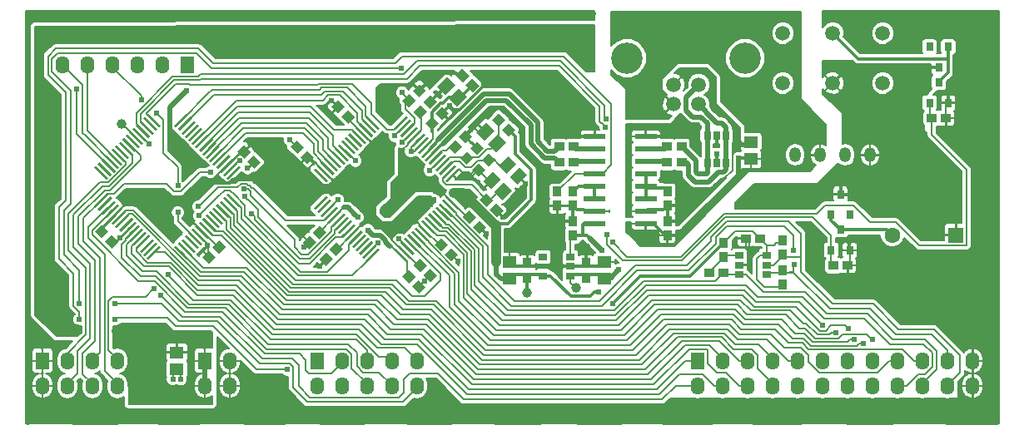
<source format=gtl>
G04 #@! TF.FileFunction,Copper,L1,Top,Signal*
%FSLAX46Y46*%
G04 Gerber Fmt 4.6, Leading zero omitted, Abs format (unit mm)*
G04 Created by KiCad (PCBNEW 4.0.6) date 08/12/17 18:43:04*
%MOMM*%
%LPD*%
G01*
G04 APERTURE LIST*
%ADD10C,0.100000*%
%ADD11R,1.450000X1.200000*%
%ADD12R,0.950000X1.000000*%
%ADD13R,1.000000X0.950000*%
%ADD14R,1.400000X1.800000*%
%ADD15O,1.400000X1.800000*%
%ADD16R,0.800000X0.900000*%
%ADD17C,1.000000*%
%ADD18R,2.200000X0.600000*%
%ADD19R,0.750000X0.900000*%
%ADD20R,0.900000X0.750000*%
%ADD21R,1.600000X1.600000*%
%ADD22C,1.600000*%
%ADD23C,1.520000*%
%ADD24C,3.200000*%
%ADD25C,1.500000*%
%ADD26O,1.200000X1.500000*%
%ADD27C,0.604800*%
%ADD28C,0.300000*%
%ADD29C,0.200000*%
%ADD30C,0.600000*%
%ADD31C,0.500000*%
%ADD32C,0.250000*%
%ADD33C,1.000000*%
%ADD34C,0.152400*%
G04 APERTURE END LIST*
D10*
G36*
X70352081Y-31130330D02*
X69680330Y-31802081D01*
X68973223Y-31094974D01*
X69644974Y-30423223D01*
X70352081Y-31130330D01*
X70352081Y-31130330D01*
G37*
G36*
X69326777Y-30105026D02*
X68655026Y-30776777D01*
X67947919Y-30069670D01*
X68619670Y-29397919D01*
X69326777Y-30105026D01*
X69326777Y-30105026D01*
G37*
G36*
X42215522Y-34711002D02*
X42392298Y-34887778D01*
X41119506Y-36160570D01*
X40942730Y-35983794D01*
X42215522Y-34711002D01*
X42215522Y-34711002D01*
G37*
G36*
X41861969Y-34357449D02*
X42038745Y-34534225D01*
X40765953Y-35807017D01*
X40589177Y-35630241D01*
X41861969Y-34357449D01*
X41861969Y-34357449D01*
G37*
G36*
X41508416Y-34003896D02*
X41685192Y-34180672D01*
X40412400Y-35453464D01*
X40235624Y-35276688D01*
X41508416Y-34003896D01*
X41508416Y-34003896D01*
G37*
G36*
X41154862Y-33650342D02*
X41331638Y-33827118D01*
X40058846Y-35099910D01*
X39882070Y-34923134D01*
X41154862Y-33650342D01*
X41154862Y-33650342D01*
G37*
G36*
X40801309Y-33296789D02*
X40978085Y-33473565D01*
X39705293Y-34746357D01*
X39528517Y-34569581D01*
X40801309Y-33296789D01*
X40801309Y-33296789D01*
G37*
G36*
X40447755Y-32943235D02*
X40624531Y-33120011D01*
X39351739Y-34392803D01*
X39174963Y-34216027D01*
X40447755Y-32943235D01*
X40447755Y-32943235D01*
G37*
G36*
X40094202Y-32589682D02*
X40270978Y-32766458D01*
X38998186Y-34039250D01*
X38821410Y-33862474D01*
X40094202Y-32589682D01*
X40094202Y-32589682D01*
G37*
G36*
X39740649Y-32236129D02*
X39917425Y-32412905D01*
X38644633Y-33685697D01*
X38467857Y-33508921D01*
X39740649Y-32236129D01*
X39740649Y-32236129D01*
G37*
G36*
X39387095Y-31882575D02*
X39563871Y-32059351D01*
X38291079Y-33332143D01*
X38114303Y-33155367D01*
X39387095Y-31882575D01*
X39387095Y-31882575D01*
G37*
G36*
X39033542Y-31529022D02*
X39210318Y-31705798D01*
X37937526Y-32978590D01*
X37760750Y-32801814D01*
X39033542Y-31529022D01*
X39033542Y-31529022D01*
G37*
G36*
X38679989Y-31175469D02*
X38856765Y-31352245D01*
X37583973Y-32625037D01*
X37407197Y-32448261D01*
X38679989Y-31175469D01*
X38679989Y-31175469D01*
G37*
G36*
X38326435Y-30821915D02*
X38503211Y-30998691D01*
X37230419Y-32271483D01*
X37053643Y-32094707D01*
X38326435Y-30821915D01*
X38326435Y-30821915D01*
G37*
G36*
X37972882Y-30468362D02*
X38149658Y-30645138D01*
X36876866Y-31917930D01*
X36700090Y-31741154D01*
X37972882Y-30468362D01*
X37972882Y-30468362D01*
G37*
G36*
X37619328Y-30114808D02*
X37796104Y-30291584D01*
X36523312Y-31564376D01*
X36346536Y-31387600D01*
X37619328Y-30114808D01*
X37619328Y-30114808D01*
G37*
G36*
X37265775Y-29761255D02*
X37442551Y-29938031D01*
X36169759Y-31210823D01*
X35992983Y-31034047D01*
X37265775Y-29761255D01*
X37265775Y-29761255D01*
G37*
G36*
X36912222Y-29407702D02*
X37088998Y-29584478D01*
X35816206Y-30857270D01*
X35639430Y-30680494D01*
X36912222Y-29407702D01*
X36912222Y-29407702D01*
G37*
G36*
X32811002Y-29584478D02*
X32987778Y-29407702D01*
X34260570Y-30680494D01*
X34083794Y-30857270D01*
X32811002Y-29584478D01*
X32811002Y-29584478D01*
G37*
G36*
X32457449Y-29938031D02*
X32634225Y-29761255D01*
X33907017Y-31034047D01*
X33730241Y-31210823D01*
X32457449Y-29938031D01*
X32457449Y-29938031D01*
G37*
G36*
X32103896Y-30291584D02*
X32280672Y-30114808D01*
X33553464Y-31387600D01*
X33376688Y-31564376D01*
X32103896Y-30291584D01*
X32103896Y-30291584D01*
G37*
G36*
X31750342Y-30645138D02*
X31927118Y-30468362D01*
X33199910Y-31741154D01*
X33023134Y-31917930D01*
X31750342Y-30645138D01*
X31750342Y-30645138D01*
G37*
G36*
X31396789Y-30998691D02*
X31573565Y-30821915D01*
X32846357Y-32094707D01*
X32669581Y-32271483D01*
X31396789Y-30998691D01*
X31396789Y-30998691D01*
G37*
G36*
X31043235Y-31352245D02*
X31220011Y-31175469D01*
X32492803Y-32448261D01*
X32316027Y-32625037D01*
X31043235Y-31352245D01*
X31043235Y-31352245D01*
G37*
G36*
X30689682Y-31705798D02*
X30866458Y-31529022D01*
X32139250Y-32801814D01*
X31962474Y-32978590D01*
X30689682Y-31705798D01*
X30689682Y-31705798D01*
G37*
G36*
X30336129Y-32059351D02*
X30512905Y-31882575D01*
X31785697Y-33155367D01*
X31608921Y-33332143D01*
X30336129Y-32059351D01*
X30336129Y-32059351D01*
G37*
G36*
X29982575Y-32412905D02*
X30159351Y-32236129D01*
X31432143Y-33508921D01*
X31255367Y-33685697D01*
X29982575Y-32412905D01*
X29982575Y-32412905D01*
G37*
G36*
X29629022Y-32766458D02*
X29805798Y-32589682D01*
X31078590Y-33862474D01*
X30901814Y-34039250D01*
X29629022Y-32766458D01*
X29629022Y-32766458D01*
G37*
G36*
X29275469Y-33120011D02*
X29452245Y-32943235D01*
X30725037Y-34216027D01*
X30548261Y-34392803D01*
X29275469Y-33120011D01*
X29275469Y-33120011D01*
G37*
G36*
X28921915Y-33473565D02*
X29098691Y-33296789D01*
X30371483Y-34569581D01*
X30194707Y-34746357D01*
X28921915Y-33473565D01*
X28921915Y-33473565D01*
G37*
G36*
X28568362Y-33827118D02*
X28745138Y-33650342D01*
X30017930Y-34923134D01*
X29841154Y-35099910D01*
X28568362Y-33827118D01*
X28568362Y-33827118D01*
G37*
G36*
X28214808Y-34180672D02*
X28391584Y-34003896D01*
X29664376Y-35276688D01*
X29487600Y-35453464D01*
X28214808Y-34180672D01*
X28214808Y-34180672D01*
G37*
G36*
X27861255Y-34534225D02*
X28038031Y-34357449D01*
X29310823Y-35630241D01*
X29134047Y-35807017D01*
X27861255Y-34534225D01*
X27861255Y-34534225D01*
G37*
G36*
X27507702Y-34887778D02*
X27684478Y-34711002D01*
X28957270Y-35983794D01*
X28780494Y-36160570D01*
X27507702Y-34887778D01*
X27507702Y-34887778D01*
G37*
G36*
X27684478Y-38988998D02*
X27507702Y-38812222D01*
X28780494Y-37539430D01*
X28957270Y-37716206D01*
X27684478Y-38988998D01*
X27684478Y-38988998D01*
G37*
G36*
X28038031Y-39342551D02*
X27861255Y-39165775D01*
X29134047Y-37892983D01*
X29310823Y-38069759D01*
X28038031Y-39342551D01*
X28038031Y-39342551D01*
G37*
G36*
X28391584Y-39696104D02*
X28214808Y-39519328D01*
X29487600Y-38246536D01*
X29664376Y-38423312D01*
X28391584Y-39696104D01*
X28391584Y-39696104D01*
G37*
G36*
X28745138Y-40049658D02*
X28568362Y-39872882D01*
X29841154Y-38600090D01*
X30017930Y-38776866D01*
X28745138Y-40049658D01*
X28745138Y-40049658D01*
G37*
G36*
X29098691Y-40403211D02*
X28921915Y-40226435D01*
X30194707Y-38953643D01*
X30371483Y-39130419D01*
X29098691Y-40403211D01*
X29098691Y-40403211D01*
G37*
G36*
X29452245Y-40756765D02*
X29275469Y-40579989D01*
X30548261Y-39307197D01*
X30725037Y-39483973D01*
X29452245Y-40756765D01*
X29452245Y-40756765D01*
G37*
G36*
X29805798Y-41110318D02*
X29629022Y-40933542D01*
X30901814Y-39660750D01*
X31078590Y-39837526D01*
X29805798Y-41110318D01*
X29805798Y-41110318D01*
G37*
G36*
X30159351Y-41463871D02*
X29982575Y-41287095D01*
X31255367Y-40014303D01*
X31432143Y-40191079D01*
X30159351Y-41463871D01*
X30159351Y-41463871D01*
G37*
G36*
X30512905Y-41817425D02*
X30336129Y-41640649D01*
X31608921Y-40367857D01*
X31785697Y-40544633D01*
X30512905Y-41817425D01*
X30512905Y-41817425D01*
G37*
G36*
X30866458Y-42170978D02*
X30689682Y-41994202D01*
X31962474Y-40721410D01*
X32139250Y-40898186D01*
X30866458Y-42170978D01*
X30866458Y-42170978D01*
G37*
G36*
X31220011Y-42524531D02*
X31043235Y-42347755D01*
X32316027Y-41074963D01*
X32492803Y-41251739D01*
X31220011Y-42524531D01*
X31220011Y-42524531D01*
G37*
G36*
X31573565Y-42878085D02*
X31396789Y-42701309D01*
X32669581Y-41428517D01*
X32846357Y-41605293D01*
X31573565Y-42878085D01*
X31573565Y-42878085D01*
G37*
G36*
X31927118Y-43231638D02*
X31750342Y-43054862D01*
X33023134Y-41782070D01*
X33199910Y-41958846D01*
X31927118Y-43231638D01*
X31927118Y-43231638D01*
G37*
G36*
X32280672Y-43585192D02*
X32103896Y-43408416D01*
X33376688Y-42135624D01*
X33553464Y-42312400D01*
X32280672Y-43585192D01*
X32280672Y-43585192D01*
G37*
G36*
X32634225Y-43938745D02*
X32457449Y-43761969D01*
X33730241Y-42489177D01*
X33907017Y-42665953D01*
X32634225Y-43938745D01*
X32634225Y-43938745D01*
G37*
G36*
X32987778Y-44292298D02*
X32811002Y-44115522D01*
X34083794Y-42842730D01*
X34260570Y-43019506D01*
X32987778Y-44292298D01*
X32987778Y-44292298D01*
G37*
G36*
X37088998Y-44115522D02*
X36912222Y-44292298D01*
X35639430Y-43019506D01*
X35816206Y-42842730D01*
X37088998Y-44115522D01*
X37088998Y-44115522D01*
G37*
G36*
X37442551Y-43761969D02*
X37265775Y-43938745D01*
X35992983Y-42665953D01*
X36169759Y-42489177D01*
X37442551Y-43761969D01*
X37442551Y-43761969D01*
G37*
G36*
X37796104Y-43408416D02*
X37619328Y-43585192D01*
X36346536Y-42312400D01*
X36523312Y-42135624D01*
X37796104Y-43408416D01*
X37796104Y-43408416D01*
G37*
G36*
X38149658Y-43054862D02*
X37972882Y-43231638D01*
X36700090Y-41958846D01*
X36876866Y-41782070D01*
X38149658Y-43054862D01*
X38149658Y-43054862D01*
G37*
G36*
X38503211Y-42701309D02*
X38326435Y-42878085D01*
X37053643Y-41605293D01*
X37230419Y-41428517D01*
X38503211Y-42701309D01*
X38503211Y-42701309D01*
G37*
G36*
X38856765Y-42347755D02*
X38679989Y-42524531D01*
X37407197Y-41251739D01*
X37583973Y-41074963D01*
X38856765Y-42347755D01*
X38856765Y-42347755D01*
G37*
G36*
X39210318Y-41994202D02*
X39033542Y-42170978D01*
X37760750Y-40898186D01*
X37937526Y-40721410D01*
X39210318Y-41994202D01*
X39210318Y-41994202D01*
G37*
G36*
X39563871Y-41640649D02*
X39387095Y-41817425D01*
X38114303Y-40544633D01*
X38291079Y-40367857D01*
X39563871Y-41640649D01*
X39563871Y-41640649D01*
G37*
G36*
X39917425Y-41287095D02*
X39740649Y-41463871D01*
X38467857Y-40191079D01*
X38644633Y-40014303D01*
X39917425Y-41287095D01*
X39917425Y-41287095D01*
G37*
G36*
X40270978Y-40933542D02*
X40094202Y-41110318D01*
X38821410Y-39837526D01*
X38998186Y-39660750D01*
X40270978Y-40933542D01*
X40270978Y-40933542D01*
G37*
G36*
X40624531Y-40579989D02*
X40447755Y-40756765D01*
X39174963Y-39483973D01*
X39351739Y-39307197D01*
X40624531Y-40579989D01*
X40624531Y-40579989D01*
G37*
G36*
X40978085Y-40226435D02*
X40801309Y-40403211D01*
X39528517Y-39130419D01*
X39705293Y-38953643D01*
X40978085Y-40226435D01*
X40978085Y-40226435D01*
G37*
G36*
X41331638Y-39872882D02*
X41154862Y-40049658D01*
X39882070Y-38776866D01*
X40058846Y-38600090D01*
X41331638Y-39872882D01*
X41331638Y-39872882D01*
G37*
G36*
X41685192Y-39519328D02*
X41508416Y-39696104D01*
X40235624Y-38423312D01*
X40412400Y-38246536D01*
X41685192Y-39519328D01*
X41685192Y-39519328D01*
G37*
G36*
X42038745Y-39165775D02*
X41861969Y-39342551D01*
X40589177Y-38069759D01*
X40765953Y-37892983D01*
X42038745Y-39165775D01*
X42038745Y-39165775D01*
G37*
G36*
X42392298Y-38812222D02*
X42215522Y-38988998D01*
X40942730Y-37716206D01*
X41119506Y-37539430D01*
X42392298Y-38812222D01*
X42392298Y-38812222D01*
G37*
D11*
X94300000Y-34050000D03*
X94300000Y-32350000D03*
D12*
X85800000Y-41825000D03*
X85800000Y-40375000D03*
X85800000Y-37375000D03*
X85800000Y-38825000D03*
X76200000Y-37375000D03*
X76200000Y-38825000D03*
X76200000Y-41825000D03*
X76200000Y-40375000D03*
D10*
G36*
X66697919Y-38219670D02*
X67369670Y-37547919D01*
X68076777Y-38255026D01*
X67405026Y-38926777D01*
X66697919Y-38219670D01*
X66697919Y-38219670D01*
G37*
G36*
X67723223Y-39244974D02*
X68394974Y-38573223D01*
X69102081Y-39280330D01*
X68430330Y-39952081D01*
X67723223Y-39244974D01*
X67723223Y-39244974D01*
G37*
G36*
X67630330Y-33447919D02*
X68302081Y-34119670D01*
X67594974Y-34826777D01*
X66923223Y-34155026D01*
X67630330Y-33447919D01*
X67630330Y-33447919D01*
G37*
G36*
X66605026Y-34473223D02*
X67276777Y-35144974D01*
X66569670Y-35852081D01*
X65897919Y-35180330D01*
X66605026Y-34473223D01*
X66605026Y-34473223D01*
G37*
G36*
X65436916Y-27711612D02*
X64411612Y-28736916D01*
X63563084Y-27888388D01*
X64588388Y-26863084D01*
X65436916Y-27711612D01*
X65436916Y-27711612D01*
G37*
G36*
X64234834Y-26509530D02*
X63209530Y-27534834D01*
X62361002Y-26686306D01*
X63386306Y-25661002D01*
X64234834Y-26509530D01*
X64234834Y-26509530D01*
G37*
G36*
X69386916Y-32361612D02*
X68361612Y-33386916D01*
X67513084Y-32538388D01*
X68538388Y-31513084D01*
X69386916Y-32361612D01*
X69386916Y-32361612D01*
G37*
G36*
X68184834Y-31159530D02*
X67159530Y-32184834D01*
X66311002Y-31336306D01*
X67336306Y-30311002D01*
X68184834Y-31159530D01*
X68184834Y-31159530D01*
G37*
G36*
X61819670Y-31102081D02*
X61147919Y-30430330D01*
X61855026Y-29723223D01*
X62526777Y-30394974D01*
X61819670Y-31102081D01*
X61819670Y-31102081D01*
G37*
G36*
X62844974Y-30076777D02*
X62173223Y-29405026D01*
X62880330Y-28697919D01*
X63552081Y-29369670D01*
X62844974Y-30076777D01*
X62844974Y-30076777D01*
G37*
G36*
X65369670Y-34652081D02*
X64697919Y-33980330D01*
X65405026Y-33273223D01*
X66076777Y-33944974D01*
X65369670Y-34652081D01*
X65369670Y-34652081D01*
G37*
G36*
X66394974Y-33626777D02*
X65723223Y-32955026D01*
X66430330Y-32247919D01*
X67102081Y-32919670D01*
X66394974Y-33626777D01*
X66394974Y-33626777D01*
G37*
G36*
X59947919Y-44869670D02*
X60619670Y-44197919D01*
X61326777Y-44905026D01*
X60655026Y-45576777D01*
X59947919Y-44869670D01*
X59947919Y-44869670D01*
G37*
G36*
X60973223Y-45894974D02*
X61644974Y-45223223D01*
X62352081Y-45930330D01*
X61680330Y-46602081D01*
X60973223Y-45894974D01*
X60973223Y-45894974D01*
G37*
G36*
X49852081Y-33880330D02*
X49180330Y-34552081D01*
X48473223Y-33844974D01*
X49144974Y-33173223D01*
X49852081Y-33880330D01*
X49852081Y-33880330D01*
G37*
G36*
X48826777Y-32855026D02*
X48155026Y-33526777D01*
X47447919Y-32819670D01*
X48119670Y-32147919D01*
X48826777Y-32855026D01*
X48826777Y-32855026D01*
G37*
G36*
X62097919Y-42769670D02*
X62769670Y-42097919D01*
X63476777Y-42805026D01*
X62805026Y-43476777D01*
X62097919Y-42769670D01*
X62097919Y-42769670D01*
G37*
G36*
X63123223Y-43794974D02*
X63794974Y-43123223D01*
X64502081Y-43830330D01*
X63830330Y-44502081D01*
X63123223Y-43794974D01*
X63123223Y-43794974D01*
G37*
G36*
X52130330Y-42547919D02*
X52802081Y-43219670D01*
X52094974Y-43926777D01*
X51423223Y-43255026D01*
X52130330Y-42547919D01*
X52130330Y-42547919D01*
G37*
G36*
X51105026Y-43573223D02*
X51776777Y-44244974D01*
X51069670Y-44952081D01*
X50397919Y-44280330D01*
X51105026Y-43573223D01*
X51105026Y-43573223D01*
G37*
G36*
X54002081Y-29780330D02*
X53330330Y-30452081D01*
X52623223Y-29744974D01*
X53294974Y-29073223D01*
X54002081Y-29780330D01*
X54002081Y-29780330D01*
G37*
G36*
X52976777Y-28755026D02*
X52305026Y-29426777D01*
X51597919Y-28719670D01*
X52269670Y-28047919D01*
X52976777Y-28755026D01*
X52976777Y-28755026D01*
G37*
G36*
X64947919Y-39969670D02*
X65619670Y-39297919D01*
X66326777Y-40005026D01*
X65655026Y-40676777D01*
X64947919Y-39969670D01*
X64947919Y-39969670D01*
G37*
G36*
X65973223Y-40994974D02*
X66644974Y-40323223D01*
X67352081Y-41030330D01*
X66680330Y-41702081D01*
X65973223Y-40994974D01*
X65973223Y-40994974D01*
G37*
G36*
X60669670Y-29952081D02*
X59997919Y-29280330D01*
X60705026Y-28573223D01*
X61376777Y-29244974D01*
X60669670Y-29952081D01*
X60669670Y-29952081D01*
G37*
G36*
X61694974Y-28926777D02*
X61023223Y-28255026D01*
X61730330Y-27547919D01*
X62402081Y-28219670D01*
X61694974Y-28926777D01*
X61694974Y-28926777D01*
G37*
G36*
X58797919Y-46019670D02*
X59469670Y-45347919D01*
X60176777Y-46055026D01*
X59505026Y-46726777D01*
X58797919Y-46019670D01*
X58797919Y-46019670D01*
G37*
G36*
X59823223Y-47044974D02*
X60494974Y-46373223D01*
X61202081Y-47080330D01*
X60530330Y-47752081D01*
X59823223Y-47044974D01*
X59823223Y-47044974D01*
G37*
G36*
X50430330Y-40847919D02*
X51102081Y-41519670D01*
X50394974Y-42226777D01*
X49723223Y-41555026D01*
X50430330Y-40847919D01*
X50430330Y-40847919D01*
G37*
G36*
X49405026Y-41873223D02*
X50076777Y-42544974D01*
X49369670Y-43252081D01*
X48697919Y-42580330D01*
X49405026Y-41873223D01*
X49405026Y-41873223D01*
G37*
D11*
X79350000Y-46250000D03*
X79350000Y-44550000D03*
D12*
X77542743Y-46121293D03*
X77542743Y-44671293D03*
X71542743Y-46121293D03*
X71542743Y-44671293D03*
D11*
X69742743Y-46250000D03*
X69742743Y-44550000D03*
D13*
X95225000Y-42150000D03*
X93775000Y-42150000D03*
D10*
G36*
X42047919Y-33319670D02*
X42719670Y-32647919D01*
X43426777Y-33355026D01*
X42755026Y-34026777D01*
X42047919Y-33319670D01*
X42047919Y-33319670D01*
G37*
G36*
X43073223Y-34344974D02*
X43744974Y-33673223D01*
X44452081Y-34380330D01*
X43780330Y-35052081D01*
X43073223Y-34344974D01*
X43073223Y-34344974D01*
G37*
G36*
X27547919Y-41419670D02*
X28219670Y-40747919D01*
X28926777Y-41455026D01*
X28255026Y-42126777D01*
X27547919Y-41419670D01*
X27547919Y-41419670D01*
G37*
G36*
X28573223Y-42444974D02*
X29244974Y-41773223D01*
X29952081Y-42480330D01*
X29280330Y-43152081D01*
X28573223Y-42444974D01*
X28573223Y-42444974D01*
G37*
G36*
X40230330Y-42347919D02*
X40902081Y-43019670D01*
X40194974Y-43726777D01*
X39523223Y-43055026D01*
X40230330Y-42347919D01*
X40230330Y-42347919D01*
G37*
G36*
X39205026Y-43373223D02*
X39876777Y-44044974D01*
X39169670Y-44752081D01*
X38497919Y-44080330D01*
X39205026Y-43373223D01*
X39205026Y-43373223D01*
G37*
D11*
X35900000Y-53750000D03*
X35900000Y-55450000D03*
D14*
X36950000Y-24500000D03*
D15*
X34410000Y-24500000D03*
X31870000Y-24500000D03*
X29330000Y-24500000D03*
X26790000Y-24500000D03*
X24250000Y-24500000D03*
D16*
X114350000Y-22650000D03*
X112450000Y-22650000D03*
X113400000Y-24750000D03*
X102450000Y-39750000D03*
X104350000Y-39750000D03*
X103400000Y-37650000D03*
D13*
X87225000Y-34400000D03*
X85775000Y-34400000D03*
X76225000Y-34400000D03*
X74775000Y-34400000D03*
X87225000Y-32800000D03*
X85775000Y-32800000D03*
X76225000Y-32800000D03*
X74775000Y-32800000D03*
D10*
G36*
X65280330Y-31097919D02*
X65952081Y-31769670D01*
X65244974Y-32476777D01*
X64573223Y-31805026D01*
X65280330Y-31097919D01*
X65280330Y-31097919D01*
G37*
G36*
X64255026Y-32123223D02*
X64926777Y-32794974D01*
X64219670Y-33502081D01*
X63547919Y-32830330D01*
X64255026Y-32123223D01*
X64255026Y-32123223D01*
G37*
G36*
X64247919Y-25519670D02*
X64919670Y-24847919D01*
X65626777Y-25555026D01*
X64955026Y-26226777D01*
X64247919Y-25519670D01*
X64247919Y-25519670D01*
G37*
G36*
X65273223Y-26544974D02*
X65944974Y-25873223D01*
X66652081Y-26580330D01*
X65980330Y-27252081D01*
X65273223Y-26544974D01*
X65273223Y-26544974D01*
G37*
D12*
X97500000Y-45375000D03*
X97500000Y-46825000D03*
X91500000Y-44075000D03*
X91500000Y-42625000D03*
X97500000Y-43825000D03*
X97500000Y-42375000D03*
D13*
X91525000Y-45650000D03*
X90075000Y-45650000D03*
D10*
G36*
X59519670Y-28802081D02*
X58847919Y-28130330D01*
X59555026Y-27423223D01*
X60226777Y-28094974D01*
X59519670Y-28802081D01*
X59519670Y-28802081D01*
G37*
G36*
X60544974Y-27776777D02*
X59873223Y-27105026D01*
X60580330Y-26397919D01*
X61252081Y-27069670D01*
X60544974Y-27776777D01*
X60544974Y-27776777D01*
G37*
D13*
X114125000Y-29900000D03*
X112675000Y-29900000D03*
X104125000Y-44900000D03*
X102675000Y-44900000D03*
D12*
X74600000Y-38825000D03*
X74600000Y-37375000D03*
D16*
X112450000Y-28350000D03*
X114350000Y-28350000D03*
X113400000Y-26250000D03*
X102450000Y-43350000D03*
X104350000Y-43350000D03*
X103400000Y-41250000D03*
D17*
X116950000Y-48950000D03*
X71542743Y-47696293D03*
X76500000Y-47200000D03*
X77542743Y-43096293D03*
X30300000Y-30500000D03*
D18*
X83600000Y-40645000D03*
X83600000Y-39375000D03*
X83600000Y-38105000D03*
X83600000Y-36835000D03*
X83600000Y-35565000D03*
X83600000Y-34295000D03*
X83600000Y-33025000D03*
X83600000Y-31755000D03*
X78400000Y-31755000D03*
X78400000Y-33025000D03*
X78400000Y-34295000D03*
X78400000Y-35565000D03*
X78400000Y-36835000D03*
X78400000Y-38105000D03*
X78400000Y-39375000D03*
X78400000Y-40645000D03*
D19*
X91750000Y-31700000D03*
X90800000Y-31700000D03*
X89850000Y-31700000D03*
X89850000Y-34500000D03*
X90800000Y-34500000D03*
X91750000Y-34500000D03*
D20*
X75942743Y-45946293D03*
X75942743Y-44996293D03*
X75942743Y-44046293D03*
X73142743Y-44046293D03*
X73142743Y-45946293D03*
X93100000Y-43900000D03*
X93100000Y-44850000D03*
X93100000Y-45800000D03*
X95900000Y-45800000D03*
X95900000Y-44850000D03*
X95900000Y-43900000D03*
D21*
X115150000Y-41800000D03*
D22*
X108650000Y-41800000D03*
D23*
X88970000Y-28500000D03*
X86430000Y-28500000D03*
X86430000Y-26500000D03*
X88970000Y-26500000D03*
D24*
X93700000Y-23800000D03*
X81700000Y-23800000D03*
D25*
X97520000Y-26340000D03*
X97520000Y-21260000D03*
X102600000Y-26340000D03*
X102600000Y-21260000D03*
X107680000Y-21260000D03*
X107680000Y-26340000D03*
D10*
G36*
X68999480Y-38245064D02*
X68186307Y-37431891D01*
X69176256Y-36441942D01*
X69989429Y-37255115D01*
X68999480Y-38245064D01*
X68999480Y-38245064D01*
G37*
G36*
X69423744Y-35558058D02*
X68610571Y-34744885D01*
X69600520Y-33754936D01*
X70413693Y-34568109D01*
X69423744Y-35558058D01*
X69423744Y-35558058D01*
G37*
G36*
X70555115Y-36689429D02*
X69741942Y-35876256D01*
X70731891Y-34886307D01*
X71545064Y-35699480D01*
X70555115Y-36689429D01*
X70555115Y-36689429D01*
G37*
G36*
X67868109Y-37113693D02*
X67054936Y-36300520D01*
X68044885Y-35310571D01*
X68858058Y-36123744D01*
X67868109Y-37113693D01*
X67868109Y-37113693D01*
G37*
D14*
X22225000Y-54610000D03*
D15*
X22225000Y-57150000D03*
X24765000Y-54610000D03*
X24765000Y-57150000D03*
X27305000Y-54610000D03*
X27305000Y-57150000D03*
X29845000Y-54610000D03*
X29845000Y-57150000D03*
D14*
X38735000Y-54610000D03*
D15*
X38735000Y-57150000D03*
X41275000Y-54610000D03*
X41275000Y-57150000D03*
D14*
X50165000Y-54610000D03*
D15*
X50165000Y-57150000D03*
X52705000Y-54610000D03*
X52705000Y-57150000D03*
X55245000Y-54610000D03*
X55245000Y-57150000D03*
X57785000Y-54610000D03*
X57785000Y-57150000D03*
X60325000Y-54610000D03*
X60325000Y-57150000D03*
D14*
X88900000Y-54610000D03*
D15*
X88900000Y-57150000D03*
X91440000Y-54610000D03*
X91440000Y-57150000D03*
X93980000Y-54610000D03*
X93980000Y-57150000D03*
X96520000Y-54610000D03*
X96520000Y-57150000D03*
X99060000Y-54610000D03*
X99060000Y-57150000D03*
X101600000Y-54610000D03*
X101600000Y-57150000D03*
X104140000Y-54610000D03*
X104140000Y-57150000D03*
X106680000Y-54610000D03*
X106680000Y-57150000D03*
X109220000Y-54610000D03*
X109220000Y-57150000D03*
X111760000Y-54610000D03*
X111760000Y-57150000D03*
X114300000Y-54610000D03*
X114300000Y-57150000D03*
X116840000Y-54610000D03*
X116840000Y-57150000D03*
D10*
G36*
X64515522Y-34961002D02*
X64692298Y-35137778D01*
X63419506Y-36410570D01*
X63242730Y-36233794D01*
X64515522Y-34961002D01*
X64515522Y-34961002D01*
G37*
G36*
X64161969Y-34607449D02*
X64338745Y-34784225D01*
X63065953Y-36057017D01*
X62889177Y-35880241D01*
X64161969Y-34607449D01*
X64161969Y-34607449D01*
G37*
G36*
X63808416Y-34253896D02*
X63985192Y-34430672D01*
X62712400Y-35703464D01*
X62535624Y-35526688D01*
X63808416Y-34253896D01*
X63808416Y-34253896D01*
G37*
G36*
X63454862Y-33900342D02*
X63631638Y-34077118D01*
X62358846Y-35349910D01*
X62182070Y-35173134D01*
X63454862Y-33900342D01*
X63454862Y-33900342D01*
G37*
G36*
X63101309Y-33546789D02*
X63278085Y-33723565D01*
X62005293Y-34996357D01*
X61828517Y-34819581D01*
X63101309Y-33546789D01*
X63101309Y-33546789D01*
G37*
G36*
X62747755Y-33193235D02*
X62924531Y-33370011D01*
X61651739Y-34642803D01*
X61474963Y-34466027D01*
X62747755Y-33193235D01*
X62747755Y-33193235D01*
G37*
G36*
X62394202Y-32839682D02*
X62570978Y-33016458D01*
X61298186Y-34289250D01*
X61121410Y-34112474D01*
X62394202Y-32839682D01*
X62394202Y-32839682D01*
G37*
G36*
X62040649Y-32486129D02*
X62217425Y-32662905D01*
X60944633Y-33935697D01*
X60767857Y-33758921D01*
X62040649Y-32486129D01*
X62040649Y-32486129D01*
G37*
G36*
X61687095Y-32132575D02*
X61863871Y-32309351D01*
X60591079Y-33582143D01*
X60414303Y-33405367D01*
X61687095Y-32132575D01*
X61687095Y-32132575D01*
G37*
G36*
X61333542Y-31779022D02*
X61510318Y-31955798D01*
X60237526Y-33228590D01*
X60060750Y-33051814D01*
X61333542Y-31779022D01*
X61333542Y-31779022D01*
G37*
G36*
X60979989Y-31425469D02*
X61156765Y-31602245D01*
X59883973Y-32875037D01*
X59707197Y-32698261D01*
X60979989Y-31425469D01*
X60979989Y-31425469D01*
G37*
G36*
X60626435Y-31071915D02*
X60803211Y-31248691D01*
X59530419Y-32521483D01*
X59353643Y-32344707D01*
X60626435Y-31071915D01*
X60626435Y-31071915D01*
G37*
G36*
X60272882Y-30718362D02*
X60449658Y-30895138D01*
X59176866Y-32167930D01*
X59000090Y-31991154D01*
X60272882Y-30718362D01*
X60272882Y-30718362D01*
G37*
G36*
X59919328Y-30364808D02*
X60096104Y-30541584D01*
X58823312Y-31814376D01*
X58646536Y-31637600D01*
X59919328Y-30364808D01*
X59919328Y-30364808D01*
G37*
G36*
X59565775Y-30011255D02*
X59742551Y-30188031D01*
X58469759Y-31460823D01*
X58292983Y-31284047D01*
X59565775Y-30011255D01*
X59565775Y-30011255D01*
G37*
G36*
X59212222Y-29657702D02*
X59388998Y-29834478D01*
X58116206Y-31107270D01*
X57939430Y-30930494D01*
X59212222Y-29657702D01*
X59212222Y-29657702D01*
G37*
G36*
X55111002Y-29834478D02*
X55287778Y-29657702D01*
X56560570Y-30930494D01*
X56383794Y-31107270D01*
X55111002Y-29834478D01*
X55111002Y-29834478D01*
G37*
G36*
X54757449Y-30188031D02*
X54934225Y-30011255D01*
X56207017Y-31284047D01*
X56030241Y-31460823D01*
X54757449Y-30188031D01*
X54757449Y-30188031D01*
G37*
G36*
X54403896Y-30541584D02*
X54580672Y-30364808D01*
X55853464Y-31637600D01*
X55676688Y-31814376D01*
X54403896Y-30541584D01*
X54403896Y-30541584D01*
G37*
G36*
X54050342Y-30895138D02*
X54227118Y-30718362D01*
X55499910Y-31991154D01*
X55323134Y-32167930D01*
X54050342Y-30895138D01*
X54050342Y-30895138D01*
G37*
G36*
X53696789Y-31248691D02*
X53873565Y-31071915D01*
X55146357Y-32344707D01*
X54969581Y-32521483D01*
X53696789Y-31248691D01*
X53696789Y-31248691D01*
G37*
G36*
X53343235Y-31602245D02*
X53520011Y-31425469D01*
X54792803Y-32698261D01*
X54616027Y-32875037D01*
X53343235Y-31602245D01*
X53343235Y-31602245D01*
G37*
G36*
X52989682Y-31955798D02*
X53166458Y-31779022D01*
X54439250Y-33051814D01*
X54262474Y-33228590D01*
X52989682Y-31955798D01*
X52989682Y-31955798D01*
G37*
G36*
X52636129Y-32309351D02*
X52812905Y-32132575D01*
X54085697Y-33405367D01*
X53908921Y-33582143D01*
X52636129Y-32309351D01*
X52636129Y-32309351D01*
G37*
G36*
X52282575Y-32662905D02*
X52459351Y-32486129D01*
X53732143Y-33758921D01*
X53555367Y-33935697D01*
X52282575Y-32662905D01*
X52282575Y-32662905D01*
G37*
G36*
X51929022Y-33016458D02*
X52105798Y-32839682D01*
X53378590Y-34112474D01*
X53201814Y-34289250D01*
X51929022Y-33016458D01*
X51929022Y-33016458D01*
G37*
G36*
X51575469Y-33370011D02*
X51752245Y-33193235D01*
X53025037Y-34466027D01*
X52848261Y-34642803D01*
X51575469Y-33370011D01*
X51575469Y-33370011D01*
G37*
G36*
X51221915Y-33723565D02*
X51398691Y-33546789D01*
X52671483Y-34819581D01*
X52494707Y-34996357D01*
X51221915Y-33723565D01*
X51221915Y-33723565D01*
G37*
G36*
X50868362Y-34077118D02*
X51045138Y-33900342D01*
X52317930Y-35173134D01*
X52141154Y-35349910D01*
X50868362Y-34077118D01*
X50868362Y-34077118D01*
G37*
G36*
X50514808Y-34430672D02*
X50691584Y-34253896D01*
X51964376Y-35526688D01*
X51787600Y-35703464D01*
X50514808Y-34430672D01*
X50514808Y-34430672D01*
G37*
G36*
X50161255Y-34784225D02*
X50338031Y-34607449D01*
X51610823Y-35880241D01*
X51434047Y-36057017D01*
X50161255Y-34784225D01*
X50161255Y-34784225D01*
G37*
G36*
X49807702Y-35137778D02*
X49984478Y-34961002D01*
X51257270Y-36233794D01*
X51080494Y-36410570D01*
X49807702Y-35137778D01*
X49807702Y-35137778D01*
G37*
G36*
X49984478Y-39238998D02*
X49807702Y-39062222D01*
X51080494Y-37789430D01*
X51257270Y-37966206D01*
X49984478Y-39238998D01*
X49984478Y-39238998D01*
G37*
G36*
X50338031Y-39592551D02*
X50161255Y-39415775D01*
X51434047Y-38142983D01*
X51610823Y-38319759D01*
X50338031Y-39592551D01*
X50338031Y-39592551D01*
G37*
G36*
X50691584Y-39946104D02*
X50514808Y-39769328D01*
X51787600Y-38496536D01*
X51964376Y-38673312D01*
X50691584Y-39946104D01*
X50691584Y-39946104D01*
G37*
G36*
X51045138Y-40299658D02*
X50868362Y-40122882D01*
X52141154Y-38850090D01*
X52317930Y-39026866D01*
X51045138Y-40299658D01*
X51045138Y-40299658D01*
G37*
G36*
X51398691Y-40653211D02*
X51221915Y-40476435D01*
X52494707Y-39203643D01*
X52671483Y-39380419D01*
X51398691Y-40653211D01*
X51398691Y-40653211D01*
G37*
G36*
X51752245Y-41006765D02*
X51575469Y-40829989D01*
X52848261Y-39557197D01*
X53025037Y-39733973D01*
X51752245Y-41006765D01*
X51752245Y-41006765D01*
G37*
G36*
X52105798Y-41360318D02*
X51929022Y-41183542D01*
X53201814Y-39910750D01*
X53378590Y-40087526D01*
X52105798Y-41360318D01*
X52105798Y-41360318D01*
G37*
G36*
X52459351Y-41713871D02*
X52282575Y-41537095D01*
X53555367Y-40264303D01*
X53732143Y-40441079D01*
X52459351Y-41713871D01*
X52459351Y-41713871D01*
G37*
G36*
X52812905Y-42067425D02*
X52636129Y-41890649D01*
X53908921Y-40617857D01*
X54085697Y-40794633D01*
X52812905Y-42067425D01*
X52812905Y-42067425D01*
G37*
G36*
X53166458Y-42420978D02*
X52989682Y-42244202D01*
X54262474Y-40971410D01*
X54439250Y-41148186D01*
X53166458Y-42420978D01*
X53166458Y-42420978D01*
G37*
G36*
X53520011Y-42774531D02*
X53343235Y-42597755D01*
X54616027Y-41324963D01*
X54792803Y-41501739D01*
X53520011Y-42774531D01*
X53520011Y-42774531D01*
G37*
G36*
X53873565Y-43128085D02*
X53696789Y-42951309D01*
X54969581Y-41678517D01*
X55146357Y-41855293D01*
X53873565Y-43128085D01*
X53873565Y-43128085D01*
G37*
G36*
X54227118Y-43481638D02*
X54050342Y-43304862D01*
X55323134Y-42032070D01*
X55499910Y-42208846D01*
X54227118Y-43481638D01*
X54227118Y-43481638D01*
G37*
G36*
X54580672Y-43835192D02*
X54403896Y-43658416D01*
X55676688Y-42385624D01*
X55853464Y-42562400D01*
X54580672Y-43835192D01*
X54580672Y-43835192D01*
G37*
G36*
X54934225Y-44188745D02*
X54757449Y-44011969D01*
X56030241Y-42739177D01*
X56207017Y-42915953D01*
X54934225Y-44188745D01*
X54934225Y-44188745D01*
G37*
G36*
X55287778Y-44542298D02*
X55111002Y-44365522D01*
X56383794Y-43092730D01*
X56560570Y-43269506D01*
X55287778Y-44542298D01*
X55287778Y-44542298D01*
G37*
G36*
X59388998Y-44365522D02*
X59212222Y-44542298D01*
X57939430Y-43269506D01*
X58116206Y-43092730D01*
X59388998Y-44365522D01*
X59388998Y-44365522D01*
G37*
G36*
X59742551Y-44011969D02*
X59565775Y-44188745D01*
X58292983Y-42915953D01*
X58469759Y-42739177D01*
X59742551Y-44011969D01*
X59742551Y-44011969D01*
G37*
G36*
X60096104Y-43658416D02*
X59919328Y-43835192D01*
X58646536Y-42562400D01*
X58823312Y-42385624D01*
X60096104Y-43658416D01*
X60096104Y-43658416D01*
G37*
G36*
X60449658Y-43304862D02*
X60272882Y-43481638D01*
X59000090Y-42208846D01*
X59176866Y-42032070D01*
X60449658Y-43304862D01*
X60449658Y-43304862D01*
G37*
G36*
X60803211Y-42951309D02*
X60626435Y-43128085D01*
X59353643Y-41855293D01*
X59530419Y-41678517D01*
X60803211Y-42951309D01*
X60803211Y-42951309D01*
G37*
G36*
X61156765Y-42597755D02*
X60979989Y-42774531D01*
X59707197Y-41501739D01*
X59883973Y-41324963D01*
X61156765Y-42597755D01*
X61156765Y-42597755D01*
G37*
G36*
X61510318Y-42244202D02*
X61333542Y-42420978D01*
X60060750Y-41148186D01*
X60237526Y-40971410D01*
X61510318Y-42244202D01*
X61510318Y-42244202D01*
G37*
G36*
X61863871Y-41890649D02*
X61687095Y-42067425D01*
X60414303Y-40794633D01*
X60591079Y-40617857D01*
X61863871Y-41890649D01*
X61863871Y-41890649D01*
G37*
G36*
X62217425Y-41537095D02*
X62040649Y-41713871D01*
X60767857Y-40441079D01*
X60944633Y-40264303D01*
X62217425Y-41537095D01*
X62217425Y-41537095D01*
G37*
G36*
X62570978Y-41183542D02*
X62394202Y-41360318D01*
X61121410Y-40087526D01*
X61298186Y-39910750D01*
X62570978Y-41183542D01*
X62570978Y-41183542D01*
G37*
G36*
X62924531Y-40829989D02*
X62747755Y-41006765D01*
X61474963Y-39733973D01*
X61651739Y-39557197D01*
X62924531Y-40829989D01*
X62924531Y-40829989D01*
G37*
G36*
X63278085Y-40476435D02*
X63101309Y-40653211D01*
X61828517Y-39380419D01*
X62005293Y-39203643D01*
X63278085Y-40476435D01*
X63278085Y-40476435D01*
G37*
G36*
X63631638Y-40122882D02*
X63454862Y-40299658D01*
X62182070Y-39026866D01*
X62358846Y-38850090D01*
X63631638Y-40122882D01*
X63631638Y-40122882D01*
G37*
G36*
X63985192Y-39769328D02*
X63808416Y-39946104D01*
X62535624Y-38673312D01*
X62712400Y-38496536D01*
X63985192Y-39769328D01*
X63985192Y-39769328D01*
G37*
G36*
X64338745Y-39415775D02*
X64161969Y-39592551D01*
X62889177Y-38319759D01*
X63065953Y-38142983D01*
X64338745Y-39415775D01*
X64338745Y-39415775D01*
G37*
G36*
X64692298Y-39062222D02*
X64515522Y-39238998D01*
X63242730Y-37966206D01*
X63419506Y-37789430D01*
X64692298Y-39062222D01*
X64692298Y-39062222D01*
G37*
D26*
X98790000Y-33650000D03*
X101330000Y-33650000D03*
X103870000Y-33650000D03*
X106410000Y-33650000D03*
D27*
X66750000Y-25650000D03*
X69700000Y-43100000D03*
X75300000Y-35600000D03*
X99800000Y-40800000D03*
X101800000Y-19200000D03*
X108400000Y-19200000D03*
X114700000Y-19200000D03*
X119300000Y-19200000D03*
X119300000Y-23200000D03*
X119300000Y-28000000D03*
X119300000Y-33400000D03*
X119300000Y-38900000D03*
X119300000Y-43900000D03*
X119300000Y-50000000D03*
X119300000Y-55700000D03*
X119300000Y-60800000D03*
X114200000Y-60800000D03*
X108600000Y-60800000D03*
X104100000Y-60800000D03*
X99300000Y-60800000D03*
X94500000Y-60800000D03*
X90200000Y-60800000D03*
X85400000Y-60800000D03*
X81000000Y-60800000D03*
X76700000Y-60800000D03*
X72800000Y-60800000D03*
X68300000Y-60800000D03*
X63700000Y-60800000D03*
X59400000Y-60800000D03*
X54800000Y-60800000D03*
X50500000Y-60800000D03*
X46800000Y-60800000D03*
X42800000Y-60800000D03*
X38100000Y-60800000D03*
X34100000Y-60800000D03*
X29800000Y-60800000D03*
X20700000Y-60800000D03*
X25400000Y-60800000D03*
X20700000Y-56400000D03*
X20700000Y-52700000D03*
X20700000Y-48700000D03*
X20700000Y-44400000D03*
X20700000Y-39300000D03*
X20700000Y-34500000D03*
X20700000Y-30300002D03*
X20700000Y-26600000D03*
X20700000Y-23000000D03*
X20700000Y-19200000D03*
X24800000Y-19200000D03*
X28800000Y-19200000D03*
X38399998Y-19200002D03*
X33700000Y-19200000D03*
X42500000Y-19200000D03*
X46100000Y-19200000D03*
X50000000Y-19200000D03*
X54900000Y-19200000D03*
X59200000Y-19200000D03*
X63800000Y-19200000D03*
X68500000Y-19200000D03*
X73600000Y-19200000D03*
X78200000Y-19200000D03*
X36300000Y-56500000D03*
X35500000Y-56500000D03*
X48783154Y-43015501D03*
X69050000Y-39950000D03*
X67350000Y-41700000D03*
X75100000Y-40400000D03*
X104300000Y-42400000D03*
X114350000Y-27400000D03*
X116950000Y-48950000D03*
X33050000Y-32500000D03*
X56334889Y-42615111D03*
X58457628Y-42207628D03*
X39000000Y-42850000D03*
X50400000Y-44950000D03*
X47400000Y-32100000D03*
X51600000Y-28100000D03*
X64500000Y-44499996D03*
X76650000Y-31800000D03*
X43100000Y-35000000D03*
X30103554Y-42050000D03*
X77542743Y-43096293D03*
X72642743Y-44996293D03*
X75000000Y-44996293D03*
X54061549Y-34248001D03*
X52250000Y-38200000D03*
X61100000Y-46500000D03*
X62400000Y-27550000D03*
X63600000Y-28650000D03*
X65900000Y-30850000D03*
X71350000Y-36550000D03*
X65350000Y-35800000D03*
X61600000Y-35200000D03*
X58050000Y-31700000D03*
X58800000Y-32350000D03*
X59700000Y-33250001D03*
X94200000Y-43850000D03*
X29800000Y-51600000D03*
X25800000Y-51400000D03*
X77700000Y-24700000D03*
X76500000Y-47200000D03*
X79150000Y-43350000D03*
X80850000Y-45350000D03*
X93160030Y-38839970D03*
X34271971Y-47928029D03*
X38100000Y-38899996D03*
X58800000Y-27300000D03*
X29600000Y-48799988D03*
X25999999Y-48800000D03*
X58699994Y-24800000D03*
X42700000Y-37100000D03*
X39350000Y-35400000D03*
X33608176Y-47264234D03*
X38147685Y-39843175D03*
X43500000Y-39600000D03*
X35000000Y-45850000D03*
X47100012Y-55500000D03*
X29600000Y-50400000D03*
X26000000Y-50400000D03*
X98650000Y-44800000D03*
X98600000Y-43400000D03*
X102900000Y-51750000D03*
X104750000Y-52450000D03*
X101600000Y-50999992D03*
X105700000Y-52850000D03*
X106650000Y-52457590D03*
X104150002Y-51300000D03*
X93000000Y-34000000D03*
X90800000Y-33500000D03*
X88800000Y-33000000D03*
X85400000Y-35600000D03*
X86900000Y-35600000D03*
X92900000Y-32600000D03*
X90800000Y-32700000D03*
X86900000Y-40400000D03*
X86900000Y-38800000D03*
X85300000Y-31700000D03*
X36900000Y-27100000D03*
X57100000Y-31800000D03*
X57600000Y-30300000D03*
X78800000Y-47600000D03*
X80195252Y-48795252D03*
X64100000Y-37500000D03*
X62000000Y-38200000D03*
X38600000Y-36150000D03*
X38700000Y-34600000D03*
X71542743Y-47696293D03*
X57000000Y-39650000D03*
X55350000Y-41300002D03*
X54300000Y-40000000D03*
X25700000Y-26900000D03*
X33799997Y-29350003D03*
X32282442Y-28061500D03*
X36000000Y-36800000D03*
X36000000Y-39500000D03*
X80221195Y-42523314D03*
X79517347Y-30007850D03*
X79600000Y-41750000D03*
X79500000Y-30800000D03*
X30300000Y-30500000D03*
X42800002Y-37900000D03*
X42291970Y-34241970D03*
D28*
X64643074Y-29056926D02*
X67052399Y-26647601D01*
X64006926Y-29056926D02*
X64643074Y-29056926D01*
X63600000Y-28650000D02*
X64006926Y-29056926D01*
D29*
X67177658Y-25650000D02*
X66750000Y-25650000D01*
X70500000Y-25650000D02*
X67177658Y-25650000D01*
D28*
X67052399Y-25952399D02*
X66750000Y-25650000D01*
X67052399Y-26647601D02*
X67052399Y-25952399D01*
D29*
X76650000Y-31800000D02*
X70500000Y-25650000D01*
X69742743Y-44550000D02*
X69742743Y-43142743D01*
X69742743Y-43142743D02*
X69700000Y-43100000D01*
X73100000Y-36300000D02*
X73800000Y-35600000D01*
X73800000Y-35600000D02*
X75300000Y-35600000D01*
X73100000Y-38400000D02*
X73100000Y-36300000D01*
X73525000Y-38825000D02*
X73100000Y-38400000D01*
X74600000Y-38825000D02*
X73525000Y-38825000D01*
X100300000Y-44900000D02*
X100300000Y-41300000D01*
X100300000Y-41300000D02*
X99800000Y-40800000D01*
X101375000Y-45975000D02*
X100300000Y-44900000D01*
X104125000Y-45975000D02*
X101375000Y-45975000D01*
X104125000Y-44900000D02*
X104125000Y-45975000D01*
D30*
X114700000Y-19200000D02*
X108400000Y-19200000D01*
X119300000Y-23200000D02*
X119300000Y-19200000D01*
X119300000Y-33400000D02*
X119300000Y-28000000D01*
X119300000Y-43900000D02*
X119300000Y-38900000D01*
X119300000Y-55700000D02*
X119300000Y-50000000D01*
X114200000Y-60800000D02*
X119300000Y-60800000D01*
X104100000Y-60800000D02*
X108600000Y-60800000D01*
X94500000Y-60800000D02*
X99300000Y-60800000D01*
X85400000Y-60800000D02*
X90200000Y-60800000D01*
X76700000Y-60800000D02*
X81000000Y-60800000D01*
X68300000Y-60800000D02*
X72800000Y-60800000D01*
X59400000Y-60800000D02*
X63700000Y-60800000D01*
X50500000Y-60800000D02*
X54800000Y-60800000D01*
X42800000Y-60800000D02*
X46800000Y-60800000D01*
X34100000Y-60800000D02*
X38100000Y-60800000D01*
X25400000Y-60800000D02*
X29800000Y-60800000D01*
X20700000Y-56400000D02*
X20700000Y-60800000D01*
X20700000Y-48700000D02*
X20700000Y-52700000D01*
X20700000Y-39300000D02*
X20700000Y-44400000D01*
X20700000Y-30300002D02*
X20700000Y-34500000D01*
X20700000Y-23000000D02*
X20700000Y-26600000D01*
X24800000Y-19200000D02*
X20700000Y-19200000D01*
X33700000Y-19200000D02*
X28800000Y-19200000D01*
X38400000Y-19200000D02*
X38399998Y-19200002D01*
X39100000Y-19200000D02*
X38400000Y-19200000D01*
X42500000Y-19200000D02*
X39100000Y-19200000D01*
X50000000Y-19200000D02*
X46100000Y-19200000D01*
X59200000Y-19200000D02*
X54900000Y-19200000D01*
X68500000Y-19200000D02*
X63800000Y-19200000D01*
X78200000Y-19200000D02*
X73600000Y-19200000D01*
D29*
X35900000Y-55450000D02*
X36300000Y-55850000D01*
X36300000Y-55850000D02*
X36300000Y-56350000D01*
X36300000Y-56350000D02*
X36150000Y-56500000D01*
X36150000Y-56500000D02*
X36300000Y-56500000D01*
X35900000Y-55450000D02*
X35750000Y-55450000D01*
X35750000Y-55450000D02*
X35500000Y-55700000D01*
X35500000Y-55700000D02*
X35500000Y-56500000D01*
D28*
X48934499Y-43015501D02*
X48783154Y-43015501D01*
X49387348Y-42562652D02*
X48934499Y-43015501D01*
X68412652Y-39262652D02*
X68412652Y-39312652D01*
X68412652Y-39312652D02*
X69050000Y-39950000D01*
X66662652Y-41012652D02*
X67350000Y-41700000D01*
X75125000Y-40375000D02*
X75100000Y-40400000D01*
X76200000Y-40375000D02*
X75125000Y-40375000D01*
X104350000Y-43350000D02*
X104300000Y-43350000D01*
X104300000Y-43350000D02*
X104300000Y-42400000D01*
X114350000Y-28350000D02*
X114350000Y-27400000D01*
D29*
X114125000Y-29900000D02*
X114125000Y-28575000D01*
X114125000Y-28575000D02*
X114350000Y-28350000D01*
X104350000Y-43350000D02*
X104350000Y-44675000D01*
X104350000Y-44675000D02*
X104125000Y-44900000D01*
X32121573Y-31546699D02*
X32121573Y-31571573D01*
X32121573Y-31571573D02*
X33050000Y-32500000D01*
X56331083Y-42615111D02*
X56334889Y-42615111D01*
X55482233Y-43463961D02*
X56331083Y-42615111D01*
X58468540Y-42207628D02*
X58457628Y-42207628D01*
X59371320Y-43110408D02*
X58468540Y-42207628D01*
X39187348Y-44062652D02*
X39100000Y-43975304D01*
X39100000Y-43975304D02*
X39100000Y-42950000D01*
X39100000Y-42950000D02*
X39000000Y-42850000D01*
X38131981Y-41799747D02*
X39000000Y-42667766D01*
X39000000Y-42667766D02*
X39000000Y-42850000D01*
D28*
X51087348Y-44262652D02*
X50400000Y-44950000D01*
D29*
X48137348Y-32837348D02*
X47400000Y-32100000D01*
X52287348Y-28737348D02*
X52237348Y-28737348D01*
X52237348Y-28737348D02*
X51600000Y-28100000D01*
D31*
X40850000Y-54185000D02*
X41275000Y-54610000D01*
D29*
X63812652Y-43812652D02*
X64499996Y-44499996D01*
X64499996Y-44499996D02*
X64500000Y-44499996D01*
D28*
X78400000Y-31755000D02*
X76695000Y-31755000D01*
X76695000Y-31755000D02*
X76650000Y-31800000D01*
D29*
X74600000Y-38825000D02*
X76200000Y-38825000D01*
D28*
X78400000Y-39375000D02*
X77475000Y-39375000D01*
X77475000Y-39375000D02*
X77300000Y-39200000D01*
X77300000Y-39200000D02*
X76575000Y-39200000D01*
X76575000Y-39200000D02*
X76200000Y-38825000D01*
X76200000Y-40375000D02*
X76200000Y-38825000D01*
D32*
X43762652Y-34362652D02*
X43737348Y-34362652D01*
X43737348Y-34362652D02*
X43100000Y-35000000D01*
X31060913Y-41092641D02*
X30103554Y-42050000D01*
X29262652Y-42462652D02*
X29690902Y-42462652D01*
X29690902Y-42462652D02*
X30103554Y-42050000D01*
X31060913Y-41092641D02*
X31032663Y-41092641D01*
D28*
X71542743Y-44671293D02*
X71214036Y-45000000D01*
X71214036Y-45000000D02*
X70050000Y-45000000D01*
X70050000Y-45000000D02*
X70050000Y-44553550D01*
X70050000Y-44553550D02*
X69742743Y-44246293D01*
X77542743Y-44671293D02*
X77871450Y-45000000D01*
X77871450Y-45000000D02*
X78850000Y-45000000D01*
X78850000Y-45000000D02*
X78850000Y-44739036D01*
X78850000Y-44739036D02*
X79342743Y-44246293D01*
X71542743Y-44671293D02*
X71871450Y-45000000D01*
X71871450Y-45000000D02*
X72639036Y-45000000D01*
X72639036Y-45000000D02*
X72642743Y-44996293D01*
X77542743Y-44671293D02*
X77542743Y-43096293D01*
X75942743Y-44996293D02*
X77217743Y-44996293D01*
X77217743Y-44996293D02*
X77542743Y-44671293D01*
X72642743Y-44996293D02*
X75000000Y-44996293D01*
X75942743Y-44996293D02*
X75000000Y-44996293D01*
D29*
X53007359Y-33210913D02*
X53024461Y-33210913D01*
X53024461Y-33210913D02*
X54061549Y-34248001D01*
X51239592Y-39221320D02*
X51239592Y-39210408D01*
X51239592Y-39210408D02*
X52250000Y-38200000D01*
X51087348Y-44262652D02*
X51062652Y-44262652D01*
X61662652Y-45912652D02*
X61662652Y-45937348D01*
X61662652Y-45937348D02*
X61100000Y-46500000D01*
X60512652Y-47062652D02*
X60537348Y-47062652D01*
X60537348Y-47062652D02*
X61100000Y-46500000D01*
D28*
X63297918Y-26597918D02*
X63297918Y-26652082D01*
X63297918Y-26652082D02*
X62400000Y-27550000D01*
X61712652Y-28237348D02*
X62400000Y-27550000D01*
X62862652Y-29387348D02*
X63600000Y-28650000D01*
D29*
X66662652Y-41012652D02*
X66687348Y-41012652D01*
X68412652Y-39262652D02*
X68412652Y-39287348D01*
X67856497Y-36212132D02*
X67636828Y-36212132D01*
X67636828Y-36212132D02*
X66537348Y-35112652D01*
X66537348Y-35112652D02*
X66237348Y-35112652D01*
X66237348Y-35112652D02*
X65550000Y-35800000D01*
X65550000Y-35800000D02*
X65350000Y-35800000D01*
X65900000Y-30850000D02*
X66100000Y-30850000D01*
X66100000Y-30850000D02*
X66700000Y-31450000D01*
X65262652Y-31787348D02*
X65262652Y-31487348D01*
X65262652Y-31487348D02*
X65900000Y-30850000D01*
X66412652Y-32937348D02*
X65262652Y-31787348D01*
X70543503Y-35787868D02*
X70587868Y-35787868D01*
X70587868Y-35787868D02*
X71350000Y-36550000D01*
X63967514Y-35685786D02*
X64601650Y-35051650D01*
X64601650Y-35051650D02*
X65350000Y-35800000D01*
X63967514Y-35685786D02*
X63964214Y-35685786D01*
X62553301Y-34271573D02*
X62528427Y-34271573D01*
X62528427Y-34271573D02*
X61600000Y-35200000D01*
X59117767Y-30636039D02*
X59113961Y-30636039D01*
X59113961Y-30636039D02*
X58050000Y-31700000D01*
X59824874Y-31343146D02*
X59806854Y-31343146D01*
X59806854Y-31343146D02*
X58800000Y-32350000D01*
X59700000Y-32882234D02*
X59700000Y-33250001D01*
X60531981Y-32050253D02*
X59700000Y-32882234D01*
X60039339Y-33250001D02*
X59700000Y-33250001D01*
X60885534Y-32403806D02*
X60039339Y-33250001D01*
X93775000Y-42150000D02*
X94100000Y-42475000D01*
X94100000Y-42475000D02*
X94100000Y-43750000D01*
X94100000Y-43750000D02*
X94200000Y-43850000D01*
X93100000Y-44850000D02*
X93750000Y-44850000D01*
X93750000Y-44850000D02*
X94200000Y-44400000D01*
X94200000Y-44400000D02*
X94200000Y-43850000D01*
D31*
X38735000Y-55900000D02*
X38735000Y-54610000D01*
X38735000Y-57150000D02*
X38735000Y-55900000D01*
D29*
X38735000Y-55900000D02*
X37900000Y-55900000D01*
D31*
X34200000Y-53600000D02*
X34350000Y-53750000D01*
D33*
X77397601Y-24397601D02*
X77700000Y-24700000D01*
X74700000Y-21700000D02*
X77397601Y-24397601D01*
X23100000Y-21700000D02*
X74700000Y-21700000D01*
X21900000Y-22900000D02*
X23100000Y-21700000D01*
X21900000Y-48300000D02*
X21900000Y-22900000D01*
X25000000Y-51400000D02*
X21900000Y-48300000D01*
X25800000Y-51400000D02*
X25000000Y-51400000D01*
X32200000Y-51600000D02*
X29800000Y-51600000D01*
X34200000Y-53600000D02*
X32200000Y-51600000D01*
D28*
X113400000Y-24750000D02*
X112200000Y-24750000D01*
X112200000Y-24750000D02*
X104190000Y-24750000D01*
X106410000Y-31900000D02*
X106410000Y-30850000D01*
X106410000Y-30850000D02*
X112200000Y-25060000D01*
X112200000Y-25060000D02*
X112200000Y-24750000D01*
D29*
X75942743Y-45946293D02*
X75942743Y-46642743D01*
X75942743Y-46642743D02*
X76500000Y-47200000D01*
X75942743Y-44046293D02*
X75942743Y-42082257D01*
X75942743Y-42082257D02*
X76200000Y-41825000D01*
D28*
X76200000Y-41825000D02*
X77150000Y-41825000D01*
X77150000Y-41825000D02*
X77150000Y-40750000D01*
X77150000Y-40750000D02*
X77255000Y-40645000D01*
X77255000Y-40645000D02*
X78400000Y-40645000D01*
X77850000Y-42050000D02*
X77625000Y-41825000D01*
X77625000Y-41825000D02*
X76200000Y-41825000D01*
D31*
X79150000Y-43350000D02*
X77850000Y-42050000D01*
X80850000Y-45350000D02*
X79950000Y-46250000D01*
X79950000Y-46250000D02*
X79350000Y-46250000D01*
D28*
X103400000Y-37650000D02*
X103400000Y-35829991D01*
X103400000Y-35829991D02*
X102481051Y-35829991D01*
D33*
X101161042Y-37150000D02*
X94850000Y-37150000D01*
X102481051Y-35829991D02*
X101161042Y-37150000D01*
X104230010Y-35829990D02*
X102481051Y-35829991D01*
D28*
X104190000Y-24750000D02*
X102600000Y-26340000D01*
X103400000Y-37650000D02*
X112100000Y-37650000D01*
D31*
X39150000Y-54195000D02*
X38735000Y-54610000D01*
D28*
X77542743Y-46121293D02*
X77814036Y-45850000D01*
X79246450Y-45850000D02*
X79342743Y-45946293D01*
X77814036Y-45850000D02*
X79246450Y-45850000D01*
X77542743Y-46121293D02*
X77271450Y-45850000D01*
X77271450Y-45850000D02*
X76039036Y-45850000D01*
X76039036Y-45850000D02*
X75942743Y-45946293D01*
D29*
X30000253Y-40031981D02*
X30723816Y-39308418D01*
X30723816Y-39308418D02*
X31501514Y-39308418D01*
X31501514Y-39308418D02*
X38113054Y-45919958D01*
X38113054Y-45919958D02*
X38119958Y-45919958D01*
X84400000Y-57000000D02*
X88000000Y-53400000D01*
X38119958Y-45919958D02*
X38200000Y-46000000D01*
X38200000Y-46000000D02*
X42500000Y-46000000D01*
X46400000Y-49900000D02*
X55300000Y-49900000D01*
X42500000Y-46000000D02*
X46400000Y-49900000D01*
X55300000Y-49900000D02*
X57300000Y-51900000D01*
X60800000Y-51900000D02*
X65900000Y-57000000D01*
X57300000Y-51900000D02*
X60800000Y-51900000D01*
X65900000Y-57000000D02*
X84400000Y-57000000D01*
X89776002Y-53400000D02*
X89870001Y-53493999D01*
X88000000Y-53400000D02*
X89776002Y-53400000D01*
X89870001Y-53493999D02*
X89870001Y-54870001D01*
X89870001Y-54870001D02*
X90780010Y-55780010D01*
X90780010Y-55780010D02*
X91710010Y-55780010D01*
X91710010Y-55780010D02*
X93080000Y-57150000D01*
X93080000Y-57150000D02*
X93980000Y-57150000D01*
X93980000Y-54610000D02*
X93080000Y-54610000D01*
X93080000Y-54610000D02*
X91070000Y-52600000D01*
X91070000Y-52600000D02*
X87223274Y-52600000D01*
X87223274Y-52600000D02*
X83823274Y-56000000D01*
X83823274Y-56000000D02*
X66350000Y-56000000D01*
X66350000Y-56000000D02*
X61250000Y-50900000D01*
X61250000Y-50900000D02*
X58000000Y-50900000D01*
X58000000Y-50900000D02*
X56000000Y-48900000D01*
X38603806Y-45100000D02*
X37424873Y-43921067D01*
X37424873Y-43921067D02*
X36717767Y-43213961D01*
X56000000Y-48900000D02*
X46800000Y-48900000D01*
X46800000Y-48900000D02*
X43000000Y-45100000D01*
X43000000Y-45100000D02*
X38603806Y-45100000D01*
X93980000Y-54610000D02*
X93980000Y-54410000D01*
X34271971Y-47928029D02*
X36443942Y-50100000D01*
X36443942Y-50100000D02*
X40300000Y-50100000D01*
X40300000Y-50100000D02*
X44600000Y-54400000D01*
X44600000Y-54400000D02*
X47647156Y-54400000D01*
X65100000Y-58550000D02*
X85250000Y-58550000D01*
X85250000Y-58550000D02*
X86650000Y-57150000D01*
X47647156Y-54400000D02*
X48272402Y-55025246D01*
X48272402Y-55025246D02*
X48272402Y-57172402D01*
X48272402Y-57172402D02*
X49420010Y-58320010D01*
X59600000Y-55900000D02*
X62450000Y-55900000D01*
X62450000Y-55900000D02*
X65100000Y-58550000D01*
X49420010Y-58320010D02*
X58479990Y-58320010D01*
X58479990Y-58320010D02*
X59000000Y-57800000D01*
X59000000Y-57800000D02*
X59000000Y-56500000D01*
X59000000Y-56500000D02*
X59600000Y-55900000D01*
X86650000Y-57150000D02*
X88900000Y-57150000D01*
D34*
X40796466Y-36950000D02*
X40049996Y-36950000D01*
X40049996Y-36950000D02*
X40029185Y-36970811D01*
X43200000Y-36729991D02*
X43141921Y-36729991D01*
X42963329Y-36551399D02*
X42436671Y-36551399D01*
X43141921Y-36729991D02*
X42963329Y-36551399D01*
X42436671Y-36551399D02*
X42038070Y-36950000D01*
X42038070Y-36950000D02*
X40796466Y-36950000D01*
D29*
X40029185Y-36970811D02*
X38402399Y-38597597D01*
X38402399Y-38597597D02*
X38100000Y-38899996D01*
X51593146Y-39574874D02*
X50886040Y-40281980D01*
X50886040Y-40281980D02*
X46981980Y-40281980D01*
X46981980Y-40281980D02*
X43674735Y-36974735D01*
X43674735Y-36974735D02*
X43525665Y-36974735D01*
X43525665Y-36974735D02*
X43280921Y-36729991D01*
X43280921Y-36729991D02*
X43200000Y-36729991D01*
X30353806Y-40385534D02*
X31060912Y-39678428D01*
X46200000Y-50400000D02*
X55000000Y-50400000D01*
X84700000Y-57500000D02*
X87590000Y-54610000D01*
X31060912Y-39678428D02*
X31348250Y-39678428D01*
X31348250Y-39678428D02*
X38069822Y-46400000D01*
X38069822Y-46400000D02*
X42200000Y-46400000D01*
X42200000Y-46400000D02*
X46200000Y-50400000D01*
X87590000Y-54610000D02*
X88000000Y-54610000D01*
X88000000Y-54610000D02*
X88900000Y-54610000D01*
X55000000Y-50400000D02*
X57000000Y-52400000D01*
X57000000Y-52400000D02*
X60500000Y-52400000D01*
X60500000Y-52400000D02*
X65600000Y-57500000D01*
X65600000Y-57500000D02*
X84700000Y-57500000D01*
X58699994Y-24800000D02*
X39400000Y-24800000D01*
X37929999Y-23329999D02*
X23770001Y-23329999D01*
X39400000Y-24800000D02*
X37929999Y-23329999D01*
X23200000Y-25200000D02*
X25100000Y-27100000D01*
X23770001Y-23329999D02*
X23200000Y-23900000D01*
X23200000Y-23900000D02*
X23200000Y-25200000D01*
X25100000Y-27100000D02*
X25100000Y-38600000D01*
X25100000Y-38600000D02*
X24400000Y-39300000D01*
X26000000Y-48799999D02*
X25999999Y-48800000D01*
X24400000Y-39300000D02*
X24400000Y-43800000D01*
X24400000Y-43800000D02*
X26000000Y-45400000D01*
X26000000Y-45400000D02*
X26000000Y-48799999D01*
X58800000Y-27375304D02*
X58800000Y-27300000D01*
X59537348Y-28112652D02*
X58800000Y-27375304D01*
X60325000Y-57150000D02*
X60325000Y-57350000D01*
X60325000Y-57350000D02*
X58875000Y-58800000D01*
X58875000Y-58800000D02*
X49200000Y-58800000D01*
X49200000Y-58800000D02*
X47700000Y-57300000D01*
X47700000Y-57300000D02*
X47700000Y-55200000D01*
X47700000Y-55200000D02*
X47400000Y-54900000D01*
X47400000Y-54900000D02*
X44300000Y-54900000D01*
X44300000Y-54900000D02*
X40000000Y-50600000D01*
X40000000Y-50600000D02*
X36100000Y-50600000D01*
X36100000Y-50600000D02*
X34299988Y-48799988D01*
X34299988Y-48799988D02*
X30027658Y-48799988D01*
X30027658Y-48799988D02*
X29600000Y-48799988D01*
X60325000Y-57150000D02*
X60325000Y-57175000D01*
X59537348Y-28112652D02*
X59113085Y-28536915D01*
X59113085Y-28536915D02*
X59113085Y-28963085D01*
X59113085Y-28963085D02*
X60078426Y-29928426D01*
X60078426Y-29928426D02*
X60078426Y-30382486D01*
X60078426Y-30382486D02*
X59371320Y-31089592D01*
X112730010Y-53800000D02*
X112730010Y-55211791D01*
X105800000Y-50300000D02*
X108400000Y-52900000D01*
X62482590Y-39857716D02*
X63324874Y-40700000D01*
X110120000Y-57150000D02*
X109220000Y-57150000D01*
X80500000Y-50000000D02*
X83600000Y-46900000D01*
X63324874Y-40700000D02*
X63579288Y-40700000D01*
X63579288Y-40700000D02*
X66190020Y-43310733D01*
X101700000Y-50300000D02*
X105800000Y-50300000D01*
X66190020Y-43310733D02*
X66190020Y-46890020D01*
X111290010Y-55979990D02*
X110120000Y-57150000D01*
X93800000Y-46900000D02*
X95000000Y-48100000D01*
X66190020Y-46890020D02*
X69300000Y-50000000D01*
X69300000Y-50000000D02*
X80500000Y-50000000D01*
X83600000Y-46900000D02*
X93800000Y-46900000D01*
X95000000Y-48100000D02*
X99500000Y-48100000D01*
X99500000Y-48100000D02*
X101700000Y-50300000D01*
X108400000Y-52900000D02*
X111830010Y-52900000D01*
X111830010Y-52900000D02*
X112730010Y-53800000D01*
X112730010Y-55211791D02*
X111961811Y-55979990D01*
X111961811Y-55979990D02*
X111290010Y-55979990D01*
X29293146Y-39324874D02*
X28586040Y-40031980D01*
X40500000Y-49600000D02*
X44800000Y-53900000D01*
X49368998Y-55900000D02*
X51615000Y-55900000D01*
X28586040Y-40031980D02*
X28553756Y-40031980D01*
X32000000Y-46500000D02*
X33653452Y-46500000D01*
X28553756Y-40031980D02*
X27277909Y-41307827D01*
X27277909Y-41307827D02*
X27277909Y-41777909D01*
X49000000Y-54500000D02*
X49000000Y-55531002D01*
X52705000Y-54810000D02*
X52705000Y-54610000D01*
X27277909Y-41777909D02*
X32000000Y-46500000D01*
X44800000Y-53900000D02*
X48400000Y-53900000D01*
X48400000Y-53900000D02*
X49000000Y-54500000D01*
X33653452Y-46500000D02*
X36753452Y-49600000D01*
X36753452Y-49600000D02*
X40500000Y-49600000D01*
X49000000Y-55531002D02*
X49368998Y-55900000D01*
X51615000Y-55900000D02*
X52705000Y-54810000D01*
X30000253Y-33668019D02*
X30707359Y-34375125D01*
X30707359Y-34375125D02*
X30707359Y-34615559D01*
X28892338Y-36430580D02*
X28069420Y-36430580D01*
X30707359Y-34615559D02*
X28892338Y-36430580D01*
X28069420Y-36430580D02*
X24900000Y-39600000D01*
X24900000Y-39600000D02*
X24900000Y-43400000D01*
X24900000Y-43400000D02*
X26672402Y-45172402D01*
X26672402Y-45172402D02*
X26672402Y-51927598D01*
X26672402Y-51927598D02*
X24765000Y-53835000D01*
X24765000Y-53835000D02*
X24765000Y-54610000D01*
X40606462Y-41429736D02*
X39883290Y-41429736D01*
X39883290Y-41429736D02*
X39192641Y-40739087D01*
X56670010Y-47970010D02*
X47146736Y-47970010D01*
X47146736Y-47970010D02*
X40606462Y-41429736D01*
X61600000Y-49900000D02*
X58600000Y-49900000D01*
X58600000Y-49900000D02*
X56670010Y-47970010D01*
X83200000Y-55000000D02*
X66700000Y-55000000D01*
X66700000Y-55000000D02*
X61600000Y-49900000D01*
X86400000Y-51800000D02*
X83200000Y-55000000D01*
X92700000Y-52900000D02*
X91600000Y-51800000D01*
X91600000Y-51800000D02*
X86400000Y-51800000D01*
X95010000Y-52900000D02*
X92700000Y-52900000D01*
X96520000Y-54610000D02*
X96520000Y-54410000D01*
X96520000Y-54410000D02*
X95010000Y-52900000D01*
X91440000Y-54610000D02*
X91440000Y-54410000D01*
X91440000Y-54410000D02*
X90030000Y-53000000D01*
X55600000Y-49400000D02*
X46600000Y-49400000D01*
X90030000Y-53000000D02*
X87600000Y-53000000D01*
X87600000Y-53000000D02*
X84100000Y-56500000D01*
X46600000Y-49400000D02*
X42749949Y-45549949D01*
X42749949Y-45549949D02*
X38346649Y-45549949D01*
X84100000Y-56500000D02*
X66100000Y-56500000D01*
X66100000Y-56500000D02*
X61000000Y-51400000D01*
X61000000Y-51400000D02*
X57600000Y-51400000D01*
X57600000Y-51400000D02*
X55600000Y-49400000D01*
X38346649Y-45549949D02*
X37071320Y-44274620D01*
X37071320Y-44274620D02*
X36364214Y-43567514D01*
X36470010Y-43673310D02*
X36364214Y-43567514D01*
X32121573Y-42153301D02*
X31300000Y-42974874D01*
X31300000Y-42974874D02*
X31300000Y-43700000D01*
X31300000Y-43700000D02*
X32600000Y-45000000D01*
X32600000Y-45000000D02*
X35100000Y-45000000D01*
X35100000Y-45000000D02*
X38000000Y-47900000D01*
X38000000Y-47900000D02*
X41600000Y-47900000D01*
X41600000Y-47900000D02*
X45600000Y-51900000D01*
X45600000Y-51900000D02*
X54175000Y-51900000D01*
X54175000Y-51900000D02*
X56475000Y-54200000D01*
X56475000Y-54200000D02*
X57375000Y-54200000D01*
X57375000Y-54200000D02*
X57785000Y-54610000D01*
X28232486Y-38264214D02*
X28873727Y-37622973D01*
X28873727Y-37622973D02*
X29477027Y-37622973D01*
X29477027Y-37622973D02*
X30500000Y-36600000D01*
X35600000Y-37372401D02*
X36274753Y-37372401D01*
X30500000Y-36600000D02*
X34827599Y-36600000D01*
X34827599Y-36600000D02*
X35600000Y-37372401D01*
X38247154Y-35400000D02*
X39350000Y-35400000D01*
X36274753Y-37372401D02*
X38247154Y-35400000D01*
X28232486Y-38264214D02*
X28232486Y-38267514D01*
X28232486Y-38267514D02*
X26400000Y-40100000D01*
X26400000Y-40100000D02*
X26400000Y-42400000D01*
X26400000Y-42400000D02*
X28100000Y-44100000D01*
X28100000Y-44100000D02*
X28100000Y-53815000D01*
X28100000Y-53815000D02*
X27305000Y-54610000D01*
X51593147Y-40989087D02*
X52300253Y-40281981D01*
X51593147Y-41410459D02*
X51593147Y-40989087D01*
X48606527Y-43759979D02*
X49243627Y-43759979D01*
X47900000Y-43053452D02*
X48606527Y-43759979D01*
X47900000Y-42300000D02*
X47900000Y-43053452D01*
X43372403Y-37772403D02*
X47900000Y-42300000D01*
X43372403Y-37344745D02*
X43372403Y-37772403D01*
X49243627Y-43759979D02*
X51593147Y-41410459D01*
X43127658Y-37100000D02*
X43372403Y-37344745D01*
X42700000Y-37100000D02*
X43127658Y-37100000D01*
D34*
X40727590Y-37272410D02*
X41310122Y-37272410D01*
X41310122Y-37272410D02*
X41360123Y-37322411D01*
X40668450Y-37322410D02*
X40677590Y-37322410D01*
X40677590Y-37322410D02*
X40727590Y-37272410D01*
X40668450Y-37322410D02*
X40290860Y-37700000D01*
D29*
X29845000Y-54610000D02*
X29845000Y-54410000D01*
X29845000Y-54410000D02*
X28945000Y-53510000D01*
X28945000Y-53510000D02*
X28945000Y-48507846D01*
X28945000Y-48507846D02*
X29352846Y-48100000D01*
X29352846Y-48100000D02*
X32700000Y-48100000D01*
X32700000Y-48100000D02*
X33535766Y-47264234D01*
X33535766Y-47264234D02*
X33608176Y-47264234D01*
X54068019Y-42049747D02*
X53360913Y-42756853D01*
X53360913Y-42756853D02*
X53360913Y-43339087D01*
X53360913Y-43339087D02*
X51177599Y-45522401D01*
X51177599Y-45522401D02*
X48522401Y-45522401D01*
X48522401Y-45522401D02*
X42827598Y-39827598D01*
X42827598Y-39827598D02*
X42827598Y-38789886D01*
X42827598Y-38789886D02*
X41677142Y-37639430D01*
D34*
X41677142Y-37639430D02*
X41360123Y-37322411D01*
D29*
X40290860Y-37700000D02*
X38147685Y-39843175D01*
X30707359Y-32960913D02*
X31414465Y-33668019D01*
X28349410Y-36800590D02*
X25400000Y-39750000D01*
X31414465Y-33668019D02*
X31414465Y-34431724D01*
X29045599Y-36800590D02*
X28349410Y-36800590D01*
X31414465Y-34431724D02*
X29045599Y-36800590D01*
X27100000Y-52300000D02*
X25800000Y-53600000D01*
X25400000Y-39750000D02*
X25400000Y-43000000D01*
X25400000Y-43000000D02*
X27100000Y-44700000D01*
X27100000Y-44700000D02*
X27100000Y-52300000D01*
X25800000Y-53600000D02*
X25800000Y-55915000D01*
X25800000Y-55915000D02*
X24765000Y-56950000D01*
X24765000Y-56950000D02*
X24765000Y-57150000D01*
X48272342Y-44700000D02*
X43802399Y-40230057D01*
X49423272Y-44700000D02*
X48272342Y-44700000D01*
X52653807Y-42049747D02*
X52073525Y-42049747D01*
X52073525Y-42049747D02*
X49423272Y-44700000D01*
X53360913Y-41342641D02*
X52653807Y-42049747D01*
X43802399Y-39902399D02*
X43500000Y-39600000D01*
X43802399Y-40230057D02*
X43802399Y-39902399D01*
X35302399Y-46152399D02*
X35000000Y-45850000D01*
X37550000Y-48400000D02*
X35302399Y-46152399D01*
X41400000Y-48400000D02*
X37550000Y-48400000D01*
X45400000Y-52400000D02*
X41400000Y-48400000D01*
X54135000Y-52400000D02*
X45400000Y-52400000D01*
X55245000Y-53510000D02*
X54135000Y-52400000D01*
X55245000Y-54610000D02*
X55245000Y-53510000D01*
X28939592Y-38971320D02*
X26900000Y-41010912D01*
X26900000Y-41010912D02*
X26900000Y-42100000D01*
X28557587Y-55662587D02*
X29845000Y-56950000D01*
X26900000Y-42100000D02*
X28557587Y-43757587D01*
X28557587Y-43757587D02*
X28557587Y-55662587D01*
X29845000Y-56950000D02*
X29845000Y-57150000D01*
X78400000Y-35565000D02*
X79200000Y-35565000D01*
X23900000Y-39000000D02*
X23900000Y-44200000D01*
X79200000Y-35565000D02*
X80089748Y-34675252D01*
X80089748Y-34675252D02*
X80089748Y-28489748D01*
X25400000Y-49047155D02*
X26000000Y-49647155D01*
X58800000Y-23600000D02*
X58100000Y-24300000D01*
X75200000Y-23600000D02*
X58800000Y-23600000D01*
X80089748Y-28489748D02*
X75200000Y-23600000D01*
X58100000Y-24300000D02*
X39600000Y-24300000D01*
X22800000Y-23600000D02*
X22800000Y-25500000D01*
X23600000Y-22800000D02*
X22800000Y-23600000D01*
X38100000Y-22800000D02*
X23600000Y-22800000D01*
X39600000Y-24300000D02*
X38100000Y-22800000D01*
X22800000Y-25500000D02*
X24600000Y-27300000D01*
X24600000Y-38300000D02*
X23900000Y-39000000D01*
X24600000Y-27300000D02*
X24600000Y-38300000D01*
X23900000Y-44200000D02*
X25400000Y-45700000D01*
X25400000Y-45700000D02*
X25400000Y-49047155D01*
X26000000Y-49647155D02*
X26000000Y-50400000D01*
X29600000Y-50400000D02*
X29800000Y-50200000D01*
X29800000Y-50200000D02*
X34900000Y-50200000D01*
X34900000Y-50200000D02*
X35800000Y-51100000D01*
X35800000Y-51100000D02*
X39600000Y-51100000D01*
X39600000Y-51100000D02*
X44000000Y-55500000D01*
X44000000Y-55500000D02*
X46672354Y-55500000D01*
X46672354Y-55500000D02*
X47100012Y-55500000D01*
X76700000Y-35565000D02*
X76385000Y-35565000D01*
X78400000Y-35565000D02*
X76700000Y-35565000D01*
X76385000Y-35565000D02*
X74600000Y-37350000D01*
X74600000Y-37350000D02*
X74600000Y-37375000D01*
X32475126Y-42506854D02*
X31768020Y-43213960D01*
X31768020Y-43454394D02*
X32943615Y-44629989D01*
X41800000Y-47400000D02*
X45800000Y-51400000D01*
X45800000Y-51400000D02*
X54400000Y-51400000D01*
X31768020Y-43213960D02*
X31768020Y-43454394D01*
X32943615Y-44629989D02*
X35253264Y-44629990D01*
X35253264Y-44629990D02*
X38023274Y-47400000D01*
X38023274Y-47400000D02*
X41800000Y-47400000D01*
X54400000Y-51400000D02*
X56300000Y-53300000D01*
X56300000Y-53300000D02*
X59100000Y-53300000D01*
X59100000Y-53300000D02*
X60325000Y-54525000D01*
X60325000Y-54525000D02*
X60325000Y-54610000D01*
X31060913Y-32607359D02*
X32200000Y-33746446D01*
X28550000Y-37250000D02*
X25900000Y-39900000D01*
X32200000Y-33746446D02*
X32200000Y-34169463D01*
X29119463Y-37250000D02*
X28550000Y-37250000D01*
X32200000Y-34169463D02*
X29119463Y-37250000D01*
X25900000Y-39900000D02*
X25900000Y-42700000D01*
X27600000Y-44400000D02*
X27600000Y-52600000D01*
X25900000Y-42700000D02*
X27600000Y-44400000D01*
X27305000Y-56950000D02*
X27305000Y-57150000D01*
X27600000Y-52600000D02*
X26300000Y-53900000D01*
X26300000Y-53900000D02*
X26300000Y-55945000D01*
X26300000Y-55945000D02*
X27305000Y-56950000D01*
X62836144Y-39504163D02*
X62906725Y-39504163D01*
X62906725Y-39504163D02*
X66560030Y-43157470D01*
X66560030Y-43157470D02*
X66560030Y-46460030D01*
X69600000Y-49500000D02*
X80400000Y-49500000D01*
X66560030Y-46460030D02*
X69600000Y-49500000D01*
X80400000Y-49500000D02*
X83400000Y-46500000D01*
X91500000Y-45650000D02*
X91525000Y-45650000D01*
X83400000Y-46500000D02*
X90650000Y-46500000D01*
X90650000Y-46500000D02*
X91500000Y-45650000D01*
X93100000Y-45800000D02*
X93750000Y-45800000D01*
X106100000Y-49800000D02*
X108700000Y-52400000D01*
X108700000Y-52400000D02*
X112000000Y-52400000D01*
X93750000Y-45800000D02*
X95550000Y-47600000D01*
X95550000Y-47600000D02*
X99800000Y-47600000D01*
X99800000Y-47600000D02*
X102000000Y-49800000D01*
X102000000Y-49800000D02*
X106100000Y-49800000D01*
X112000000Y-52400000D02*
X113200000Y-53600000D01*
X113200000Y-53600000D02*
X113200000Y-55510000D01*
X113200000Y-55510000D02*
X111760000Y-56950000D01*
X111760000Y-56950000D02*
X111760000Y-57150000D01*
X93100000Y-45800000D02*
X91675000Y-45800000D01*
X91675000Y-45800000D02*
X91525000Y-45650000D01*
X92900000Y-45800000D02*
X93100000Y-45800000D01*
X98175000Y-45625000D02*
X98200000Y-45600000D01*
X98200000Y-45600000D02*
X98600000Y-45600000D01*
X98600000Y-45600000D02*
X98600000Y-44850000D01*
X98600000Y-44850000D02*
X98650000Y-44800000D01*
X63189697Y-39150610D02*
X67000000Y-42960913D01*
X67000000Y-42960913D02*
X67000000Y-46100000D01*
X67000000Y-46100000D02*
X69900000Y-49000000D01*
X98600000Y-41800000D02*
X98600000Y-43400000D01*
X69900000Y-49000000D02*
X79100000Y-49000000D01*
X82700000Y-45400000D02*
X87950000Y-45400000D01*
X79100000Y-49000000D02*
X82700000Y-45400000D01*
X87950000Y-45400000D02*
X90700000Y-42650000D01*
X90700000Y-42650000D02*
X90700000Y-42023274D01*
X90700000Y-42023274D02*
X91823274Y-40900000D01*
X91823274Y-40900000D02*
X97700000Y-40900000D01*
X97700000Y-40900000D02*
X98600000Y-41800000D01*
X98175000Y-45625000D02*
X98625000Y-45625000D01*
X102300000Y-49300000D02*
X106400000Y-49300000D01*
X98625000Y-45625000D02*
X102300000Y-49300000D01*
X106400000Y-49300000D02*
X109000000Y-51900000D01*
X109000000Y-51900000D02*
X112690000Y-51900000D01*
X112690000Y-51900000D02*
X114300000Y-53510000D01*
X114300000Y-53510000D02*
X114300000Y-54610000D01*
X98175000Y-45625000D02*
X97500000Y-45625000D01*
X97500000Y-45625000D02*
X96075000Y-45625000D01*
X96075000Y-45625000D02*
X95900000Y-45800000D01*
X99400000Y-44000000D02*
X99400000Y-41700000D01*
X99400000Y-41700000D02*
X98100000Y-40400000D01*
X98100000Y-40400000D02*
X91800001Y-40400000D01*
X91800001Y-40400000D02*
X90200000Y-42000000D01*
X90200000Y-42000000D02*
X90200000Y-42450000D01*
X90200000Y-42450000D02*
X87750000Y-44900000D01*
X87750000Y-44900000D02*
X82500000Y-44900000D01*
X82500000Y-44900000D02*
X78900000Y-48500000D01*
X78900000Y-48500000D02*
X70200000Y-48500000D01*
X70200000Y-48500000D02*
X67500000Y-45800000D01*
X67500000Y-45800000D02*
X67500000Y-42903606D01*
X67500000Y-42903606D02*
X64321067Y-39724673D01*
X64321067Y-39724673D02*
X64321067Y-39574873D01*
X64321067Y-39574873D02*
X63613961Y-38867767D01*
X114300000Y-57150000D02*
X114300000Y-57100000D01*
X114300000Y-57100000D02*
X115550000Y-55850000D01*
X115550000Y-55850000D02*
X115550000Y-54050000D01*
X115550000Y-54050000D02*
X112900000Y-51400000D01*
X112900000Y-51400000D02*
X109300000Y-51400000D01*
X109300000Y-51400000D02*
X106700000Y-48800000D01*
X106700000Y-48800000D02*
X102600000Y-48800000D01*
X102600000Y-48800000D02*
X99400000Y-45600000D01*
X99400000Y-45600000D02*
X99400000Y-44000000D01*
X99400000Y-44000000D02*
X97400000Y-44000000D01*
X97400000Y-44000000D02*
X96550000Y-44850000D01*
X96550000Y-44850000D02*
X95900000Y-44850000D01*
X63543250Y-38797056D02*
X64108934Y-39362740D01*
X55245000Y-56950000D02*
X55245000Y-57150000D01*
X53675010Y-55380010D02*
X55245000Y-56950000D01*
X30300000Y-42744492D02*
X30300000Y-44100000D01*
X53675010Y-53975010D02*
X53675010Y-55380010D01*
X31414466Y-41446194D02*
X30707360Y-42153300D01*
X53100000Y-53400000D02*
X53675010Y-53975010D01*
X40829990Y-49229990D02*
X45000000Y-53400000D01*
X33776726Y-46000000D02*
X37006716Y-49229990D01*
X37006716Y-49229990D02*
X40829990Y-49229990D01*
X32200000Y-46000000D02*
X33776726Y-46000000D01*
X30300000Y-44100000D02*
X32200000Y-46000000D01*
X30707360Y-42337132D02*
X30300000Y-42744492D01*
X30707360Y-42153300D02*
X30707360Y-42337132D01*
X45000000Y-53400000D02*
X53100000Y-53400000D01*
X61421930Y-40918377D02*
X62331462Y-41827909D01*
X94300000Y-49500000D02*
X98300000Y-49500000D01*
X62331462Y-41827909D02*
X63137375Y-41827909D01*
X63137375Y-41827909D02*
X65072401Y-43762936D01*
X65072401Y-43762936D02*
X65072401Y-48172401D01*
X65072401Y-48172401D02*
X68400000Y-51500000D01*
X68400000Y-51500000D02*
X81100000Y-51500000D01*
X81100000Y-51500000D02*
X84200000Y-48400000D01*
X84200000Y-48400000D02*
X93200000Y-48400000D01*
X93200000Y-48400000D02*
X94300000Y-49500000D01*
X98300000Y-49500000D02*
X99600000Y-50800000D01*
X99600000Y-50800000D02*
X99900000Y-50800000D01*
X99900000Y-50800000D02*
X101042413Y-51942413D01*
X101042413Y-51942413D02*
X102279929Y-51942413D01*
X102279929Y-51942413D02*
X102472342Y-51750000D01*
X102472342Y-51750000D02*
X102900000Y-51750000D01*
X101600000Y-56950000D02*
X101600000Y-57150000D01*
X99060000Y-54610000D02*
X98110000Y-54610000D01*
X40960407Y-41260407D02*
X40960407Y-40423933D01*
X40960407Y-40423933D02*
X40253301Y-39716827D01*
X40253301Y-39716827D02*
X40253301Y-39678427D01*
X47300000Y-47600000D02*
X40960407Y-41260407D01*
X98110000Y-54610000D02*
X95900000Y-52400000D01*
X95900000Y-52400000D02*
X92900000Y-52400000D01*
X92900000Y-52400000D02*
X91900000Y-51400000D01*
X91900000Y-51400000D02*
X86000000Y-51400000D01*
X86000000Y-51400000D02*
X82900000Y-54500000D01*
X82900000Y-54500000D02*
X66900000Y-54500000D01*
X66900000Y-54500000D02*
X61800000Y-49400000D01*
X61800000Y-49400000D02*
X58900000Y-49400000D01*
X58900000Y-49400000D02*
X57100000Y-47600000D01*
X57100000Y-47600000D02*
X47300000Y-47600000D01*
X60361270Y-41979037D02*
X64150000Y-45767767D01*
X64150000Y-45767767D02*
X64150000Y-48900000D01*
X64150000Y-48900000D02*
X67750000Y-52500000D01*
X67750000Y-52500000D02*
X81700000Y-52500000D01*
X81700000Y-52500000D02*
X84800000Y-49400000D01*
X84800000Y-49400000D02*
X92700000Y-49400000D01*
X92700000Y-49400000D02*
X93700000Y-50400000D01*
X93700000Y-50400000D02*
X97400000Y-50400000D01*
X97400000Y-50400000D02*
X98800000Y-51800000D01*
X98800000Y-51800000D02*
X99700000Y-51800000D01*
X99700000Y-51800000D02*
X100592413Y-52692413D01*
X100592413Y-52692413D02*
X104079929Y-52692413D01*
X104079929Y-52692413D02*
X104322342Y-52450000D01*
X104322342Y-52450000D02*
X104750000Y-52450000D01*
X104140000Y-57150000D02*
X104140000Y-56950000D01*
X62129037Y-40211270D02*
X62987778Y-41070011D01*
X63426025Y-41070011D02*
X65820009Y-43463996D01*
X69000000Y-50500000D02*
X80600000Y-50500000D01*
X62987778Y-41070011D02*
X63426025Y-41070011D01*
X65820009Y-43463996D02*
X65820009Y-47320009D01*
X65820009Y-47320009D02*
X69000000Y-50500000D01*
X100400008Y-49800000D02*
X101600000Y-50999992D01*
X80600000Y-50500000D02*
X83700000Y-47400000D01*
X94800000Y-48600000D02*
X99200008Y-48600000D01*
X83700000Y-47400000D02*
X93600000Y-47400000D01*
X93600000Y-47400000D02*
X94800000Y-48600000D01*
X99200008Y-48600000D02*
X100400008Y-49800000D01*
X101198209Y-55780010D02*
X100105668Y-54687469D01*
X107149990Y-55780010D02*
X101198209Y-55780010D01*
X108320000Y-54610000D02*
X107149990Y-55780010D01*
X109220000Y-54610000D02*
X108320000Y-54610000D01*
X100105668Y-54687469D02*
X100105668Y-54005668D01*
X96300000Y-51900000D02*
X93100000Y-51900000D01*
X97700000Y-53300000D02*
X96300000Y-51900000D01*
X99400000Y-53300000D02*
X97700000Y-53300000D01*
X100105668Y-54005668D02*
X99400000Y-53300000D01*
X93100000Y-51900000D02*
X92079995Y-50879995D01*
X59200000Y-48900000D02*
X57500000Y-47200000D01*
X62000000Y-48900000D02*
X59200000Y-48900000D01*
X92079995Y-50879995D02*
X85720005Y-50879995D01*
X57500000Y-47200000D02*
X47500000Y-47200000D01*
X82600000Y-54000000D02*
X67100000Y-54000000D01*
X85720005Y-50879995D02*
X82600000Y-54000000D01*
X67100000Y-54000000D02*
X62000000Y-48900000D01*
X47500000Y-47200000D02*
X41347556Y-41047556D01*
X41347556Y-41047556D02*
X41347556Y-40047556D01*
X41347556Y-40047556D02*
X41300000Y-40000000D01*
X41300000Y-40000000D02*
X41281980Y-40000000D01*
X41281980Y-40000000D02*
X40606854Y-39324874D01*
X109220000Y-54610000D02*
X109220000Y-54410000D01*
X111760000Y-54610000D02*
X110860000Y-54610000D01*
X67300000Y-53500000D02*
X62300000Y-48500000D01*
X62300000Y-48500000D02*
X59500000Y-48500000D01*
X109682435Y-53432435D02*
X100132435Y-53432435D01*
X110860000Y-54610000D02*
X109682435Y-53432435D01*
X100132435Y-53432435D02*
X99500000Y-52800000D01*
X98100000Y-52800000D02*
X96700000Y-51400000D01*
X99500000Y-52800000D02*
X98100000Y-52800000D01*
X96700000Y-51400000D02*
X93300000Y-51400000D01*
X92300000Y-50400000D02*
X85400000Y-50400000D01*
X93300000Y-51400000D02*
X92300000Y-50400000D01*
X85400000Y-50400000D02*
X82300000Y-53500000D01*
X82300000Y-53500000D02*
X67300000Y-53500000D01*
X59500000Y-48500000D02*
X57800000Y-46800000D01*
X57800000Y-46800000D02*
X47700000Y-46800000D01*
X47700000Y-46800000D02*
X41717567Y-40817567D01*
X41717567Y-40817567D02*
X41717567Y-39728479D01*
X41717567Y-39728479D02*
X40960408Y-38971320D01*
X60007716Y-42332590D02*
X63600000Y-45924874D01*
X63600000Y-45924874D02*
X63600000Y-49100000D01*
X63600000Y-49100000D02*
X67500000Y-53000000D01*
X67500000Y-53000000D02*
X82000000Y-53000000D01*
X82000000Y-53000000D02*
X85100000Y-49900000D01*
X85100000Y-49900000D02*
X92500000Y-49900000D01*
X92500000Y-49900000D02*
X93500000Y-50900000D01*
X93500000Y-50900000D02*
X97100000Y-50900000D01*
X97100000Y-50900000D02*
X98500000Y-52300000D01*
X98500000Y-52300000D02*
X99600000Y-52300000D01*
X99600000Y-52300000D02*
X100362424Y-53062424D01*
X100362424Y-53062424D02*
X105059918Y-53062424D01*
X105059918Y-53062424D02*
X105272342Y-52850000D01*
X105272342Y-52850000D02*
X105700000Y-52850000D01*
X106680000Y-57150000D02*
X106680000Y-56950000D01*
X33535786Y-43567514D02*
X34714062Y-43567514D01*
X34714062Y-43567514D02*
X38046548Y-46900000D01*
X38046548Y-46900000D02*
X42000000Y-46900000D01*
X42000000Y-46900000D02*
X46000000Y-50900000D01*
X46000000Y-50900000D02*
X54700000Y-50900000D01*
X54700000Y-50900000D02*
X56700000Y-52900000D01*
X56700000Y-52900000D02*
X60300000Y-52900000D01*
X60300000Y-52900000D02*
X65400000Y-58000000D01*
X65400000Y-58000000D02*
X85000000Y-58000000D01*
X85000000Y-58000000D02*
X87020010Y-55979990D01*
X87020010Y-55979990D02*
X89369990Y-55979990D01*
X89369990Y-55979990D02*
X90540000Y-57150000D01*
X90540000Y-57150000D02*
X91440000Y-57150000D01*
X61492640Y-42403300D02*
X61492640Y-42546246D01*
X60785534Y-41696194D02*
X61492640Y-42403300D01*
X61492640Y-42546246D02*
X64600000Y-45653606D01*
X68100000Y-52000000D02*
X81400000Y-52000000D01*
X64600000Y-48500000D02*
X68100000Y-52000000D01*
X106067164Y-51874754D02*
X106347601Y-52155191D01*
X103622402Y-51874754D02*
X106067164Y-51874754D01*
X64600000Y-45653606D02*
X64600000Y-48500000D01*
X81400000Y-52000000D02*
X84500000Y-48900000D01*
X84500000Y-48900000D02*
X92900000Y-48900000D01*
X92900000Y-48900000D02*
X93900000Y-49900000D01*
X93900000Y-49900000D02*
X97800000Y-49900000D01*
X99776725Y-51300000D02*
X100799128Y-52322402D01*
X100799128Y-52322402D02*
X103174754Y-52322402D01*
X99200000Y-51300000D02*
X99776725Y-51300000D01*
X97800000Y-49900000D02*
X99200000Y-51300000D01*
X103174754Y-52322402D02*
X103622402Y-51874754D01*
X106347601Y-52155191D02*
X106650000Y-52457590D01*
X106680000Y-54610000D02*
X106680000Y-54410000D01*
X60714823Y-41625483D02*
X61280507Y-42191167D01*
X96520000Y-57150000D02*
X96520000Y-56950000D01*
X96520000Y-56950000D02*
X94950010Y-55380010D01*
X94950010Y-55380010D02*
X94950010Y-54008209D01*
X94950010Y-54008209D02*
X94341801Y-53400000D01*
X94341801Y-53400000D02*
X92500000Y-53400000D01*
X92500000Y-53400000D02*
X91300000Y-52200000D01*
X91300000Y-52200000D02*
X86800000Y-52200000D01*
X86800000Y-52200000D02*
X83500000Y-55500000D01*
X40399747Y-41799747D02*
X39546193Y-41799747D01*
X83500000Y-55500000D02*
X66500000Y-55500000D01*
X66500000Y-55500000D02*
X61400000Y-50400000D01*
X61400000Y-50400000D02*
X58300000Y-50400000D01*
X58300000Y-50400000D02*
X56300000Y-48400000D01*
X56300000Y-48400000D02*
X47000000Y-48400000D01*
X47000000Y-48400000D02*
X40399747Y-41799747D01*
X39546193Y-41799747D02*
X38839087Y-41092641D01*
X61775483Y-40564823D02*
X62660660Y-41450000D01*
X62660660Y-41450000D02*
X63282740Y-41450000D01*
X63282740Y-41450000D02*
X65450000Y-43617261D01*
X65450000Y-43617261D02*
X65450000Y-47750000D01*
X65450000Y-47750000D02*
X68700000Y-51000000D01*
X68700000Y-51000000D02*
X80800000Y-51000000D01*
X80800000Y-51000000D02*
X83900000Y-47900000D01*
X98852842Y-49100000D02*
X101325244Y-51572402D01*
X83900000Y-47900000D02*
X93400000Y-47900000D01*
X93400000Y-47900000D02*
X94600000Y-49100000D01*
X94600000Y-49100000D02*
X98852842Y-49100000D01*
X101325244Y-51572402D02*
X101874752Y-51572402D01*
X101874752Y-51572402D02*
X102449553Y-50997601D01*
X102449553Y-50997601D02*
X103847603Y-50997601D01*
X103847603Y-50997601D02*
X104150002Y-51300000D01*
X85670001Y-27670001D02*
X85100000Y-27100000D01*
X86430000Y-28500000D02*
X85670001Y-27740001D01*
X85670001Y-27740001D02*
X85670001Y-27670001D01*
D31*
X87000000Y-41500000D02*
X87400000Y-41500000D01*
X87400000Y-41500000D02*
X93000000Y-35900000D01*
X93000000Y-35900000D02*
X93000000Y-34427658D01*
X93000000Y-34427658D02*
X93000000Y-34000000D01*
D28*
X93000000Y-34000000D02*
X94250000Y-34000000D01*
X94250000Y-34000000D02*
X94300000Y-34050000D01*
X83600000Y-40645000D02*
X84395000Y-40645000D01*
X84395000Y-40645000D02*
X85575000Y-41825000D01*
X85575000Y-41825000D02*
X85800000Y-41825000D01*
D31*
X94200000Y-34050000D02*
X94200000Y-34000000D01*
X94200000Y-34000000D02*
X94000000Y-33800000D01*
D28*
X85800000Y-41825000D02*
X86675000Y-41825000D01*
X90800000Y-34500000D02*
X90800000Y-33500000D01*
X87900000Y-31700000D02*
X88800000Y-32600000D01*
X88800000Y-32600000D02*
X88800000Y-33000000D01*
X85300000Y-31700000D02*
X87900000Y-31700000D01*
X86900000Y-38800000D02*
X86900000Y-35600000D01*
D29*
X91400000Y-36000000D02*
X90700000Y-36700000D01*
X91616407Y-36000000D02*
X91400000Y-36000000D01*
X92900000Y-32600000D02*
X92395001Y-33104999D01*
X92395001Y-33104999D02*
X92395001Y-35221406D01*
X92395001Y-35221406D02*
X91616407Y-36000000D01*
D28*
X85800000Y-40375000D02*
X85800000Y-38825000D01*
X83600000Y-39375000D02*
X83775000Y-39200000D01*
X83775000Y-39200000D02*
X85425000Y-39200000D01*
X85425000Y-39200000D02*
X85800000Y-38825000D01*
D31*
X94200000Y-32350000D02*
X93950000Y-32600000D01*
X93950000Y-32600000D02*
X93075000Y-32600000D01*
D28*
X90800000Y-31700000D02*
X90800000Y-32700000D01*
X85800000Y-40375000D02*
X86875000Y-40375000D01*
X86875000Y-40375000D02*
X86900000Y-40400000D01*
X85800000Y-38825000D02*
X86875000Y-38825000D01*
X86875000Y-38825000D02*
X86900000Y-38800000D01*
X83600000Y-31755000D02*
X85245000Y-31755000D01*
X85245000Y-31755000D02*
X85300000Y-31700000D01*
X83600000Y-36835000D02*
X83600000Y-35565000D01*
X83600000Y-38105000D02*
X83600000Y-36835000D01*
X83600000Y-36835000D02*
X83765000Y-37000000D01*
X83765000Y-37000000D02*
X85425000Y-37000000D01*
X85425000Y-37000000D02*
X85800000Y-37375000D01*
X78400000Y-36835000D02*
X76740000Y-36835000D01*
X76740000Y-36835000D02*
X76200000Y-37375000D01*
X78400000Y-38105000D02*
X78400000Y-36835000D01*
D29*
X63613961Y-35332233D02*
X62972720Y-35973474D01*
X62972720Y-35973474D02*
X62972720Y-36345638D01*
X62972720Y-36345638D02*
X63327082Y-36700000D01*
X67387348Y-38287348D02*
X67662652Y-38287348D01*
X63327082Y-36700000D02*
X65900000Y-36700000D01*
X65900000Y-36700000D02*
X67387348Y-38187348D01*
X67387348Y-38187348D02*
X67387348Y-38287348D01*
X67662652Y-38287348D02*
X68606497Y-37343503D01*
X68606497Y-37343503D02*
X68987868Y-37343503D01*
D34*
X67612652Y-34137348D02*
X67550000Y-34200000D01*
X67550000Y-34200000D02*
X66530054Y-34200000D01*
X66530054Y-34200000D02*
X65807963Y-34922091D01*
X65807963Y-34922091D02*
X65727909Y-34922091D01*
D29*
X63260408Y-34978680D02*
X63408884Y-34978680D01*
X63408884Y-34978680D02*
X64050125Y-34337439D01*
X64050125Y-34337439D02*
X64673175Y-34337439D01*
X64673175Y-34337439D02*
X65257827Y-34922091D01*
X65257827Y-34922091D02*
X65727909Y-34922091D01*
X68087348Y-34087348D02*
X68656497Y-34656497D01*
X68656497Y-34656497D02*
X69412132Y-34656497D01*
D28*
X69662652Y-31112652D02*
X70300000Y-31750000D01*
X70300000Y-31750000D02*
X70300000Y-33500000D01*
X70300000Y-33500000D02*
X71972401Y-35172401D01*
X71972401Y-35172401D02*
X71972401Y-38227599D01*
X71972401Y-38227599D02*
X69580710Y-40619290D01*
X69580710Y-40619290D02*
X68150000Y-40619290D01*
X60562652Y-27087348D02*
X59975304Y-26500000D01*
X59975304Y-26500000D02*
X56800000Y-26500000D01*
X56800000Y-26500000D02*
X56700000Y-26600000D01*
X56700000Y-26600000D02*
X57600000Y-27500000D01*
X57600000Y-27500000D02*
X57600000Y-30300000D01*
D31*
X36597601Y-27402399D02*
X36900000Y-27100000D01*
X35219420Y-31119420D02*
X35219420Y-28780580D01*
X38700000Y-34600000D02*
X35219420Y-31119420D01*
X35219420Y-28780580D02*
X36597601Y-27402399D01*
D28*
X78800000Y-47600000D02*
X78372342Y-47600000D01*
X78372342Y-47600000D02*
X77952341Y-48020001D01*
X77952341Y-48020001D02*
X75966451Y-48020001D01*
X75966451Y-48020001D02*
X73892743Y-45946293D01*
X73892743Y-45946293D02*
X73142743Y-45946293D01*
X91500000Y-42625000D02*
X91475000Y-42625000D01*
X91475000Y-42625000D02*
X88100000Y-46000000D01*
X88100000Y-46000000D02*
X83000000Y-46000000D01*
X83000000Y-46000000D02*
X80509496Y-48490504D01*
X80509496Y-48490504D02*
X80500000Y-48490504D01*
X80500000Y-48490504D02*
X80195252Y-48795252D01*
X45400000Y-36000000D02*
X45244811Y-36155189D01*
X38930580Y-36480580D02*
X38600000Y-36150000D01*
X45244811Y-36155189D02*
X41577451Y-36155189D01*
X41577451Y-36155189D02*
X41252060Y-36480580D01*
X41252060Y-36480580D02*
X38930580Y-36480580D01*
D31*
X68200000Y-44700000D02*
X68347742Y-44552258D01*
X68200000Y-44700000D02*
X68400000Y-44900000D01*
D33*
X68347742Y-44552258D02*
X68347742Y-40847742D01*
X68347742Y-40847742D02*
X68150000Y-40650000D01*
X68150000Y-40650000D02*
X68150000Y-40619290D01*
X68150000Y-40619290D02*
X65030710Y-37500000D01*
X65030710Y-37500000D02*
X64100000Y-37500000D01*
D31*
X68400000Y-45800000D02*
X68400000Y-44900000D01*
X68400000Y-45800000D02*
X68850000Y-46250000D01*
X68850000Y-46250000D02*
X69742743Y-46250000D01*
D28*
X59800000Y-40500000D02*
X59800000Y-40400000D01*
X59800000Y-40400000D02*
X62000000Y-38200000D01*
D33*
X45400000Y-36000000D02*
X46600000Y-37200000D01*
X46600000Y-37200000D02*
X50000000Y-37200000D01*
X50000000Y-37200000D02*
X50722386Y-37200000D01*
X50722386Y-37200000D02*
X50802966Y-37119420D01*
X50802966Y-37119420D02*
X51865614Y-37119420D01*
X51865614Y-37119420D02*
X51900000Y-37153806D01*
D31*
X50000000Y-37200000D02*
X51900000Y-37200000D01*
D28*
X60300000Y-40503554D02*
X60296446Y-40500000D01*
X59800000Y-40500000D02*
X58800000Y-41500000D01*
X60296446Y-40500000D02*
X59800000Y-40500000D01*
X58800000Y-41500000D02*
X58285034Y-41500000D01*
X58285034Y-41500000D02*
X57669420Y-42115614D01*
D29*
X57618458Y-42115614D02*
X57669420Y-42115614D01*
X57027598Y-41473792D02*
X57027598Y-41524754D01*
X55450000Y-39896194D02*
X57027598Y-41473792D01*
X57027598Y-41524754D02*
X57618458Y-42115614D01*
X61139087Y-41342641D02*
X60300000Y-40503554D01*
X57669420Y-42264090D02*
X58869291Y-43463961D01*
X58869291Y-43463961D02*
X59017767Y-43463961D01*
X57669420Y-42115614D02*
X57669420Y-42264090D01*
X57200000Y-37403554D02*
X57200000Y-35468020D01*
X57200000Y-35468020D02*
X58000000Y-34668020D01*
X50886039Y-35332233D02*
X52303806Y-36750000D01*
X52303806Y-36750000D02*
X53950000Y-38396194D01*
X51900000Y-37200000D02*
X51900000Y-37153806D01*
X51900000Y-37153806D02*
X52303806Y-36750000D01*
X58000000Y-34668020D02*
X55482232Y-32150252D01*
X53950000Y-38396194D02*
X55450000Y-39896194D01*
X58000000Y-34668020D02*
X57678174Y-34668020D01*
X57678174Y-34668020D02*
X53950000Y-38396194D01*
X55482232Y-32150252D02*
X54775126Y-31443146D01*
X53714466Y-41696194D02*
X55450000Y-39960660D01*
X55450000Y-39960660D02*
X55450000Y-39896194D01*
X39189088Y-36500000D02*
X36750000Y-38939088D01*
X40960408Y-34728680D02*
X39189088Y-36500000D01*
X39189088Y-36500000D02*
X40650000Y-36500000D01*
X36324753Y-38077599D02*
X36750000Y-38502846D01*
X31247527Y-38077599D02*
X36324753Y-38077599D01*
X29646699Y-39678427D02*
X31247527Y-38077599D01*
X36750000Y-38502846D02*
X36750000Y-38939088D01*
X37778428Y-40739088D02*
X38485534Y-41446194D01*
X36772401Y-39733061D02*
X37778428Y-40739088D01*
X36750000Y-38939088D02*
X36772401Y-38961489D01*
X36772401Y-38961489D02*
X36772401Y-39733061D01*
X38485534Y-41446194D02*
X40076688Y-43037348D01*
X40076688Y-43037348D02*
X40212652Y-43037348D01*
X50886039Y-35332233D02*
X49416458Y-33862652D01*
X49416458Y-33862652D02*
X49162652Y-33862652D01*
X54775126Y-31443146D02*
X53312652Y-29980672D01*
X53312652Y-29980672D02*
X53312652Y-29762652D01*
X59017767Y-43463961D02*
X60400000Y-44846194D01*
X60400000Y-44846194D02*
X60400000Y-44950000D01*
X60400000Y-44950000D02*
X60574696Y-44950000D01*
X60574696Y-44950000D02*
X60637348Y-44887348D01*
D32*
X40960408Y-34728680D02*
X42351740Y-33337348D01*
X42351740Y-33337348D02*
X42737348Y-33337348D01*
X29646699Y-39678427D02*
X28237348Y-41087778D01*
X28237348Y-41087778D02*
X28237348Y-41437348D01*
D28*
X69742743Y-45946293D02*
X69839036Y-45850000D01*
X69839036Y-45850000D02*
X71271450Y-45850000D01*
X71271450Y-45850000D02*
X71542743Y-46121293D01*
X73142743Y-45946293D02*
X73046450Y-45850000D01*
X73046450Y-45850000D02*
X71814036Y-45850000D01*
X71814036Y-45850000D02*
X71542743Y-46121293D01*
X71542743Y-47696293D02*
X71542743Y-46121293D01*
D29*
X53714466Y-41696194D02*
X52173312Y-43237348D01*
X52173312Y-43237348D02*
X52112652Y-43237348D01*
X61139087Y-41342641D02*
X62583794Y-42787348D01*
X62583794Y-42787348D02*
X62787348Y-42787348D01*
D28*
X64937348Y-25537348D02*
X64712652Y-25537348D01*
X64712652Y-25537348D02*
X64600000Y-25650000D01*
X64600000Y-25650000D02*
X64290992Y-25340992D01*
X64290992Y-25340992D02*
X62309008Y-25340992D01*
X62309008Y-25340992D02*
X60562652Y-27087348D01*
D29*
X91500000Y-42625000D02*
X91500000Y-42600000D01*
X91500000Y-42600000D02*
X92695001Y-41404999D01*
X92695001Y-41404999D02*
X94454999Y-41404999D01*
X94454999Y-41404999D02*
X95200000Y-42150000D01*
X95200000Y-42150000D02*
X95225000Y-42150000D01*
X97500000Y-47075000D02*
X95625000Y-47075000D01*
X95625000Y-47075000D02*
X94900000Y-46350000D01*
X94900000Y-46350000D02*
X94900000Y-44250000D01*
X94900000Y-44250000D02*
X95250000Y-43900000D01*
X95250000Y-43900000D02*
X95900000Y-43900000D01*
X97500000Y-42625000D02*
X96825000Y-42625000D01*
X96825000Y-42625000D02*
X96625000Y-42825000D01*
X96625000Y-42825000D02*
X95900000Y-42825000D01*
X95900000Y-43900000D02*
X95900000Y-42825000D01*
X95900000Y-42825000D02*
X95225000Y-42150000D01*
D31*
X57302399Y-39347601D02*
X57000000Y-39650000D01*
X60750000Y-35900000D02*
X57302399Y-39347601D01*
X60950000Y-35900000D02*
X60750000Y-35900000D01*
X56867440Y-42100000D02*
X56617440Y-41850000D01*
X56617440Y-41850000D02*
X55850000Y-41850000D01*
X55850000Y-41850000D02*
X55350000Y-41350000D01*
X55350000Y-41350000D02*
X55350000Y-41300002D01*
D29*
X63967514Y-38514214D02*
X63964214Y-38514214D01*
X63964214Y-38514214D02*
X62950000Y-37500000D01*
X62950000Y-37500000D02*
X62900000Y-37500000D01*
D28*
X60950000Y-35900000D02*
X61300000Y-35900000D01*
X61300000Y-35900000D02*
X62900000Y-37500000D01*
X58850000Y-33800000D02*
X60950000Y-35900000D01*
D31*
X53300000Y-39000000D02*
X53997601Y-39697601D01*
X52900000Y-39000000D02*
X53300000Y-39000000D01*
X53997601Y-39697601D02*
X54300000Y-40000000D01*
X57099412Y-42331972D02*
X57099412Y-42499412D01*
X57099412Y-42499412D02*
X57565037Y-42965037D01*
X57565037Y-42965037D02*
X57634963Y-42965037D01*
D28*
X57700000Y-42900000D02*
X57634963Y-42965037D01*
X57099412Y-42331972D02*
X56883720Y-42116280D01*
D31*
X56867440Y-42100000D02*
X57099412Y-42331972D01*
X56867440Y-42100000D02*
X56883720Y-42116280D01*
D29*
X52900000Y-39000000D02*
X52875126Y-39000000D01*
X52875126Y-39000000D02*
X51946699Y-39928427D01*
X57700000Y-42900000D02*
X57746700Y-42900000D01*
X57746700Y-42900000D02*
X58664214Y-43817514D01*
D28*
X58850000Y-33150000D02*
X58850000Y-33800000D01*
D29*
X59371321Y-32628679D02*
X58850000Y-33150000D01*
X60078427Y-31796699D02*
X59371321Y-32503805D01*
X59371321Y-32503805D02*
X59371321Y-32628679D01*
X58593503Y-43746804D02*
X59300000Y-44453301D01*
X59300000Y-44453301D02*
X59300000Y-45850000D01*
X59300000Y-45850000D02*
X59487348Y-46037348D01*
X51946699Y-39928427D02*
X50412652Y-41462474D01*
X50412652Y-41462474D02*
X50412652Y-41537348D01*
X59487348Y-45487348D02*
X59487348Y-46037348D01*
X60687348Y-29262652D02*
X60800000Y-29375304D01*
X60800000Y-29375304D02*
X60800000Y-31075126D01*
X60800000Y-31075126D02*
X60178427Y-31696699D01*
X65637348Y-39987348D02*
X65437348Y-39987348D01*
X65437348Y-39987348D02*
X63967514Y-38517514D01*
X63967514Y-38517514D02*
X63967514Y-38514214D01*
X31768019Y-41799747D02*
X30800000Y-42767766D01*
X30800000Y-42767766D02*
X30800000Y-43900000D01*
X53300000Y-52900000D02*
X54200000Y-53800000D01*
X54200000Y-53800000D02*
X54200000Y-55136801D01*
X45200000Y-52900000D02*
X53300000Y-52900000D01*
X30800000Y-43900000D02*
X32400000Y-45500000D01*
X32400000Y-45500000D02*
X33800000Y-45500000D01*
X41159979Y-48859979D02*
X45200000Y-52900000D01*
X33800000Y-45500000D02*
X37159979Y-48859979D01*
X37159979Y-48859979D02*
X41159979Y-48859979D01*
X54200000Y-55136801D02*
X54843209Y-55780010D01*
X54843209Y-55780010D02*
X56480010Y-55780010D01*
X56480010Y-55780010D02*
X57785000Y-57085000D01*
X57785000Y-57085000D02*
X57785000Y-57150000D01*
X25700000Y-27327658D02*
X25700000Y-26900000D01*
X25700000Y-31489088D02*
X25700000Y-27327658D01*
X28939592Y-34728680D02*
X25700000Y-31489088D01*
X31870000Y-24470000D02*
X31870000Y-24500000D01*
X36000000Y-36800000D02*
X36000000Y-34900000D01*
X36000000Y-34900000D02*
X34550000Y-33450000D01*
X34550000Y-33450000D02*
X34550000Y-30100006D01*
X34550000Y-30100006D02*
X34102396Y-29652402D01*
X34102396Y-29652402D02*
X33799997Y-29350003D01*
X29330000Y-24500000D02*
X29330000Y-24700000D01*
X32282442Y-27652442D02*
X32282442Y-28061500D01*
X29330000Y-24700000D02*
X32282442Y-27652442D01*
X36000000Y-39927658D02*
X36000000Y-39500000D01*
X36000000Y-40374874D02*
X36000000Y-39927658D01*
X37778427Y-42153301D02*
X36000000Y-40374874D01*
X29646699Y-34021573D02*
X26790000Y-31164874D01*
X26790000Y-31164874D02*
X26790000Y-24500000D01*
X24250000Y-24500000D02*
X26300000Y-26550000D01*
X26300000Y-26550000D02*
X26300000Y-31381980D01*
X26300000Y-31381980D02*
X26618020Y-31700000D01*
X26618020Y-31700000D02*
X29293146Y-34375126D01*
D28*
X114350000Y-25250000D02*
X114350000Y-23850000D01*
X114350000Y-23850000D02*
X114350000Y-23400000D01*
X102600000Y-21260000D02*
X105190000Y-23850000D01*
X105190000Y-23850000D02*
X114350000Y-23850000D01*
X113400000Y-26250000D02*
X113400000Y-26200000D01*
X113400000Y-26200000D02*
X114350000Y-25250000D01*
X114350000Y-23400000D02*
X114350000Y-22650000D01*
X103400000Y-41250000D02*
X108100000Y-41250000D01*
X108100000Y-41250000D02*
X108650000Y-41800000D01*
X102450000Y-39750000D02*
X102450000Y-40300000D01*
X102450000Y-40300000D02*
X103400000Y-41250000D01*
D31*
X83600000Y-34295000D02*
X85670000Y-34295000D01*
X85670000Y-34295000D02*
X85775000Y-34400000D01*
X78400000Y-34295000D02*
X76330000Y-34295000D01*
X76330000Y-34295000D02*
X76225000Y-34400000D01*
X83600000Y-33025000D02*
X85550000Y-33025000D01*
X85550000Y-33025000D02*
X85775000Y-32800000D01*
X78400000Y-33025000D02*
X76450000Y-33025000D01*
X76450000Y-33025000D02*
X76225000Y-32800000D01*
D29*
X62199747Y-33918019D02*
X62906853Y-33210913D01*
X63737348Y-32812652D02*
X64237348Y-32812652D01*
X62906853Y-33210913D02*
X63339087Y-33210913D01*
X63339087Y-33210913D02*
X63737348Y-32812652D01*
X91500000Y-44075000D02*
X91500000Y-44150000D01*
X91500000Y-44150000D02*
X90075000Y-45575000D01*
X90075000Y-45575000D02*
X90075000Y-45650000D01*
X91175000Y-44400000D02*
X91500000Y-44075000D01*
X93100000Y-43900000D02*
X91675000Y-43900000D01*
X91675000Y-43900000D02*
X91500000Y-44075000D01*
X80221195Y-42523314D02*
X81697881Y-44000000D01*
X100990020Y-39609980D02*
X101800000Y-38800000D01*
X112675000Y-31600000D02*
X112675000Y-29900000D01*
X81697881Y-44000000D02*
X87153455Y-44000000D01*
X106400000Y-40500000D02*
X109000000Y-40500000D01*
X87153455Y-44000000D02*
X91543474Y-39609980D01*
X91543474Y-39609980D02*
X100990020Y-39609980D01*
X111370001Y-42870001D02*
X116166001Y-42870001D01*
X101800000Y-38800000D02*
X104700000Y-38800000D01*
X104700000Y-38800000D02*
X106400000Y-40500000D01*
X109000000Y-40500000D02*
X111370001Y-42870001D01*
X116166001Y-42870001D02*
X116220001Y-42816001D01*
X116220001Y-42816001D02*
X116220001Y-35145001D01*
X116220001Y-35145001D02*
X112675000Y-31600000D01*
X32475126Y-31193146D02*
X31768020Y-30486040D01*
X31768020Y-30486040D02*
X31768020Y-29385432D01*
X59000000Y-25400000D02*
X60300000Y-24100000D01*
X31768020Y-29385432D02*
X35483451Y-25670001D01*
X35483451Y-25670001D02*
X38029999Y-25670001D01*
X38300000Y-25400000D02*
X59000000Y-25400000D01*
X38029999Y-25670001D02*
X38300000Y-25400000D01*
X60300000Y-24100000D02*
X74900000Y-24100000D01*
X74900000Y-24100000D02*
X79400000Y-28600000D01*
X79400000Y-28600000D02*
X79400000Y-29890503D01*
X79400000Y-29890503D02*
X79517347Y-30007850D01*
X112450000Y-28350000D02*
X112450000Y-29675000D01*
X112450000Y-29675000D02*
X112675000Y-29900000D01*
X37100000Y-26047558D02*
X38252442Y-26047558D01*
X78900000Y-28700000D02*
X78900000Y-30237657D01*
X38252442Y-26047558D02*
X38400000Y-25900000D01*
X38400000Y-25900000D02*
X59300000Y-25900000D01*
X79197601Y-30497601D02*
X79500000Y-30800000D01*
X59300000Y-25900000D02*
X60622091Y-24577909D01*
X60622091Y-24577909D02*
X74777909Y-24577909D01*
X78900000Y-30237657D02*
X78962343Y-30300000D01*
X78962343Y-30300000D02*
X79000000Y-30300000D01*
X74777909Y-24577909D02*
X78900000Y-28700000D01*
X79000000Y-30300000D02*
X79197601Y-30497601D01*
X79600000Y-41750000D02*
X79600000Y-42749273D01*
X79600000Y-42749273D02*
X81230717Y-44379990D01*
X81230717Y-44379990D02*
X87296738Y-44379990D01*
X91696737Y-39979990D02*
X100579990Y-39979990D01*
X100579990Y-39979990D02*
X102450000Y-41850000D01*
X87296738Y-44379990D02*
X91696737Y-39979990D01*
X102450000Y-41850000D02*
X102450000Y-43350000D01*
X35629168Y-26047558D02*
X37100000Y-26047558D01*
X37100000Y-26047558D02*
X37447558Y-26047558D01*
X102450000Y-43350000D02*
X102450000Y-44675000D01*
X102450000Y-44675000D02*
X102675000Y-44900000D01*
X32828680Y-30839592D02*
X32187439Y-30198351D01*
X32187439Y-29489287D02*
X35629168Y-26047558D01*
X32187439Y-30198351D02*
X32187439Y-29489287D01*
X31768019Y-31900253D02*
X30367766Y-30500000D01*
X30367766Y-30500000D02*
X30300000Y-30500000D01*
X33535786Y-30132486D02*
X32850000Y-29446700D01*
X50200000Y-26500000D02*
X50282431Y-26417569D01*
X32850000Y-29446700D02*
X32850000Y-29350000D01*
X32850000Y-29350000D02*
X35782431Y-26417569D01*
X35782431Y-26417569D02*
X37200000Y-26417569D01*
X37200000Y-26417569D02*
X37200000Y-26442815D01*
X57303349Y-31050000D02*
X58000000Y-31050000D01*
X37200000Y-26442815D02*
X37257185Y-26500000D01*
X37257185Y-26500000D02*
X50200000Y-26500000D01*
X50282431Y-26417569D02*
X53717569Y-26417569D01*
X53717569Y-26417569D02*
X55700000Y-28400000D01*
X58664214Y-30385786D02*
X58664214Y-30382486D01*
X55700000Y-28400000D02*
X55700000Y-29446651D01*
X55700000Y-29446651D02*
X57303349Y-31050000D01*
X58000000Y-31050000D02*
X58664214Y-30385786D01*
X55835786Y-30382486D02*
X55832486Y-30382486D01*
X55832486Y-30382486D02*
X55100000Y-29650000D01*
X55100000Y-29650000D02*
X55100000Y-28700000D01*
X55100000Y-28700000D02*
X53187579Y-26787579D01*
X53187579Y-26787579D02*
X50600000Y-26787579D01*
X50600000Y-26787579D02*
X50600000Y-26800000D01*
X50600000Y-26800000D02*
X50400000Y-27000000D01*
X50400000Y-27000000D02*
X39496700Y-27000000D01*
X39496700Y-27000000D02*
X39100000Y-27396700D01*
X39100000Y-27396700D02*
X36364214Y-30132486D01*
X55482233Y-30736039D02*
X54729989Y-29983795D01*
X54729989Y-29983795D02*
X54729989Y-29129989D01*
X54729989Y-29129989D02*
X52757590Y-27157590D01*
X52757590Y-27157590D02*
X50942410Y-27157590D01*
X50942410Y-27157590D02*
X50600000Y-27500000D01*
X50600000Y-27500000D02*
X39703806Y-27500000D01*
X39703806Y-27500000D02*
X38503806Y-28700000D01*
X38503806Y-28700000D02*
X36717767Y-30486039D01*
X38131981Y-31900253D02*
X41932234Y-28100000D01*
X41932234Y-28100000D02*
X50727599Y-28100000D01*
X50727599Y-28100000D02*
X51300000Y-27527599D01*
X51300000Y-27527599D02*
X52427599Y-27527599D01*
X52427599Y-27527599D02*
X54272091Y-29372091D01*
X54272091Y-29372091D02*
X54272091Y-30233003D01*
X54272091Y-30233003D02*
X55128680Y-31089592D01*
X54421573Y-31796699D02*
X53714467Y-31089593D01*
X53714467Y-31089593D02*
X51889593Y-31089593D01*
X51889593Y-31089593D02*
X49500000Y-28700000D01*
X49500000Y-28700000D02*
X42039340Y-28700000D01*
X42039340Y-28700000D02*
X38485534Y-32253806D01*
X38839087Y-32607359D02*
X42146446Y-29300000D01*
X42146446Y-29300000D02*
X49400000Y-29300000D01*
X49400000Y-29300000D02*
X51789340Y-31689340D01*
X51789340Y-31689340D02*
X51789340Y-32700000D01*
X51789340Y-32700000D02*
X52653806Y-33564466D01*
X39192641Y-32960913D02*
X42253554Y-29900000D01*
X42253554Y-29900000D02*
X49300000Y-29900000D01*
X49300000Y-29900000D02*
X51300000Y-31900000D01*
X51300000Y-31900000D02*
X51300000Y-32917766D01*
X51300000Y-32917766D02*
X52300253Y-33918019D01*
X39546194Y-33314466D02*
X42460660Y-30400000D01*
X42460660Y-30400000D02*
X49100000Y-30400000D01*
X49100000Y-30400000D02*
X50800000Y-32100000D01*
X50800000Y-32100000D02*
X50800000Y-33124874D01*
X50800000Y-33124874D02*
X51946699Y-34271573D01*
X39899747Y-33668019D02*
X42667766Y-30900000D01*
X42667766Y-30900000D02*
X48900000Y-30900000D01*
X48900000Y-30900000D02*
X50276879Y-32276879D01*
X50276879Y-32276879D02*
X50276879Y-33308859D01*
X50276879Y-33308859D02*
X50886040Y-33918020D01*
X50886040Y-33918020D02*
X51593146Y-34625126D01*
X40253301Y-34021573D02*
X42874874Y-31400000D01*
X42874874Y-31400000D02*
X48700000Y-31400000D01*
X48700000Y-31400000D02*
X49800000Y-32500000D01*
X49800000Y-32500000D02*
X49800000Y-33446394D01*
X49800000Y-33446394D02*
X50532486Y-34178880D01*
X50532486Y-34178880D02*
X50532486Y-34271574D01*
X50532486Y-34271574D02*
X51239592Y-34978680D01*
X52653806Y-40635534D02*
X51963157Y-41326183D01*
X51963157Y-41326183D02*
X51963157Y-41636843D01*
X51963157Y-41636843D02*
X51920262Y-41679736D01*
X51920262Y-41679736D02*
X49399998Y-44200000D01*
X49399998Y-44200000D02*
X48423274Y-44200000D01*
X48423274Y-44200000D02*
X44172402Y-39949128D01*
X44172402Y-39949128D02*
X44172402Y-39225246D01*
X44172402Y-39225246D02*
X43149555Y-38202399D01*
X43149555Y-38202399D02*
X43102401Y-38202399D01*
X43102401Y-38202399D02*
X42800002Y-37900000D01*
X41313961Y-35082233D02*
X41367767Y-35082233D01*
X41367767Y-35082233D02*
X42300000Y-34150000D01*
X41667514Y-38264214D02*
X42457587Y-39054287D01*
X42457587Y-39054287D02*
X42457587Y-40157587D01*
X42457587Y-40157587D02*
X48192412Y-45892412D01*
X48192412Y-45892412D02*
X53760888Y-45892412D01*
X53760888Y-45892412D02*
X55128680Y-44524620D01*
X55128680Y-44524620D02*
X55835786Y-43817514D01*
X41313961Y-38617767D02*
X42087577Y-39391383D01*
X42087577Y-39391383D02*
X42087577Y-40487577D01*
X42087577Y-40487577D02*
X48000000Y-46400000D01*
X48000000Y-46400000D02*
X58200000Y-46400000D01*
X58200000Y-46400000D02*
X59822086Y-48022086D01*
X59822086Y-48022086D02*
X61077914Y-48022086D01*
X61077914Y-48022086D02*
X62700000Y-46400000D01*
X62700000Y-46400000D02*
X62700000Y-45731980D01*
X62700000Y-45731980D02*
X60431980Y-43463960D01*
X60431980Y-43463960D02*
X59724874Y-42756854D01*
X61239087Y-32757359D02*
X61946193Y-32050253D01*
X61946193Y-32050253D02*
X61946193Y-31296193D01*
X61946193Y-31296193D02*
X61900000Y-31250000D01*
D28*
X61837348Y-30412652D02*
X61900000Y-30475304D01*
X61900000Y-30475304D02*
X61900000Y-31250000D01*
X64500000Y-27800000D02*
X63551472Y-27800000D01*
X63551472Y-27800000D02*
X62973563Y-28377909D01*
X62973563Y-28377909D02*
X62747775Y-28377909D01*
X62747775Y-28377909D02*
X61837348Y-29288336D01*
X61837348Y-29288336D02*
X61837348Y-29640901D01*
X61837348Y-29640901D02*
X61837348Y-30412652D01*
X64500000Y-27800000D02*
X64725304Y-27800000D01*
X64725304Y-27800000D02*
X65962652Y-26562652D01*
D29*
X68637348Y-30087348D02*
X68637348Y-32262652D01*
X68637348Y-32262652D02*
X68450000Y-32450000D01*
X68450000Y-32450000D02*
X68450000Y-32325304D01*
X66950000Y-33550000D02*
X67466638Y-33033362D01*
X67466638Y-33033362D02*
X67866638Y-33033362D01*
X67866638Y-33033362D02*
X68450000Y-32450000D01*
D34*
X66627013Y-33872987D02*
X66950000Y-33550000D01*
X65387348Y-33962652D02*
X65477013Y-33872987D01*
X65477013Y-33872987D02*
X66627013Y-33872987D01*
D29*
X62906854Y-34625126D02*
X63613960Y-33918020D01*
X63613960Y-33918020D02*
X65342716Y-33918020D01*
X65342716Y-33918020D02*
X65387348Y-33962652D01*
D31*
X62488677Y-32088677D02*
X67129763Y-27447589D01*
X67129763Y-27447589D02*
X69697589Y-27447589D01*
X69697589Y-27447589D02*
X72600000Y-30350000D01*
X72600000Y-30350000D02*
X72600000Y-32300000D01*
X72600000Y-32300000D02*
X73550000Y-33250000D01*
X73550000Y-33250000D02*
X74325000Y-33250000D01*
X74325000Y-33250000D02*
X74775000Y-32800000D01*
D28*
X62400000Y-32200000D02*
X62488677Y-32088677D01*
X62488677Y-32088677D02*
X62500000Y-32100000D01*
X62400000Y-32303554D02*
X62400000Y-32200000D01*
X61592641Y-33110913D02*
X62400000Y-32303554D01*
D31*
X74775000Y-34400000D02*
X74325000Y-33950000D01*
X74325000Y-33950000D02*
X73325000Y-33950000D01*
X73325000Y-33950000D02*
X71900000Y-32525000D01*
X71900000Y-32525000D02*
X71900000Y-30572648D01*
X69427352Y-28100000D02*
X67400000Y-28100000D01*
X71900000Y-30572648D02*
X69427352Y-28100000D01*
X67400000Y-28100000D02*
X63000000Y-32500000D01*
D28*
X62810660Y-32600000D02*
X62900000Y-32600000D01*
X62900000Y-32600000D02*
X63000000Y-32500000D01*
X61946194Y-33464466D02*
X62810660Y-32600000D01*
D31*
X89850000Y-34500000D02*
X89850000Y-35450000D01*
X89850000Y-35450000D02*
X89700000Y-35600000D01*
X89700000Y-35600000D02*
X88900000Y-35600000D01*
X88900000Y-35600000D02*
X88700000Y-35400000D01*
X88700000Y-35400000D02*
X88700000Y-34250000D01*
X88700000Y-34250000D02*
X87250000Y-32800000D01*
X87250000Y-32800000D02*
X87225000Y-32800000D01*
X89850000Y-31700000D02*
X89850000Y-30450000D01*
X89200000Y-29800000D02*
X88400000Y-29800000D01*
X89850000Y-30450000D02*
X89200000Y-29800000D01*
X88400000Y-29800000D02*
X87700000Y-29100000D01*
X87700000Y-29100000D02*
X87700000Y-27770000D01*
X87700000Y-27770000D02*
X88970000Y-26500000D01*
X89850000Y-31700000D02*
X89850000Y-34500000D01*
X87225000Y-34400000D02*
X87700000Y-34400000D01*
X91750000Y-35131002D02*
X91750000Y-34500000D01*
X87700000Y-34400000D02*
X87900000Y-34600000D01*
X87900000Y-34600000D02*
X87900000Y-35700000D01*
X87900000Y-35700000D02*
X88600000Y-36400000D01*
X91481002Y-35400000D02*
X91750000Y-35131002D01*
X88600000Y-36400000D02*
X89950000Y-36400000D01*
X89950000Y-36400000D02*
X90950000Y-35400000D01*
X90950000Y-35400000D02*
X91481002Y-35400000D01*
X88970000Y-28500000D02*
X89729999Y-29259999D01*
X91750000Y-30850000D02*
X91750000Y-31700000D01*
X89729999Y-29259999D02*
X89729999Y-29329999D01*
X89729999Y-29329999D02*
X90800000Y-30400000D01*
X90800000Y-30400000D02*
X91300000Y-30400000D01*
X91300000Y-30400000D02*
X91750000Y-30850000D01*
X91750000Y-34500000D02*
X91750000Y-31700000D01*
D29*
G36*
X40203970Y-35520474D02*
X40129558Y-35594886D01*
X40129558Y-35736307D01*
X40185818Y-35792568D01*
X40229077Y-35810487D01*
X40300793Y-35918625D01*
X40477569Y-36095401D01*
X40586444Y-36169791D01*
X40654346Y-36272178D01*
X40831122Y-36448954D01*
X40867486Y-36473800D01*
X40049996Y-36473800D01*
X40047104Y-36474375D01*
X40029185Y-36470811D01*
X39837843Y-36508871D01*
X39675632Y-36617257D01*
X38095299Y-38197591D01*
X37960897Y-38197474D01*
X37702642Y-38304183D01*
X37504881Y-38501599D01*
X37397722Y-38759667D01*
X37397478Y-39039099D01*
X37504187Y-39297354D01*
X37602046Y-39395384D01*
X37552566Y-39444778D01*
X37445407Y-39702846D01*
X37445163Y-39982278D01*
X37551872Y-40240533D01*
X37702163Y-40391087D01*
X37639698Y-40453553D01*
X37654684Y-40438567D01*
X37654684Y-40579988D01*
X37728017Y-40653322D01*
X37736443Y-40698099D01*
X37737156Y-40699174D01*
X37693740Y-40689756D01*
X37619328Y-40615344D01*
X37477907Y-40615344D01*
X37481941Y-40611310D01*
X37421646Y-40671604D01*
X37403727Y-40714863D01*
X37295589Y-40786579D01*
X37207200Y-40874968D01*
X36500000Y-40167768D01*
X36500000Y-39993350D01*
X36595119Y-39898397D01*
X36702278Y-39640329D01*
X36702522Y-39360897D01*
X36595813Y-39102642D01*
X36398397Y-38904881D01*
X36140329Y-38797722D01*
X35860897Y-38797478D01*
X35602642Y-38904187D01*
X35404881Y-39101603D01*
X35297722Y-39359671D01*
X35297478Y-39639103D01*
X35404187Y-39897358D01*
X35500000Y-39993338D01*
X35500000Y-40374874D01*
X35527406Y-40512652D01*
X35538060Y-40566216D01*
X35646447Y-40728427D01*
X36500094Y-41582074D01*
X36411706Y-41670462D01*
X36337315Y-41779338D01*
X36234928Y-41847240D01*
X36058152Y-42024016D01*
X35983762Y-42132891D01*
X35881375Y-42200793D01*
X35704599Y-42377569D01*
X35630209Y-42486444D01*
X35527822Y-42554346D01*
X35491185Y-42590983D01*
X31855067Y-38954865D01*
X31692856Y-38846478D01*
X31670519Y-38842035D01*
X31501514Y-38808418D01*
X30723816Y-38808418D01*
X30633193Y-38826444D01*
X30532474Y-38846478D01*
X30530829Y-38847577D01*
X30512905Y-38847577D01*
X30476810Y-38883672D01*
X30467502Y-38889892D01*
X30445809Y-38904387D01*
X30415596Y-38874174D01*
X30477549Y-38812221D01*
X30477549Y-38670800D01*
X30533810Y-38727061D01*
X30421289Y-38614539D01*
X30378030Y-38596620D01*
X30306314Y-38488482D01*
X30129538Y-38311706D01*
X30020662Y-38237315D01*
X29952760Y-38134928D01*
X29808867Y-37991035D01*
X29830580Y-37976526D01*
X30707107Y-37100000D01*
X34620493Y-37100000D01*
X35246447Y-37725954D01*
X35408658Y-37834341D01*
X35600000Y-37872401D01*
X36274753Y-37872401D01*
X36466095Y-37834341D01*
X36628306Y-37725954D01*
X38454261Y-35900000D01*
X38856650Y-35900000D01*
X38951603Y-35995119D01*
X39209671Y-36102278D01*
X39489103Y-36102522D01*
X39747358Y-35995813D01*
X39945119Y-35798397D01*
X40044305Y-35559530D01*
X40094202Y-35559530D01*
X40167537Y-35486195D01*
X40212312Y-35477770D01*
X40213388Y-35477056D01*
X40203970Y-35520474D01*
X40203970Y-35520474D01*
G37*
X40203970Y-35520474D02*
X40129558Y-35594886D01*
X40129558Y-35736307D01*
X40185818Y-35792568D01*
X40229077Y-35810487D01*
X40300793Y-35918625D01*
X40477569Y-36095401D01*
X40586444Y-36169791D01*
X40654346Y-36272178D01*
X40831122Y-36448954D01*
X40867486Y-36473800D01*
X40049996Y-36473800D01*
X40047104Y-36474375D01*
X40029185Y-36470811D01*
X39837843Y-36508871D01*
X39675632Y-36617257D01*
X38095299Y-38197591D01*
X37960897Y-38197474D01*
X37702642Y-38304183D01*
X37504881Y-38501599D01*
X37397722Y-38759667D01*
X37397478Y-39039099D01*
X37504187Y-39297354D01*
X37602046Y-39395384D01*
X37552566Y-39444778D01*
X37445407Y-39702846D01*
X37445163Y-39982278D01*
X37551872Y-40240533D01*
X37702163Y-40391087D01*
X37639698Y-40453553D01*
X37654684Y-40438567D01*
X37654684Y-40579988D01*
X37728017Y-40653322D01*
X37736443Y-40698099D01*
X37737156Y-40699174D01*
X37693740Y-40689756D01*
X37619328Y-40615344D01*
X37477907Y-40615344D01*
X37481941Y-40611310D01*
X37421646Y-40671604D01*
X37403727Y-40714863D01*
X37295589Y-40786579D01*
X37207200Y-40874968D01*
X36500000Y-40167768D01*
X36500000Y-39993350D01*
X36595119Y-39898397D01*
X36702278Y-39640329D01*
X36702522Y-39360897D01*
X36595813Y-39102642D01*
X36398397Y-38904881D01*
X36140329Y-38797722D01*
X35860897Y-38797478D01*
X35602642Y-38904187D01*
X35404881Y-39101603D01*
X35297722Y-39359671D01*
X35297478Y-39639103D01*
X35404187Y-39897358D01*
X35500000Y-39993338D01*
X35500000Y-40374874D01*
X35527406Y-40512652D01*
X35538060Y-40566216D01*
X35646447Y-40728427D01*
X36500094Y-41582074D01*
X36411706Y-41670462D01*
X36337315Y-41779338D01*
X36234928Y-41847240D01*
X36058152Y-42024016D01*
X35983762Y-42132891D01*
X35881375Y-42200793D01*
X35704599Y-42377569D01*
X35630209Y-42486444D01*
X35527822Y-42554346D01*
X35491185Y-42590983D01*
X31855067Y-38954865D01*
X31692856Y-38846478D01*
X31670519Y-38842035D01*
X31501514Y-38808418D01*
X30723816Y-38808418D01*
X30633193Y-38826444D01*
X30532474Y-38846478D01*
X30530829Y-38847577D01*
X30512905Y-38847577D01*
X30476810Y-38883672D01*
X30467502Y-38889892D01*
X30445809Y-38904387D01*
X30415596Y-38874174D01*
X30477549Y-38812221D01*
X30477549Y-38670800D01*
X30533810Y-38727061D01*
X30421289Y-38614539D01*
X30378030Y-38596620D01*
X30306314Y-38488482D01*
X30129538Y-38311706D01*
X30020662Y-38237315D01*
X29952760Y-38134928D01*
X29808867Y-37991035D01*
X29830580Y-37976526D01*
X30707107Y-37100000D01*
X34620493Y-37100000D01*
X35246447Y-37725954D01*
X35408658Y-37834341D01*
X35600000Y-37872401D01*
X36274753Y-37872401D01*
X36466095Y-37834341D01*
X36628306Y-37725954D01*
X38454261Y-35900000D01*
X38856650Y-35900000D01*
X38951603Y-35995119D01*
X39209671Y-36102278D01*
X39489103Y-36102522D01*
X39747358Y-35995813D01*
X39945119Y-35798397D01*
X40044305Y-35559530D01*
X40094202Y-35559530D01*
X40167537Y-35486195D01*
X40212312Y-35477770D01*
X40213388Y-35477056D01*
X40203970Y-35520474D01*
G36*
X56949796Y-31403553D02*
X57112007Y-31511940D01*
X57303349Y-31550000D01*
X57351738Y-31550000D01*
X57347722Y-31559671D01*
X57347478Y-31839103D01*
X57454187Y-32097358D01*
X57651603Y-32295119D01*
X57909671Y-32402278D01*
X58097554Y-32402442D01*
X58097478Y-32489103D01*
X58140673Y-32593641D01*
X58117157Y-32617157D01*
X58031514Y-32744378D01*
X58000000Y-32900000D01*
X58000000Y-35534314D01*
X57317157Y-36217157D01*
X57231514Y-36344378D01*
X57200000Y-36500000D01*
X57200000Y-37834314D01*
X56217157Y-38817157D01*
X56131514Y-38944378D01*
X56100000Y-39100000D01*
X56100000Y-39600000D01*
X56129400Y-39750517D01*
X56217157Y-39882843D01*
X56717157Y-40382843D01*
X56844378Y-40468486D01*
X57000000Y-40500000D01*
X57600000Y-40500000D01*
X57750517Y-40470600D01*
X57882843Y-40382843D01*
X60415686Y-37850000D01*
X61684314Y-37850000D01*
X62235875Y-38401561D01*
X62172849Y-38493804D01*
X62070462Y-38561706D01*
X61893686Y-38738482D01*
X61819296Y-38847357D01*
X61716909Y-38915259D01*
X61540133Y-39092035D01*
X61465742Y-39200911D01*
X61363355Y-39268813D01*
X61186579Y-39445589D01*
X61112189Y-39554464D01*
X61009802Y-39622366D01*
X60833026Y-39799142D01*
X60758636Y-39908017D01*
X60656249Y-39975919D01*
X60479473Y-40152695D01*
X60404729Y-40262088D01*
X60364497Y-40278753D01*
X60281311Y-40361940D01*
X60308237Y-40335014D01*
X60308237Y-40476435D01*
X60381572Y-40549770D01*
X60389997Y-40594545D01*
X60390711Y-40595621D01*
X60347293Y-40586203D01*
X60272881Y-40511791D01*
X60131460Y-40511791D01*
X60143251Y-40500000D01*
X60075199Y-40568051D01*
X60057280Y-40611310D01*
X59949142Y-40683026D01*
X59772366Y-40859802D01*
X59697976Y-40968677D01*
X59595589Y-41036579D01*
X59418813Y-41213355D01*
X59344422Y-41322231D01*
X59242035Y-41390133D01*
X59065259Y-41566909D01*
X58990869Y-41675784D01*
X58947742Y-41704386D01*
X58856025Y-41612509D01*
X58597957Y-41505350D01*
X58318525Y-41505106D01*
X58060270Y-41611815D01*
X57862509Y-41809231D01*
X57755350Y-42067299D01*
X57755203Y-42235964D01*
X57724135Y-42204897D01*
X57702642Y-42096840D01*
X57699934Y-42083227D01*
X57559031Y-41872353D01*
X57343341Y-41656663D01*
X57343339Y-41656660D01*
X57327061Y-41640383D01*
X57327059Y-41640380D01*
X57077059Y-41390381D01*
X56866185Y-41249478D01*
X56812994Y-41238898D01*
X56617440Y-41200000D01*
X56119239Y-41200000D01*
X56033077Y-41113839D01*
X55945813Y-40902644D01*
X55748397Y-40704883D01*
X55490329Y-40597724D01*
X55210897Y-40597480D01*
X54952642Y-40704189D01*
X54756619Y-40899870D01*
X54722093Y-40865344D01*
X54580672Y-40865344D01*
X54507338Y-40938677D01*
X54462561Y-40947103D01*
X54461486Y-40947816D01*
X54470904Y-40904400D01*
X54545316Y-40829988D01*
X54545316Y-40688567D01*
X54524136Y-40667387D01*
X54697358Y-40595813D01*
X54895119Y-40398397D01*
X55002278Y-40140329D01*
X55002522Y-39860897D01*
X54895813Y-39602642D01*
X54698397Y-39404881D01*
X54571376Y-39352137D01*
X54457223Y-39237985D01*
X54457221Y-39237982D01*
X53759619Y-38540381D01*
X53548745Y-38399478D01*
X53507476Y-38391269D01*
X53300000Y-38350000D01*
X52948262Y-38350000D01*
X52952278Y-38340329D01*
X52952522Y-38060897D01*
X52845813Y-37802642D01*
X52648397Y-37604881D01*
X52390329Y-37497722D01*
X52110897Y-37497478D01*
X51852642Y-37604187D01*
X51654881Y-37801603D01*
X51652668Y-37806933D01*
X51613556Y-37780209D01*
X51545654Y-37677822D01*
X51368878Y-37501046D01*
X51244340Y-37415954D01*
X51086128Y-37381633D01*
X50927028Y-37411570D01*
X50792110Y-37501046D01*
X49519318Y-38773838D01*
X49434226Y-38898376D01*
X49399905Y-39056588D01*
X49429842Y-39215688D01*
X49519318Y-39350606D01*
X49696094Y-39527382D01*
X49804969Y-39601772D01*
X49872871Y-39704159D01*
X49950692Y-39781980D01*
X47189087Y-39781980D01*
X44028288Y-36621182D01*
X43866077Y-36512795D01*
X43747182Y-36489145D01*
X43634474Y-36376438D01*
X43472263Y-36268051D01*
X43323922Y-36238544D01*
X43300053Y-36214675D01*
X43274136Y-36197358D01*
X43145563Y-36111448D01*
X42963329Y-36075199D01*
X42436671Y-36075199D01*
X42254437Y-36111448D01*
X42125864Y-36197358D01*
X42099947Y-36214675D01*
X41840822Y-36473800D01*
X41370426Y-36473800D01*
X41407890Y-36448954D01*
X42491117Y-35365727D01*
X42504187Y-35397358D01*
X42701603Y-35595119D01*
X42959671Y-35702278D01*
X43239103Y-35702522D01*
X43497358Y-35595813D01*
X43658731Y-35434722D01*
X43774696Y-35459878D01*
X43933796Y-35429941D01*
X44068714Y-35340465D01*
X44740465Y-34668714D01*
X44825557Y-34544176D01*
X44850686Y-34428337D01*
X48632322Y-34428337D01*
X48632322Y-34569759D01*
X48953748Y-34891185D01*
X49100765Y-34952082D01*
X49259895Y-34952082D01*
X49406911Y-34891185D01*
X49710660Y-34587436D01*
X49710660Y-34446015D01*
X49162652Y-33898007D01*
X48632322Y-34428337D01*
X44850686Y-34428337D01*
X44859878Y-34385964D01*
X44829941Y-34226864D01*
X44740465Y-34091946D01*
X44033358Y-33384839D01*
X43908820Y-33299747D01*
X43826778Y-33281950D01*
X43826778Y-33275461D01*
X43765881Y-33128444D01*
X43444455Y-32807018D01*
X43303033Y-32807018D01*
X42772703Y-33337348D01*
X42786846Y-33351491D01*
X42751491Y-33386846D01*
X42737348Y-33372703D01*
X42723206Y-33386846D01*
X42687851Y-33351491D01*
X42701993Y-33337348D01*
X42687851Y-33323206D01*
X42723206Y-33287851D01*
X42737348Y-33301993D01*
X43267678Y-32771663D01*
X43267678Y-32630241D01*
X42946252Y-32308815D01*
X42799235Y-32247918D01*
X42734062Y-32247918D01*
X43081980Y-31900000D01*
X46722500Y-31900000D01*
X46697722Y-31959671D01*
X46697478Y-32239103D01*
X46804187Y-32497358D01*
X47001603Y-32695119D01*
X47060604Y-32719618D01*
X47040122Y-32814036D01*
X47070059Y-32973136D01*
X47159535Y-33108054D01*
X47866642Y-33815161D01*
X47991180Y-33900253D01*
X48073222Y-33918050D01*
X48073222Y-33924539D01*
X48134119Y-34071556D01*
X48455545Y-34392982D01*
X48596967Y-34392982D01*
X49127297Y-33862652D01*
X49113155Y-33848510D01*
X49148510Y-33813155D01*
X49162652Y-33827297D01*
X49176795Y-33813155D01*
X49212150Y-33848510D01*
X49198007Y-33862652D01*
X49746015Y-34410660D01*
X49887436Y-34410660D01*
X49972298Y-34325798D01*
X50013147Y-34366648D01*
X50055189Y-34408690D01*
X50055189Y-34466027D01*
X50107736Y-34518574D01*
X50131226Y-34553729D01*
X50136948Y-34584138D01*
X50137661Y-34585213D01*
X50094245Y-34575795D01*
X50019833Y-34501383D01*
X49878412Y-34501383D01*
X49913768Y-34466027D01*
X49822151Y-34557643D01*
X49804232Y-34600902D01*
X49696094Y-34672618D01*
X49519318Y-34849394D01*
X49434226Y-34973932D01*
X49399905Y-35132144D01*
X49429842Y-35291244D01*
X49519318Y-35426162D01*
X50792110Y-36698954D01*
X50916648Y-36784046D01*
X51074860Y-36818367D01*
X51233960Y-36788430D01*
X51368878Y-36698954D01*
X51545654Y-36522178D01*
X51620398Y-36412786D01*
X51660629Y-36396121D01*
X51716889Y-36339860D01*
X51716889Y-36198439D01*
X51643556Y-36125105D01*
X51635130Y-36080328D01*
X51634417Y-36079253D01*
X51677833Y-36088671D01*
X51752245Y-36163083D01*
X51893666Y-36163083D01*
X51949927Y-36106823D01*
X51967846Y-36063564D01*
X52075984Y-35991848D01*
X52252760Y-35815072D01*
X52327151Y-35706196D01*
X52429538Y-35638294D01*
X52606314Y-35461518D01*
X52680704Y-35352643D01*
X52783091Y-35284741D01*
X52959867Y-35107965D01*
X53034258Y-34999089D01*
X53136645Y-34931187D01*
X53313421Y-34754411D01*
X53387811Y-34645536D01*
X53449033Y-34604934D01*
X53465736Y-34645359D01*
X53663152Y-34843120D01*
X53921220Y-34950279D01*
X54200652Y-34950523D01*
X54458907Y-34843814D01*
X54656668Y-34646398D01*
X54763827Y-34388330D01*
X54764071Y-34108898D01*
X54657362Y-33850643D01*
X54459946Y-33652882D01*
X54414811Y-33634140D01*
X54448471Y-33584876D01*
X54550858Y-33516974D01*
X54727634Y-33340198D01*
X54802024Y-33231323D01*
X54904411Y-33163421D01*
X55081187Y-32986645D01*
X55155578Y-32877769D01*
X55257965Y-32809867D01*
X55434741Y-32633091D01*
X55509485Y-32523699D01*
X55549716Y-32507034D01*
X55605976Y-32450773D01*
X55605976Y-32309352D01*
X55532643Y-32236018D01*
X55524217Y-32191241D01*
X55523503Y-32190165D01*
X55566919Y-32199583D01*
X55641332Y-32273996D01*
X55782753Y-32273996D01*
X55839014Y-32217736D01*
X55856933Y-32174477D01*
X55965072Y-32102760D01*
X56141848Y-31925984D01*
X56216238Y-31817109D01*
X56318625Y-31749207D01*
X56495401Y-31572431D01*
X56569791Y-31463556D01*
X56672178Y-31395654D01*
X56807038Y-31260795D01*
X56949796Y-31403553D01*
X56949796Y-31403553D01*
G37*
X56949796Y-31403553D02*
X57112007Y-31511940D01*
X57303349Y-31550000D01*
X57351738Y-31550000D01*
X57347722Y-31559671D01*
X57347478Y-31839103D01*
X57454187Y-32097358D01*
X57651603Y-32295119D01*
X57909671Y-32402278D01*
X58097554Y-32402442D01*
X58097478Y-32489103D01*
X58140673Y-32593641D01*
X58117157Y-32617157D01*
X58031514Y-32744378D01*
X58000000Y-32900000D01*
X58000000Y-35534314D01*
X57317157Y-36217157D01*
X57231514Y-36344378D01*
X57200000Y-36500000D01*
X57200000Y-37834314D01*
X56217157Y-38817157D01*
X56131514Y-38944378D01*
X56100000Y-39100000D01*
X56100000Y-39600000D01*
X56129400Y-39750517D01*
X56217157Y-39882843D01*
X56717157Y-40382843D01*
X56844378Y-40468486D01*
X57000000Y-40500000D01*
X57600000Y-40500000D01*
X57750517Y-40470600D01*
X57882843Y-40382843D01*
X60415686Y-37850000D01*
X61684314Y-37850000D01*
X62235875Y-38401561D01*
X62172849Y-38493804D01*
X62070462Y-38561706D01*
X61893686Y-38738482D01*
X61819296Y-38847357D01*
X61716909Y-38915259D01*
X61540133Y-39092035D01*
X61465742Y-39200911D01*
X61363355Y-39268813D01*
X61186579Y-39445589D01*
X61112189Y-39554464D01*
X61009802Y-39622366D01*
X60833026Y-39799142D01*
X60758636Y-39908017D01*
X60656249Y-39975919D01*
X60479473Y-40152695D01*
X60404729Y-40262088D01*
X60364497Y-40278753D01*
X60281311Y-40361940D01*
X60308237Y-40335014D01*
X60308237Y-40476435D01*
X60381572Y-40549770D01*
X60389997Y-40594545D01*
X60390711Y-40595621D01*
X60347293Y-40586203D01*
X60272881Y-40511791D01*
X60131460Y-40511791D01*
X60143251Y-40500000D01*
X60075199Y-40568051D01*
X60057280Y-40611310D01*
X59949142Y-40683026D01*
X59772366Y-40859802D01*
X59697976Y-40968677D01*
X59595589Y-41036579D01*
X59418813Y-41213355D01*
X59344422Y-41322231D01*
X59242035Y-41390133D01*
X59065259Y-41566909D01*
X58990869Y-41675784D01*
X58947742Y-41704386D01*
X58856025Y-41612509D01*
X58597957Y-41505350D01*
X58318525Y-41505106D01*
X58060270Y-41611815D01*
X57862509Y-41809231D01*
X57755350Y-42067299D01*
X57755203Y-42235964D01*
X57724135Y-42204897D01*
X57702642Y-42096840D01*
X57699934Y-42083227D01*
X57559031Y-41872353D01*
X57343341Y-41656663D01*
X57343339Y-41656660D01*
X57327061Y-41640383D01*
X57327059Y-41640380D01*
X57077059Y-41390381D01*
X56866185Y-41249478D01*
X56812994Y-41238898D01*
X56617440Y-41200000D01*
X56119239Y-41200000D01*
X56033077Y-41113839D01*
X55945813Y-40902644D01*
X55748397Y-40704883D01*
X55490329Y-40597724D01*
X55210897Y-40597480D01*
X54952642Y-40704189D01*
X54756619Y-40899870D01*
X54722093Y-40865344D01*
X54580672Y-40865344D01*
X54507338Y-40938677D01*
X54462561Y-40947103D01*
X54461486Y-40947816D01*
X54470904Y-40904400D01*
X54545316Y-40829988D01*
X54545316Y-40688567D01*
X54524136Y-40667387D01*
X54697358Y-40595813D01*
X54895119Y-40398397D01*
X55002278Y-40140329D01*
X55002522Y-39860897D01*
X54895813Y-39602642D01*
X54698397Y-39404881D01*
X54571376Y-39352137D01*
X54457223Y-39237985D01*
X54457221Y-39237982D01*
X53759619Y-38540381D01*
X53548745Y-38399478D01*
X53507476Y-38391269D01*
X53300000Y-38350000D01*
X52948262Y-38350000D01*
X52952278Y-38340329D01*
X52952522Y-38060897D01*
X52845813Y-37802642D01*
X52648397Y-37604881D01*
X52390329Y-37497722D01*
X52110897Y-37497478D01*
X51852642Y-37604187D01*
X51654881Y-37801603D01*
X51652668Y-37806933D01*
X51613556Y-37780209D01*
X51545654Y-37677822D01*
X51368878Y-37501046D01*
X51244340Y-37415954D01*
X51086128Y-37381633D01*
X50927028Y-37411570D01*
X50792110Y-37501046D01*
X49519318Y-38773838D01*
X49434226Y-38898376D01*
X49399905Y-39056588D01*
X49429842Y-39215688D01*
X49519318Y-39350606D01*
X49696094Y-39527382D01*
X49804969Y-39601772D01*
X49872871Y-39704159D01*
X49950692Y-39781980D01*
X47189087Y-39781980D01*
X44028288Y-36621182D01*
X43866077Y-36512795D01*
X43747182Y-36489145D01*
X43634474Y-36376438D01*
X43472263Y-36268051D01*
X43323922Y-36238544D01*
X43300053Y-36214675D01*
X43274136Y-36197358D01*
X43145563Y-36111448D01*
X42963329Y-36075199D01*
X42436671Y-36075199D01*
X42254437Y-36111448D01*
X42125864Y-36197358D01*
X42099947Y-36214675D01*
X41840822Y-36473800D01*
X41370426Y-36473800D01*
X41407890Y-36448954D01*
X42491117Y-35365727D01*
X42504187Y-35397358D01*
X42701603Y-35595119D01*
X42959671Y-35702278D01*
X43239103Y-35702522D01*
X43497358Y-35595813D01*
X43658731Y-35434722D01*
X43774696Y-35459878D01*
X43933796Y-35429941D01*
X44068714Y-35340465D01*
X44740465Y-34668714D01*
X44825557Y-34544176D01*
X44850686Y-34428337D01*
X48632322Y-34428337D01*
X48632322Y-34569759D01*
X48953748Y-34891185D01*
X49100765Y-34952082D01*
X49259895Y-34952082D01*
X49406911Y-34891185D01*
X49710660Y-34587436D01*
X49710660Y-34446015D01*
X49162652Y-33898007D01*
X48632322Y-34428337D01*
X44850686Y-34428337D01*
X44859878Y-34385964D01*
X44829941Y-34226864D01*
X44740465Y-34091946D01*
X44033358Y-33384839D01*
X43908820Y-33299747D01*
X43826778Y-33281950D01*
X43826778Y-33275461D01*
X43765881Y-33128444D01*
X43444455Y-32807018D01*
X43303033Y-32807018D01*
X42772703Y-33337348D01*
X42786846Y-33351491D01*
X42751491Y-33386846D01*
X42737348Y-33372703D01*
X42723206Y-33386846D01*
X42687851Y-33351491D01*
X42701993Y-33337348D01*
X42687851Y-33323206D01*
X42723206Y-33287851D01*
X42737348Y-33301993D01*
X43267678Y-32771663D01*
X43267678Y-32630241D01*
X42946252Y-32308815D01*
X42799235Y-32247918D01*
X42734062Y-32247918D01*
X43081980Y-31900000D01*
X46722500Y-31900000D01*
X46697722Y-31959671D01*
X46697478Y-32239103D01*
X46804187Y-32497358D01*
X47001603Y-32695119D01*
X47060604Y-32719618D01*
X47040122Y-32814036D01*
X47070059Y-32973136D01*
X47159535Y-33108054D01*
X47866642Y-33815161D01*
X47991180Y-33900253D01*
X48073222Y-33918050D01*
X48073222Y-33924539D01*
X48134119Y-34071556D01*
X48455545Y-34392982D01*
X48596967Y-34392982D01*
X49127297Y-33862652D01*
X49113155Y-33848510D01*
X49148510Y-33813155D01*
X49162652Y-33827297D01*
X49176795Y-33813155D01*
X49212150Y-33848510D01*
X49198007Y-33862652D01*
X49746015Y-34410660D01*
X49887436Y-34410660D01*
X49972298Y-34325798D01*
X50013147Y-34366648D01*
X50055189Y-34408690D01*
X50055189Y-34466027D01*
X50107736Y-34518574D01*
X50131226Y-34553729D01*
X50136948Y-34584138D01*
X50137661Y-34585213D01*
X50094245Y-34575795D01*
X50019833Y-34501383D01*
X49878412Y-34501383D01*
X49913768Y-34466027D01*
X49822151Y-34557643D01*
X49804232Y-34600902D01*
X49696094Y-34672618D01*
X49519318Y-34849394D01*
X49434226Y-34973932D01*
X49399905Y-35132144D01*
X49429842Y-35291244D01*
X49519318Y-35426162D01*
X50792110Y-36698954D01*
X50916648Y-36784046D01*
X51074860Y-36818367D01*
X51233960Y-36788430D01*
X51368878Y-36698954D01*
X51545654Y-36522178D01*
X51620398Y-36412786D01*
X51660629Y-36396121D01*
X51716889Y-36339860D01*
X51716889Y-36198439D01*
X51643556Y-36125105D01*
X51635130Y-36080328D01*
X51634417Y-36079253D01*
X51677833Y-36088671D01*
X51752245Y-36163083D01*
X51893666Y-36163083D01*
X51949927Y-36106823D01*
X51967846Y-36063564D01*
X52075984Y-35991848D01*
X52252760Y-35815072D01*
X52327151Y-35706196D01*
X52429538Y-35638294D01*
X52606314Y-35461518D01*
X52680704Y-35352643D01*
X52783091Y-35284741D01*
X52959867Y-35107965D01*
X53034258Y-34999089D01*
X53136645Y-34931187D01*
X53313421Y-34754411D01*
X53387811Y-34645536D01*
X53449033Y-34604934D01*
X53465736Y-34645359D01*
X53663152Y-34843120D01*
X53921220Y-34950279D01*
X54200652Y-34950523D01*
X54458907Y-34843814D01*
X54656668Y-34646398D01*
X54763827Y-34388330D01*
X54764071Y-34108898D01*
X54657362Y-33850643D01*
X54459946Y-33652882D01*
X54414811Y-33634140D01*
X54448471Y-33584876D01*
X54550858Y-33516974D01*
X54727634Y-33340198D01*
X54802024Y-33231323D01*
X54904411Y-33163421D01*
X55081187Y-32986645D01*
X55155578Y-32877769D01*
X55257965Y-32809867D01*
X55434741Y-32633091D01*
X55509485Y-32523699D01*
X55549716Y-32507034D01*
X55605976Y-32450773D01*
X55605976Y-32309352D01*
X55532643Y-32236018D01*
X55524217Y-32191241D01*
X55523503Y-32190165D01*
X55566919Y-32199583D01*
X55641332Y-32273996D01*
X55782753Y-32273996D01*
X55839014Y-32217736D01*
X55856933Y-32174477D01*
X55965072Y-32102760D01*
X56141848Y-31925984D01*
X56216238Y-31817109D01*
X56318625Y-31749207D01*
X56495401Y-31572431D01*
X56569791Y-31463556D01*
X56672178Y-31395654D01*
X56807038Y-31260795D01*
X56949796Y-31403553D01*
G36*
X66416857Y-37923964D02*
X66409535Y-37931286D01*
X66324443Y-38055824D01*
X66290122Y-38214036D01*
X66320059Y-38373136D01*
X66409535Y-38508054D01*
X66500000Y-38598519D01*
X66500000Y-38958578D01*
X66178549Y-39280030D01*
X65908054Y-39009535D01*
X65783516Y-38924443D01*
X65625304Y-38890122D01*
X65466204Y-38920059D01*
X65331286Y-39009535D01*
X65248964Y-39091857D01*
X65071154Y-38914047D01*
X65070158Y-38908756D01*
X64980682Y-38773838D01*
X63836265Y-37629421D01*
X64182843Y-37282843D01*
X64239447Y-37200000D01*
X65692894Y-37200000D01*
X66416857Y-37923964D01*
X66416857Y-37923964D01*
G37*
X66416857Y-37923964D02*
X66409535Y-37931286D01*
X66324443Y-38055824D01*
X66290122Y-38214036D01*
X66320059Y-38373136D01*
X66409535Y-38508054D01*
X66500000Y-38598519D01*
X66500000Y-38958578D01*
X66178549Y-39280030D01*
X65908054Y-39009535D01*
X65783516Y-38924443D01*
X65625304Y-38890122D01*
X65466204Y-38920059D01*
X65331286Y-39009535D01*
X65248964Y-39091857D01*
X65071154Y-38914047D01*
X65070158Y-38908756D01*
X64980682Y-38773838D01*
X63836265Y-37629421D01*
X64182843Y-37282843D01*
X64239447Y-37200000D01*
X65692894Y-37200000D01*
X66416857Y-37923964D01*
G36*
X35265954Y-30516648D02*
X35231633Y-30674860D01*
X35261570Y-30833960D01*
X35351046Y-30968878D01*
X35527822Y-31145654D01*
X35636697Y-31220044D01*
X35704599Y-31322431D01*
X35881375Y-31499207D01*
X35990250Y-31573597D01*
X36058152Y-31675984D01*
X36234928Y-31852760D01*
X36343804Y-31927151D01*
X36411706Y-32029538D01*
X36588482Y-32206314D01*
X36697357Y-32280704D01*
X36765259Y-32383091D01*
X36942035Y-32559867D01*
X37050911Y-32634258D01*
X37118813Y-32736645D01*
X37295589Y-32913421D01*
X37404464Y-32987811D01*
X37472366Y-33090198D01*
X37649142Y-33266974D01*
X37758017Y-33341364D01*
X37825919Y-33443751D01*
X38002695Y-33620527D01*
X38111571Y-33694918D01*
X38179473Y-33797305D01*
X38356249Y-33974081D01*
X38465124Y-34048471D01*
X38533026Y-34150858D01*
X38709802Y-34327634D01*
X38818677Y-34402024D01*
X38886579Y-34504411D01*
X39063355Y-34681187D01*
X39133813Y-34729328D01*
X38952642Y-34804187D01*
X38856662Y-34900000D01*
X38247154Y-34900000D01*
X38055812Y-34938060D01*
X37893600Y-35046447D01*
X36566635Y-36373413D01*
X36500000Y-36306662D01*
X36500000Y-34900000D01*
X36461940Y-34708658D01*
X36409297Y-34629873D01*
X36353554Y-34546447D01*
X35050000Y-33242894D01*
X35050000Y-30491422D01*
X35141422Y-30400000D01*
X35345655Y-30400000D01*
X35265954Y-30516648D01*
X35265954Y-30516648D01*
G37*
X35265954Y-30516648D02*
X35231633Y-30674860D01*
X35261570Y-30833960D01*
X35351046Y-30968878D01*
X35527822Y-31145654D01*
X35636697Y-31220044D01*
X35704599Y-31322431D01*
X35881375Y-31499207D01*
X35990250Y-31573597D01*
X36058152Y-31675984D01*
X36234928Y-31852760D01*
X36343804Y-31927151D01*
X36411706Y-32029538D01*
X36588482Y-32206314D01*
X36697357Y-32280704D01*
X36765259Y-32383091D01*
X36942035Y-32559867D01*
X37050911Y-32634258D01*
X37118813Y-32736645D01*
X37295589Y-32913421D01*
X37404464Y-32987811D01*
X37472366Y-33090198D01*
X37649142Y-33266974D01*
X37758017Y-33341364D01*
X37825919Y-33443751D01*
X38002695Y-33620527D01*
X38111571Y-33694918D01*
X38179473Y-33797305D01*
X38356249Y-33974081D01*
X38465124Y-34048471D01*
X38533026Y-34150858D01*
X38709802Y-34327634D01*
X38818677Y-34402024D01*
X38886579Y-34504411D01*
X39063355Y-34681187D01*
X39133813Y-34729328D01*
X38952642Y-34804187D01*
X38856662Y-34900000D01*
X38247154Y-34900000D01*
X38055812Y-34938060D01*
X37893600Y-35046447D01*
X36566635Y-36373413D01*
X36500000Y-36306662D01*
X36500000Y-34900000D01*
X36461940Y-34708658D01*
X36409297Y-34629873D01*
X36353554Y-34546447D01*
X35050000Y-33242894D01*
X35050000Y-30491422D01*
X35141422Y-30400000D01*
X35345655Y-30400000D01*
X35265954Y-30516648D01*
G36*
X63908815Y-25293089D02*
X63847918Y-25440105D01*
X63847918Y-25545846D01*
X63674690Y-25372618D01*
X63550152Y-25287526D01*
X63391940Y-25253205D01*
X63232840Y-25283142D01*
X63097922Y-25372618D01*
X62072618Y-26397922D01*
X61987526Y-26522460D01*
X61974065Y-26584513D01*
X61627593Y-26930985D01*
X61591185Y-26843089D01*
X61287436Y-26539340D01*
X61146015Y-26539340D01*
X60598007Y-27087348D01*
X60612150Y-27101491D01*
X60576795Y-27136846D01*
X60562652Y-27122703D01*
X60548510Y-27136846D01*
X60513155Y-27101491D01*
X60527297Y-27087348D01*
X59996967Y-26557018D01*
X59855545Y-26557018D01*
X59534119Y-26878444D01*
X59473222Y-27025461D01*
X59473222Y-27031879D01*
X59450945Y-27036071D01*
X59395813Y-26902642D01*
X59198397Y-26704881D01*
X58940329Y-26597722D01*
X58660897Y-26597478D01*
X58402642Y-26704187D01*
X58204881Y-26901603D01*
X58097722Y-27159671D01*
X58097478Y-27439103D01*
X58204187Y-27697358D01*
X58401603Y-27895119D01*
X58496329Y-27934453D01*
X58474443Y-27966484D01*
X58440122Y-28124696D01*
X58470059Y-28283796D01*
X58559535Y-28418714D01*
X58623811Y-28482990D01*
X58613085Y-28536915D01*
X58613085Y-28963085D01*
X58646284Y-29129989D01*
X58651145Y-29154427D01*
X58759532Y-29316638D01*
X58868025Y-29425131D01*
X57743156Y-30550000D01*
X57510455Y-30550000D01*
X56200000Y-29239545D01*
X56200000Y-26841422D01*
X56641422Y-26400000D01*
X59300000Y-26400000D01*
X59399335Y-26380241D01*
X60032322Y-26380241D01*
X60032322Y-26521663D01*
X60562652Y-27051993D01*
X61110660Y-26503985D01*
X61110660Y-26362564D01*
X60806911Y-26058815D01*
X60659895Y-25997918D01*
X60500765Y-25997918D01*
X60353748Y-26058815D01*
X60032322Y-26380241D01*
X59399335Y-26380241D01*
X59491342Y-26361940D01*
X59653553Y-26253553D01*
X60829197Y-25077909D01*
X64123995Y-25077909D01*
X63908815Y-25293089D01*
X63908815Y-25293089D01*
G37*
X63908815Y-25293089D02*
X63847918Y-25440105D01*
X63847918Y-25545846D01*
X63674690Y-25372618D01*
X63550152Y-25287526D01*
X63391940Y-25253205D01*
X63232840Y-25283142D01*
X63097922Y-25372618D01*
X62072618Y-26397922D01*
X61987526Y-26522460D01*
X61974065Y-26584513D01*
X61627593Y-26930985D01*
X61591185Y-26843089D01*
X61287436Y-26539340D01*
X61146015Y-26539340D01*
X60598007Y-27087348D01*
X60612150Y-27101491D01*
X60576795Y-27136846D01*
X60562652Y-27122703D01*
X60548510Y-27136846D01*
X60513155Y-27101491D01*
X60527297Y-27087348D01*
X59996967Y-26557018D01*
X59855545Y-26557018D01*
X59534119Y-26878444D01*
X59473222Y-27025461D01*
X59473222Y-27031879D01*
X59450945Y-27036071D01*
X59395813Y-26902642D01*
X59198397Y-26704881D01*
X58940329Y-26597722D01*
X58660897Y-26597478D01*
X58402642Y-26704187D01*
X58204881Y-26901603D01*
X58097722Y-27159671D01*
X58097478Y-27439103D01*
X58204187Y-27697358D01*
X58401603Y-27895119D01*
X58496329Y-27934453D01*
X58474443Y-27966484D01*
X58440122Y-28124696D01*
X58470059Y-28283796D01*
X58559535Y-28418714D01*
X58623811Y-28482990D01*
X58613085Y-28536915D01*
X58613085Y-28963085D01*
X58646284Y-29129989D01*
X58651145Y-29154427D01*
X58759532Y-29316638D01*
X58868025Y-29425131D01*
X57743156Y-30550000D01*
X57510455Y-30550000D01*
X56200000Y-29239545D01*
X56200000Y-26841422D01*
X56641422Y-26400000D01*
X59300000Y-26400000D01*
X59399335Y-26380241D01*
X60032322Y-26380241D01*
X60032322Y-26521663D01*
X60562652Y-27051993D01*
X61110660Y-26503985D01*
X61110660Y-26362564D01*
X60806911Y-26058815D01*
X60659895Y-25997918D01*
X60500765Y-25997918D01*
X60353748Y-26058815D01*
X60032322Y-26380241D01*
X59399335Y-26380241D01*
X59491342Y-26361940D01*
X59653553Y-26253553D01*
X60829197Y-25077909D01*
X64123995Y-25077909D01*
X63908815Y-25293089D01*
G36*
X64986846Y-25523206D02*
X64972703Y-25537348D01*
X64986846Y-25551491D01*
X64951491Y-25586846D01*
X64937348Y-25572703D01*
X64923206Y-25586846D01*
X64887851Y-25551491D01*
X64901993Y-25537348D01*
X64887851Y-25523206D01*
X64923206Y-25487851D01*
X64937348Y-25501993D01*
X64951491Y-25487851D01*
X64986846Y-25523206D01*
X64986846Y-25523206D01*
G37*
X64986846Y-25523206D02*
X64972703Y-25537348D01*
X64986846Y-25551491D01*
X64951491Y-25586846D01*
X64937348Y-25572703D01*
X64923206Y-25586846D01*
X64887851Y-25551491D01*
X64901993Y-25537348D01*
X64887851Y-25523206D01*
X64923206Y-25487851D01*
X64937348Y-25501993D01*
X64951491Y-25487851D01*
X64986846Y-25523206D01*
G36*
X58659671Y-33052278D02*
X58939103Y-33052522D01*
X59038508Y-33011449D01*
X58997722Y-33109672D01*
X58997478Y-33389104D01*
X59104187Y-33647359D01*
X59301603Y-33845120D01*
X59559671Y-33952279D01*
X59839103Y-33952523D01*
X60097358Y-33845814D01*
X60187749Y-33755581D01*
X60302695Y-33870527D01*
X60411571Y-33944918D01*
X60479473Y-34047305D01*
X60656249Y-34224081D01*
X60765124Y-34298471D01*
X60833026Y-34400858D01*
X61009802Y-34577634D01*
X61118677Y-34652024D01*
X61133035Y-34673673D01*
X61004881Y-34801603D01*
X60897722Y-35059671D01*
X60897478Y-35339103D01*
X61004187Y-35597358D01*
X61201603Y-35795119D01*
X61459671Y-35902278D01*
X61739103Y-35902522D01*
X61997358Y-35795813D01*
X62120740Y-35672647D01*
X62179338Y-35712685D01*
X62247240Y-35815072D01*
X62424016Y-35991848D01*
X62472720Y-36025126D01*
X62472720Y-36345638D01*
X62505147Y-36508659D01*
X62510780Y-36536980D01*
X62619167Y-36699191D01*
X62973529Y-37053554D01*
X63045440Y-37101603D01*
X63135740Y-37161940D01*
X63262239Y-37187102D01*
X63211403Y-37442672D01*
X63192924Y-37450326D01*
X63080403Y-37562848D01*
X63136664Y-37506587D01*
X63136664Y-37621914D01*
X63075214Y-37683364D01*
X62959887Y-37683364D01*
X62903626Y-37739624D01*
X62885707Y-37782883D01*
X62777569Y-37854599D01*
X62664147Y-37968021D01*
X62595813Y-37802642D01*
X62398397Y-37604881D01*
X62140329Y-37497722D01*
X62039056Y-37497634D01*
X61920711Y-37379289D01*
X61887629Y-37357350D01*
X61850000Y-37350000D01*
X60250000Y-37350000D01*
X60211094Y-37357879D01*
X60179289Y-37379289D01*
X57558578Y-40000000D01*
X57041422Y-40000000D01*
X56600000Y-39558578D01*
X56600000Y-39141422D01*
X57670711Y-38070711D01*
X57692650Y-38037629D01*
X57700000Y-38000000D01*
X57700000Y-36541422D01*
X58470711Y-35770711D01*
X58492650Y-35737629D01*
X58500000Y-35700000D01*
X58500000Y-32985977D01*
X58659671Y-33052278D01*
X58659671Y-33052278D01*
G37*
X58659671Y-33052278D02*
X58939103Y-33052522D01*
X59038508Y-33011449D01*
X58997722Y-33109672D01*
X58997478Y-33389104D01*
X59104187Y-33647359D01*
X59301603Y-33845120D01*
X59559671Y-33952279D01*
X59839103Y-33952523D01*
X60097358Y-33845814D01*
X60187749Y-33755581D01*
X60302695Y-33870527D01*
X60411571Y-33944918D01*
X60479473Y-34047305D01*
X60656249Y-34224081D01*
X60765124Y-34298471D01*
X60833026Y-34400858D01*
X61009802Y-34577634D01*
X61118677Y-34652024D01*
X61133035Y-34673673D01*
X61004881Y-34801603D01*
X60897722Y-35059671D01*
X60897478Y-35339103D01*
X61004187Y-35597358D01*
X61201603Y-35795119D01*
X61459671Y-35902278D01*
X61739103Y-35902522D01*
X61997358Y-35795813D01*
X62120740Y-35672647D01*
X62179338Y-35712685D01*
X62247240Y-35815072D01*
X62424016Y-35991848D01*
X62472720Y-36025126D01*
X62472720Y-36345638D01*
X62505147Y-36508659D01*
X62510780Y-36536980D01*
X62619167Y-36699191D01*
X62973529Y-37053554D01*
X63045440Y-37101603D01*
X63135740Y-37161940D01*
X63262239Y-37187102D01*
X63211403Y-37442672D01*
X63192924Y-37450326D01*
X63080403Y-37562848D01*
X63136664Y-37506587D01*
X63136664Y-37621914D01*
X63075214Y-37683364D01*
X62959887Y-37683364D01*
X62903626Y-37739624D01*
X62885707Y-37782883D01*
X62777569Y-37854599D01*
X62664147Y-37968021D01*
X62595813Y-37802642D01*
X62398397Y-37604881D01*
X62140329Y-37497722D01*
X62039056Y-37497634D01*
X61920711Y-37379289D01*
X61887629Y-37357350D01*
X61850000Y-37350000D01*
X60250000Y-37350000D01*
X60211094Y-37357879D01*
X60179289Y-37379289D01*
X57558578Y-40000000D01*
X57041422Y-40000000D01*
X56600000Y-39558578D01*
X56600000Y-39141422D01*
X57670711Y-38070711D01*
X57692650Y-38037629D01*
X57700000Y-38000000D01*
X57700000Y-36541422D01*
X58470711Y-35770711D01*
X58492650Y-35737629D01*
X58500000Y-35700000D01*
X58500000Y-32985977D01*
X58659671Y-33052278D01*
G36*
X104801091Y-24238909D02*
X104979524Y-24358134D01*
X105190000Y-24400000D01*
X112600000Y-24400000D01*
X112600000Y-24625000D01*
X112700000Y-24725000D01*
X113375000Y-24725000D01*
X113375000Y-24705000D01*
X113425000Y-24705000D01*
X113425000Y-24725000D01*
X113445000Y-24725000D01*
X113445000Y-24775000D01*
X113425000Y-24775000D01*
X113425000Y-24795000D01*
X113375000Y-24795000D01*
X113375000Y-24775000D01*
X112700000Y-24775000D01*
X112600000Y-24875000D01*
X112600000Y-25279565D01*
X112660896Y-25426582D01*
X112731659Y-25497345D01*
X112715628Y-25507660D01*
X112624296Y-25641329D01*
X112592164Y-25800000D01*
X112592164Y-26700000D01*
X112620056Y-26848231D01*
X112694562Y-26964016D01*
X112166414Y-27492164D01*
X112050000Y-27492164D01*
X111901769Y-27520056D01*
X111765628Y-27607660D01*
X111674296Y-27741329D01*
X111642164Y-27900000D01*
X111642164Y-28800000D01*
X111670056Y-28948231D01*
X111757660Y-29084372D01*
X111870801Y-29161678D01*
X111799296Y-29266329D01*
X111767164Y-29425000D01*
X111767164Y-30375000D01*
X111795056Y-30523231D01*
X111882660Y-30659372D01*
X111900000Y-30671220D01*
X111900000Y-31100000D01*
X111907879Y-31138906D01*
X111929289Y-31170711D01*
X112175000Y-31416422D01*
X112175000Y-31600000D01*
X112204733Y-31749479D01*
X112213060Y-31791342D01*
X112321447Y-31953553D01*
X115720001Y-35352108D01*
X115720001Y-40600000D01*
X115275000Y-40600000D01*
X115175000Y-40700000D01*
X115175000Y-41775000D01*
X115195000Y-41775000D01*
X115195000Y-41825000D01*
X115175000Y-41825000D01*
X115175000Y-41845000D01*
X115125000Y-41845000D01*
X115125000Y-41825000D01*
X114050000Y-41825000D01*
X113950000Y-41925000D01*
X113950000Y-42370001D01*
X111577108Y-42370001D01*
X110127542Y-40920435D01*
X113950000Y-40920435D01*
X113950000Y-41675000D01*
X114050000Y-41775000D01*
X115125000Y-41775000D01*
X115125000Y-40700000D01*
X115025000Y-40600000D01*
X114270435Y-40600000D01*
X114123418Y-40660896D01*
X114010896Y-40773418D01*
X113950000Y-40920435D01*
X110127542Y-40920435D01*
X109353553Y-40146447D01*
X109191342Y-40038060D01*
X109000000Y-40000000D01*
X106607106Y-40000000D01*
X105053553Y-38446447D01*
X104891342Y-38338060D01*
X104700000Y-38300000D01*
X104150115Y-38300000D01*
X104200000Y-38179565D01*
X104200000Y-37775000D01*
X104100000Y-37675000D01*
X103425000Y-37675000D01*
X103425000Y-37695000D01*
X103375000Y-37695000D01*
X103375000Y-37675000D01*
X102700000Y-37675000D01*
X102600000Y-37775000D01*
X102600000Y-38179565D01*
X102649885Y-38300000D01*
X101800000Y-38300000D01*
X101608658Y-38338060D01*
X101543686Y-38381474D01*
X101446447Y-38446446D01*
X100782914Y-39109980D01*
X92700000Y-39109980D01*
X92700000Y-38541422D01*
X94120987Y-37120435D01*
X102600000Y-37120435D01*
X102600000Y-37525000D01*
X102700000Y-37625000D01*
X103375000Y-37625000D01*
X103375000Y-36900000D01*
X103425000Y-36900000D01*
X103425000Y-37625000D01*
X104100000Y-37625000D01*
X104200000Y-37525000D01*
X104200000Y-37120435D01*
X104139104Y-36973418D01*
X104026582Y-36860896D01*
X103879565Y-36800000D01*
X103525000Y-36800000D01*
X103425000Y-36900000D01*
X103375000Y-36900000D01*
X103275000Y-36800000D01*
X102920435Y-36800000D01*
X102773418Y-36860896D01*
X102660896Y-36973418D01*
X102600000Y-37120435D01*
X94120987Y-37120435D01*
X94641422Y-36600000D01*
X101000000Y-36600000D01*
X101038906Y-36592121D01*
X101070711Y-36570711D01*
X103142422Y-34499000D01*
X103162893Y-34529637D01*
X103487317Y-34746410D01*
X103870000Y-34822530D01*
X104252683Y-34746410D01*
X104577107Y-34529637D01*
X104793880Y-34205213D01*
X104870000Y-33822530D01*
X104870000Y-33675000D01*
X105410000Y-33675000D01*
X105410000Y-33825000D01*
X105495688Y-34205780D01*
X105720571Y-34524784D01*
X106050413Y-34733446D01*
X106228922Y-34783468D01*
X106385000Y-34699653D01*
X106385000Y-33675000D01*
X106435000Y-33675000D01*
X106435000Y-34699653D01*
X106591078Y-34783468D01*
X106769587Y-34733446D01*
X107099429Y-34524784D01*
X107324312Y-34205780D01*
X107410000Y-33825000D01*
X107410000Y-33675000D01*
X106435000Y-33675000D01*
X106385000Y-33675000D01*
X105410000Y-33675000D01*
X104870000Y-33675000D01*
X104870000Y-33477470D01*
X104869509Y-33475000D01*
X105410000Y-33475000D01*
X105410000Y-33625000D01*
X106385000Y-33625000D01*
X106385000Y-32600347D01*
X106435000Y-32600347D01*
X106435000Y-33625000D01*
X107410000Y-33625000D01*
X107410000Y-33475000D01*
X107324312Y-33094220D01*
X107099429Y-32775216D01*
X106769587Y-32566554D01*
X106591078Y-32516532D01*
X106435000Y-32600347D01*
X106385000Y-32600347D01*
X106228922Y-32516532D01*
X106050413Y-32566554D01*
X105720571Y-32775216D01*
X105495688Y-33094220D01*
X105410000Y-33475000D01*
X104869509Y-33475000D01*
X104793880Y-33094787D01*
X104577107Y-32770363D01*
X104252683Y-32553590D01*
X103870000Y-32477470D01*
X103600000Y-32531176D01*
X103600000Y-29500000D01*
X103592121Y-29461094D01*
X103570711Y-29429289D01*
X101600000Y-27458578D01*
X101600000Y-27115865D01*
X101859490Y-27115865D01*
X101931187Y-27303076D01*
X102350650Y-27485710D01*
X102808075Y-27493920D01*
X103233823Y-27326456D01*
X103268813Y-27303076D01*
X103340510Y-27115865D01*
X102600000Y-26375355D01*
X101859490Y-27115865D01*
X101600000Y-27115865D01*
X101600000Y-26939390D01*
X101613544Y-26973823D01*
X101636924Y-27008813D01*
X101824135Y-27080510D01*
X102564645Y-26340000D01*
X102635355Y-26340000D01*
X103375865Y-27080510D01*
X103563076Y-27008813D01*
X103745710Y-26589350D01*
X103746097Y-26567746D01*
X106529801Y-26567746D01*
X106704509Y-26990572D01*
X107027727Y-27314354D01*
X107450247Y-27489800D01*
X107907746Y-27490199D01*
X108330572Y-27315491D01*
X108654354Y-26992273D01*
X108829800Y-26569753D01*
X108830199Y-26112254D01*
X108655491Y-25689428D01*
X108332273Y-25365646D01*
X107909753Y-25190200D01*
X107452254Y-25189801D01*
X107029428Y-25364509D01*
X106705646Y-25687727D01*
X106530200Y-26110247D01*
X106529801Y-26567746D01*
X103746097Y-26567746D01*
X103753920Y-26131925D01*
X103586456Y-25706177D01*
X103563076Y-25671187D01*
X103375865Y-25599490D01*
X102635355Y-26340000D01*
X102564645Y-26340000D01*
X101824135Y-25599490D01*
X101636924Y-25671187D01*
X101600000Y-25755992D01*
X101600000Y-25564135D01*
X101859490Y-25564135D01*
X102600000Y-26304645D01*
X103340510Y-25564135D01*
X103268813Y-25376924D01*
X102849350Y-25194290D01*
X102391925Y-25186080D01*
X101966177Y-25353544D01*
X101931187Y-25376924D01*
X101859490Y-25564135D01*
X101600000Y-25564135D01*
X101600000Y-24100000D01*
X104662182Y-24100000D01*
X104801091Y-24238909D01*
X104801091Y-24238909D01*
G37*
X104801091Y-24238909D02*
X104979524Y-24358134D01*
X105190000Y-24400000D01*
X112600000Y-24400000D01*
X112600000Y-24625000D01*
X112700000Y-24725000D01*
X113375000Y-24725000D01*
X113375000Y-24705000D01*
X113425000Y-24705000D01*
X113425000Y-24725000D01*
X113445000Y-24725000D01*
X113445000Y-24775000D01*
X113425000Y-24775000D01*
X113425000Y-24795000D01*
X113375000Y-24795000D01*
X113375000Y-24775000D01*
X112700000Y-24775000D01*
X112600000Y-24875000D01*
X112600000Y-25279565D01*
X112660896Y-25426582D01*
X112731659Y-25497345D01*
X112715628Y-25507660D01*
X112624296Y-25641329D01*
X112592164Y-25800000D01*
X112592164Y-26700000D01*
X112620056Y-26848231D01*
X112694562Y-26964016D01*
X112166414Y-27492164D01*
X112050000Y-27492164D01*
X111901769Y-27520056D01*
X111765628Y-27607660D01*
X111674296Y-27741329D01*
X111642164Y-27900000D01*
X111642164Y-28800000D01*
X111670056Y-28948231D01*
X111757660Y-29084372D01*
X111870801Y-29161678D01*
X111799296Y-29266329D01*
X111767164Y-29425000D01*
X111767164Y-30375000D01*
X111795056Y-30523231D01*
X111882660Y-30659372D01*
X111900000Y-30671220D01*
X111900000Y-31100000D01*
X111907879Y-31138906D01*
X111929289Y-31170711D01*
X112175000Y-31416422D01*
X112175000Y-31600000D01*
X112204733Y-31749479D01*
X112213060Y-31791342D01*
X112321447Y-31953553D01*
X115720001Y-35352108D01*
X115720001Y-40600000D01*
X115275000Y-40600000D01*
X115175000Y-40700000D01*
X115175000Y-41775000D01*
X115195000Y-41775000D01*
X115195000Y-41825000D01*
X115175000Y-41825000D01*
X115175000Y-41845000D01*
X115125000Y-41845000D01*
X115125000Y-41825000D01*
X114050000Y-41825000D01*
X113950000Y-41925000D01*
X113950000Y-42370001D01*
X111577108Y-42370001D01*
X110127542Y-40920435D01*
X113950000Y-40920435D01*
X113950000Y-41675000D01*
X114050000Y-41775000D01*
X115125000Y-41775000D01*
X115125000Y-40700000D01*
X115025000Y-40600000D01*
X114270435Y-40600000D01*
X114123418Y-40660896D01*
X114010896Y-40773418D01*
X113950000Y-40920435D01*
X110127542Y-40920435D01*
X109353553Y-40146447D01*
X109191342Y-40038060D01*
X109000000Y-40000000D01*
X106607106Y-40000000D01*
X105053553Y-38446447D01*
X104891342Y-38338060D01*
X104700000Y-38300000D01*
X104150115Y-38300000D01*
X104200000Y-38179565D01*
X104200000Y-37775000D01*
X104100000Y-37675000D01*
X103425000Y-37675000D01*
X103425000Y-37695000D01*
X103375000Y-37695000D01*
X103375000Y-37675000D01*
X102700000Y-37675000D01*
X102600000Y-37775000D01*
X102600000Y-38179565D01*
X102649885Y-38300000D01*
X101800000Y-38300000D01*
X101608658Y-38338060D01*
X101543686Y-38381474D01*
X101446447Y-38446446D01*
X100782914Y-39109980D01*
X92700000Y-39109980D01*
X92700000Y-38541422D01*
X94120987Y-37120435D01*
X102600000Y-37120435D01*
X102600000Y-37525000D01*
X102700000Y-37625000D01*
X103375000Y-37625000D01*
X103375000Y-36900000D01*
X103425000Y-36900000D01*
X103425000Y-37625000D01*
X104100000Y-37625000D01*
X104200000Y-37525000D01*
X104200000Y-37120435D01*
X104139104Y-36973418D01*
X104026582Y-36860896D01*
X103879565Y-36800000D01*
X103525000Y-36800000D01*
X103425000Y-36900000D01*
X103375000Y-36900000D01*
X103275000Y-36800000D01*
X102920435Y-36800000D01*
X102773418Y-36860896D01*
X102660896Y-36973418D01*
X102600000Y-37120435D01*
X94120987Y-37120435D01*
X94641422Y-36600000D01*
X101000000Y-36600000D01*
X101038906Y-36592121D01*
X101070711Y-36570711D01*
X103142422Y-34499000D01*
X103162893Y-34529637D01*
X103487317Y-34746410D01*
X103870000Y-34822530D01*
X104252683Y-34746410D01*
X104577107Y-34529637D01*
X104793880Y-34205213D01*
X104870000Y-33822530D01*
X104870000Y-33675000D01*
X105410000Y-33675000D01*
X105410000Y-33825000D01*
X105495688Y-34205780D01*
X105720571Y-34524784D01*
X106050413Y-34733446D01*
X106228922Y-34783468D01*
X106385000Y-34699653D01*
X106385000Y-33675000D01*
X106435000Y-33675000D01*
X106435000Y-34699653D01*
X106591078Y-34783468D01*
X106769587Y-34733446D01*
X107099429Y-34524784D01*
X107324312Y-34205780D01*
X107410000Y-33825000D01*
X107410000Y-33675000D01*
X106435000Y-33675000D01*
X106385000Y-33675000D01*
X105410000Y-33675000D01*
X104870000Y-33675000D01*
X104870000Y-33477470D01*
X104869509Y-33475000D01*
X105410000Y-33475000D01*
X105410000Y-33625000D01*
X106385000Y-33625000D01*
X106385000Y-32600347D01*
X106435000Y-32600347D01*
X106435000Y-33625000D01*
X107410000Y-33625000D01*
X107410000Y-33475000D01*
X107324312Y-33094220D01*
X107099429Y-32775216D01*
X106769587Y-32566554D01*
X106591078Y-32516532D01*
X106435000Y-32600347D01*
X106385000Y-32600347D01*
X106228922Y-32516532D01*
X106050413Y-32566554D01*
X105720571Y-32775216D01*
X105495688Y-33094220D01*
X105410000Y-33475000D01*
X104869509Y-33475000D01*
X104793880Y-33094787D01*
X104577107Y-32770363D01*
X104252683Y-32553590D01*
X103870000Y-32477470D01*
X103600000Y-32531176D01*
X103600000Y-29500000D01*
X103592121Y-29461094D01*
X103570711Y-29429289D01*
X101600000Y-27458578D01*
X101600000Y-27115865D01*
X101859490Y-27115865D01*
X101931187Y-27303076D01*
X102350650Y-27485710D01*
X102808075Y-27493920D01*
X103233823Y-27326456D01*
X103268813Y-27303076D01*
X103340510Y-27115865D01*
X102600000Y-26375355D01*
X101859490Y-27115865D01*
X101600000Y-27115865D01*
X101600000Y-26939390D01*
X101613544Y-26973823D01*
X101636924Y-27008813D01*
X101824135Y-27080510D01*
X102564645Y-26340000D01*
X102635355Y-26340000D01*
X103375865Y-27080510D01*
X103563076Y-27008813D01*
X103745710Y-26589350D01*
X103746097Y-26567746D01*
X106529801Y-26567746D01*
X106704509Y-26990572D01*
X107027727Y-27314354D01*
X107450247Y-27489800D01*
X107907746Y-27490199D01*
X108330572Y-27315491D01*
X108654354Y-26992273D01*
X108829800Y-26569753D01*
X108830199Y-26112254D01*
X108655491Y-25689428D01*
X108332273Y-25365646D01*
X107909753Y-25190200D01*
X107452254Y-25189801D01*
X107029428Y-25364509D01*
X106705646Y-25687727D01*
X106530200Y-26110247D01*
X106529801Y-26567746D01*
X103746097Y-26567746D01*
X103753920Y-26131925D01*
X103586456Y-25706177D01*
X103563076Y-25671187D01*
X103375865Y-25599490D01*
X102635355Y-26340000D01*
X102564645Y-26340000D01*
X101824135Y-25599490D01*
X101636924Y-25671187D01*
X101600000Y-25755992D01*
X101600000Y-25564135D01*
X101859490Y-25564135D01*
X102600000Y-26304645D01*
X103340510Y-25564135D01*
X103268813Y-25376924D01*
X102849350Y-25194290D01*
X102391925Y-25186080D01*
X101966177Y-25353544D01*
X101931187Y-25376924D01*
X101859490Y-25564135D01*
X101600000Y-25564135D01*
X101600000Y-24100000D01*
X104662182Y-24100000D01*
X104801091Y-24238909D01*
G36*
X78400000Y-19900347D02*
X21398599Y-20100002D01*
X21254617Y-20127356D01*
X21121092Y-20213277D01*
X21031514Y-20344378D01*
X21000000Y-20500000D01*
X21000000Y-50000000D01*
X21029400Y-50150517D01*
X21117157Y-50282843D01*
X23317157Y-52482843D01*
X23444378Y-52568486D01*
X23600000Y-52600000D01*
X25292894Y-52600000D01*
X24569469Y-53323425D01*
X24344048Y-53368264D01*
X23987183Y-53606714D01*
X23748733Y-53963579D01*
X23665000Y-54384531D01*
X23665000Y-54835469D01*
X23748733Y-55256421D01*
X23987183Y-55613286D01*
X24344048Y-55851736D01*
X24486140Y-55880000D01*
X24344048Y-55908264D01*
X23987183Y-56146714D01*
X23748733Y-56503579D01*
X23665000Y-56924531D01*
X23665000Y-57375469D01*
X23748733Y-57796421D01*
X23987183Y-58153286D01*
X24344048Y-58391736D01*
X24765000Y-58475469D01*
X25185952Y-58391736D01*
X25542817Y-58153286D01*
X25781267Y-57796421D01*
X25865000Y-57375469D01*
X25865000Y-56924531D01*
X25804040Y-56618066D01*
X26035000Y-56387106D01*
X26265960Y-56618066D01*
X26205000Y-56924531D01*
X26205000Y-57375469D01*
X26288733Y-57796421D01*
X26527183Y-58153286D01*
X26884048Y-58391736D01*
X27305000Y-58475469D01*
X27725952Y-58391736D01*
X28082817Y-58153286D01*
X28321267Y-57796421D01*
X28405000Y-57375469D01*
X28405000Y-56924531D01*
X28321267Y-56503579D01*
X28082817Y-56146714D01*
X27725952Y-55908264D01*
X27583860Y-55880000D01*
X27725952Y-55851736D01*
X28057587Y-55630144D01*
X28057587Y-55662587D01*
X28092048Y-55835834D01*
X28095647Y-55853929D01*
X28204034Y-56016140D01*
X28805960Y-56618066D01*
X28745000Y-56924531D01*
X28745000Y-57375469D01*
X28828733Y-57796421D01*
X29067183Y-58153286D01*
X29424048Y-58391736D01*
X29845000Y-58475469D01*
X30265952Y-58391736D01*
X30500000Y-58235350D01*
X30500000Y-59100000D01*
X30527356Y-59245383D01*
X30613277Y-59378908D01*
X30744378Y-59468486D01*
X30900000Y-59500000D01*
X39600000Y-59500000D01*
X39745383Y-59472644D01*
X39878908Y-59386723D01*
X39968486Y-59255622D01*
X40000000Y-59100000D01*
X40000000Y-57175000D01*
X40175000Y-57175000D01*
X40175000Y-57375000D01*
X40268300Y-57794049D01*
X40514861Y-58145495D01*
X40877146Y-58375834D01*
X41078274Y-58432266D01*
X41250000Y-58349687D01*
X41250000Y-57175000D01*
X41300000Y-57175000D01*
X41300000Y-58349687D01*
X41471726Y-58432266D01*
X41672854Y-58375834D01*
X42035139Y-58145495D01*
X42281700Y-57794049D01*
X42375000Y-57375000D01*
X42375000Y-57175000D01*
X41300000Y-57175000D01*
X41250000Y-57175000D01*
X40175000Y-57175000D01*
X40000000Y-57175000D01*
X40000000Y-54635000D01*
X40175000Y-54635000D01*
X40175000Y-54835000D01*
X40268300Y-55254049D01*
X40514861Y-55605495D01*
X40877146Y-55835834D01*
X41034557Y-55880000D01*
X40877146Y-55924166D01*
X40514861Y-56154505D01*
X40268300Y-56505951D01*
X40175000Y-56925000D01*
X40175000Y-57125000D01*
X41250000Y-57125000D01*
X41250000Y-55950313D01*
X41103782Y-55880000D01*
X41250000Y-55809687D01*
X41250000Y-54635000D01*
X41300000Y-54635000D01*
X41300000Y-55809687D01*
X41446218Y-55880000D01*
X41300000Y-55950313D01*
X41300000Y-57125000D01*
X42375000Y-57125000D01*
X42375000Y-56925000D01*
X42281700Y-56505951D01*
X42035139Y-56154505D01*
X41672854Y-55924166D01*
X41515443Y-55880000D01*
X41672854Y-55835834D01*
X42035139Y-55605495D01*
X42281700Y-55254049D01*
X42375000Y-54835000D01*
X42375000Y-54635000D01*
X41300000Y-54635000D01*
X41250000Y-54635000D01*
X40175000Y-54635000D01*
X40000000Y-54635000D01*
X40000000Y-52207106D01*
X41159861Y-53366967D01*
X41078274Y-53327734D01*
X40877146Y-53384166D01*
X40514861Y-53614505D01*
X40268300Y-53965951D01*
X40175000Y-54385000D01*
X40175000Y-54585000D01*
X41250000Y-54585000D01*
X41250000Y-54565000D01*
X41300000Y-54565000D01*
X41300000Y-54585000D01*
X42375000Y-54585000D01*
X42375000Y-54582107D01*
X43646447Y-55853554D01*
X43712005Y-55897358D01*
X43808658Y-55961940D01*
X44000000Y-56000000D01*
X46606662Y-56000000D01*
X46701615Y-56095119D01*
X46959683Y-56202278D01*
X47200000Y-56202488D01*
X47200000Y-57300000D01*
X47232212Y-57461940D01*
X47238060Y-57491342D01*
X47346447Y-57653553D01*
X48846446Y-59153553D01*
X49008658Y-59261940D01*
X49200000Y-59300000D01*
X58875000Y-59300000D01*
X59066342Y-59261940D01*
X59228553Y-59153553D01*
X59976049Y-58406058D01*
X60325000Y-58475469D01*
X60745952Y-58391736D01*
X61102817Y-58153286D01*
X61341267Y-57796421D01*
X61425000Y-57375469D01*
X61425000Y-56924531D01*
X61341267Y-56503579D01*
X61272058Y-56400000D01*
X62242894Y-56400000D01*
X64746447Y-58903553D01*
X64908658Y-59011940D01*
X65100000Y-59050000D01*
X85250000Y-59050000D01*
X85441342Y-59011940D01*
X85603553Y-58903553D01*
X86107106Y-58400000D01*
X88520594Y-58400000D01*
X88900000Y-58475469D01*
X89279406Y-58400000D01*
X91060594Y-58400000D01*
X91440000Y-58475469D01*
X91819406Y-58400000D01*
X93600594Y-58400000D01*
X93980000Y-58475469D01*
X94359406Y-58400000D01*
X96140594Y-58400000D01*
X96520000Y-58475469D01*
X96899406Y-58400000D01*
X98680594Y-58400000D01*
X99060000Y-58475469D01*
X99439406Y-58400000D01*
X101220594Y-58400000D01*
X101600000Y-58475469D01*
X101979406Y-58400000D01*
X103760594Y-58400000D01*
X104140000Y-58475469D01*
X104519406Y-58400000D01*
X106300594Y-58400000D01*
X106680000Y-58475469D01*
X107059406Y-58400000D01*
X108840594Y-58400000D01*
X109220000Y-58475469D01*
X109599406Y-58400000D01*
X111380594Y-58400000D01*
X111760000Y-58475469D01*
X112139406Y-58400000D01*
X113920594Y-58400000D01*
X114300000Y-58475469D01*
X114679406Y-58400000D01*
X115300000Y-58400000D01*
X115336346Y-58393161D01*
X115369727Y-58371681D01*
X115392121Y-58338906D01*
X115400000Y-58300000D01*
X115400000Y-57175000D01*
X115740000Y-57175000D01*
X115740000Y-57375000D01*
X115833300Y-57794049D01*
X116079861Y-58145495D01*
X116442146Y-58375834D01*
X116643274Y-58432266D01*
X116815000Y-58349687D01*
X116815000Y-57175000D01*
X116865000Y-57175000D01*
X116865000Y-58349687D01*
X117036726Y-58432266D01*
X117237854Y-58375834D01*
X117600139Y-58145495D01*
X117846700Y-57794049D01*
X117940000Y-57375000D01*
X117940000Y-57175000D01*
X116865000Y-57175000D01*
X116815000Y-57175000D01*
X115740000Y-57175000D01*
X115400000Y-57175000D01*
X115400000Y-56707106D01*
X115903553Y-56203553D01*
X116011940Y-56041342D01*
X116020163Y-56000000D01*
X116050000Y-55850000D01*
X116050000Y-55562931D01*
X116079861Y-55605495D01*
X116442146Y-55835834D01*
X116599557Y-55880000D01*
X116442146Y-55924166D01*
X116079861Y-56154505D01*
X115833300Y-56505951D01*
X115740000Y-56925000D01*
X115740000Y-57125000D01*
X116815000Y-57125000D01*
X116815000Y-55950313D01*
X116668782Y-55880000D01*
X116815000Y-55809687D01*
X116815000Y-54635000D01*
X116865000Y-54635000D01*
X116865000Y-55809687D01*
X117011218Y-55880000D01*
X116865000Y-55950313D01*
X116865000Y-57125000D01*
X117940000Y-57125000D01*
X117940000Y-56925000D01*
X117846700Y-56505951D01*
X117600139Y-56154505D01*
X117237854Y-55924166D01*
X117080443Y-55880000D01*
X117237854Y-55835834D01*
X117600139Y-55605495D01*
X117846700Y-55254049D01*
X117940000Y-54835000D01*
X117940000Y-54635000D01*
X116865000Y-54635000D01*
X116815000Y-54635000D01*
X116795000Y-54635000D01*
X116795000Y-54585000D01*
X116815000Y-54585000D01*
X116815000Y-53410313D01*
X116865000Y-53410313D01*
X116865000Y-54585000D01*
X117940000Y-54585000D01*
X117940000Y-54385000D01*
X117846700Y-53965951D01*
X117600139Y-53614505D01*
X117237854Y-53384166D01*
X117036726Y-53327734D01*
X116865000Y-53410313D01*
X116815000Y-53410313D01*
X116643274Y-53327734D01*
X116442146Y-53384166D01*
X116079861Y-53614505D01*
X115961516Y-53783193D01*
X115903553Y-53696447D01*
X113253553Y-51046447D01*
X113091342Y-50938060D01*
X112900000Y-50900000D01*
X109507107Y-50900000D01*
X107053553Y-48446447D01*
X106891342Y-48338060D01*
X106891282Y-48338048D01*
X106700000Y-48300000D01*
X102807107Y-48300000D01*
X99900000Y-45392894D01*
X99900000Y-41700000D01*
X99861940Y-41508658D01*
X99812134Y-41434119D01*
X99753554Y-41346447D01*
X98887096Y-40479990D01*
X100372884Y-40479990D01*
X101950000Y-42057107D01*
X101950000Y-42510981D01*
X101901769Y-42520056D01*
X101765628Y-42607660D01*
X101674296Y-42741329D01*
X101642164Y-42900000D01*
X101642164Y-43800000D01*
X101670056Y-43948231D01*
X101757660Y-44084372D01*
X101870801Y-44161678D01*
X101799296Y-44266329D01*
X101767164Y-44425000D01*
X101767164Y-45375000D01*
X101795056Y-45523231D01*
X101882660Y-45659372D01*
X102016329Y-45750704D01*
X102175000Y-45782836D01*
X103175000Y-45782836D01*
X103323231Y-45754944D01*
X103393829Y-45709515D01*
X103398418Y-45714104D01*
X103545435Y-45775000D01*
X104000000Y-45775000D01*
X104100000Y-45675000D01*
X104100000Y-44925000D01*
X104150000Y-44925000D01*
X104150000Y-45675000D01*
X104250000Y-45775000D01*
X104704565Y-45775000D01*
X104851582Y-45714104D01*
X104964104Y-45601582D01*
X105025000Y-45454565D01*
X105025000Y-45025000D01*
X104925000Y-44925000D01*
X104150000Y-44925000D01*
X104100000Y-44925000D01*
X104080000Y-44925000D01*
X104080000Y-44875000D01*
X104100000Y-44875000D01*
X104100000Y-44855000D01*
X104150000Y-44855000D01*
X104150000Y-44875000D01*
X104925000Y-44875000D01*
X105025000Y-44775000D01*
X105025000Y-44345435D01*
X104964104Y-44198418D01*
X104925817Y-44160131D01*
X104976582Y-44139104D01*
X105089104Y-44026582D01*
X105150000Y-43879565D01*
X105150000Y-43475000D01*
X105050000Y-43375000D01*
X104375000Y-43375000D01*
X104375000Y-43395000D01*
X104325000Y-43395000D01*
X104325000Y-43375000D01*
X103650000Y-43375000D01*
X103550000Y-43475000D01*
X103550000Y-43879565D01*
X103610241Y-44025000D01*
X103545435Y-44025000D01*
X103398418Y-44085896D01*
X103393879Y-44090435D01*
X103333671Y-44049296D01*
X103184432Y-44019074D01*
X103225704Y-43958671D01*
X103257836Y-43800000D01*
X103257836Y-42900000D01*
X103242865Y-42820435D01*
X103550000Y-42820435D01*
X103550000Y-43225000D01*
X103650000Y-43325000D01*
X104325000Y-43325000D01*
X104325000Y-42600000D01*
X104375000Y-42600000D01*
X104375000Y-43325000D01*
X105050000Y-43325000D01*
X105150000Y-43225000D01*
X105150000Y-42820435D01*
X105089104Y-42673418D01*
X104976582Y-42560896D01*
X104829565Y-42500000D01*
X104475000Y-42500000D01*
X104375000Y-42600000D01*
X104325000Y-42600000D01*
X104225000Y-42500000D01*
X103870435Y-42500000D01*
X103723418Y-42560896D01*
X103610896Y-42673418D01*
X103550000Y-42820435D01*
X103242865Y-42820435D01*
X103229944Y-42751769D01*
X103142340Y-42615628D01*
X103008671Y-42524296D01*
X102950000Y-42512415D01*
X102950000Y-42097711D01*
X103000000Y-42107836D01*
X103800000Y-42107836D01*
X103948231Y-42079944D01*
X104084372Y-41992340D01*
X104175704Y-41858671D01*
X104187585Y-41800000D01*
X107450000Y-41800000D01*
X107449793Y-42037647D01*
X107632097Y-42478857D01*
X107969367Y-42816717D01*
X108410258Y-42999791D01*
X108887647Y-43000207D01*
X109328857Y-42817903D01*
X109666717Y-42480633D01*
X109844758Y-42051864D01*
X111016448Y-43223555D01*
X111112053Y-43287436D01*
X111178659Y-43331941D01*
X111370001Y-43370001D01*
X116166001Y-43370001D01*
X116357343Y-43331941D01*
X116519554Y-43223554D01*
X116573555Y-43169554D01*
X116651064Y-43053553D01*
X116681941Y-43007343D01*
X116720001Y-42816001D01*
X116720001Y-35145001D01*
X116681941Y-34953659D01*
X116641398Y-34892982D01*
X116573554Y-34791447D01*
X113175000Y-31392894D01*
X113175000Y-30782836D01*
X113323231Y-30754944D01*
X113393829Y-30709515D01*
X113398418Y-30714104D01*
X113545435Y-30775000D01*
X114000000Y-30775000D01*
X114100000Y-30675000D01*
X114100000Y-29925000D01*
X114150000Y-29925000D01*
X114150000Y-30675000D01*
X114250000Y-30775000D01*
X114704565Y-30775000D01*
X114851582Y-30714104D01*
X114964104Y-30601582D01*
X115025000Y-30454565D01*
X115025000Y-30025000D01*
X114925000Y-29925000D01*
X114150000Y-29925000D01*
X114100000Y-29925000D01*
X114080000Y-29925000D01*
X114080000Y-29875000D01*
X114100000Y-29875000D01*
X114100000Y-29855000D01*
X114150000Y-29855000D01*
X114150000Y-29875000D01*
X114925000Y-29875000D01*
X115025000Y-29775000D01*
X115025000Y-29345435D01*
X114964104Y-29198418D01*
X114925817Y-29160131D01*
X114976582Y-29139104D01*
X115089104Y-29026582D01*
X115150000Y-28879565D01*
X115150000Y-28475000D01*
X115050000Y-28375000D01*
X114375000Y-28375000D01*
X114375000Y-28395000D01*
X114325000Y-28395000D01*
X114325000Y-28375000D01*
X113650000Y-28375000D01*
X113550000Y-28475000D01*
X113550000Y-28879565D01*
X113610241Y-29025000D01*
X113545435Y-29025000D01*
X113398418Y-29085896D01*
X113393879Y-29090435D01*
X113333671Y-29049296D01*
X113184432Y-29019074D01*
X113225704Y-28958671D01*
X113257836Y-28800000D01*
X113257836Y-27900000D01*
X113242865Y-27820435D01*
X113550000Y-27820435D01*
X113550000Y-28225000D01*
X113650000Y-28325000D01*
X114325000Y-28325000D01*
X114325000Y-27600000D01*
X114375000Y-27600000D01*
X114375000Y-28325000D01*
X115050000Y-28325000D01*
X115150000Y-28225000D01*
X115150000Y-27820435D01*
X115089104Y-27673418D01*
X114976582Y-27560896D01*
X114829565Y-27500000D01*
X114475000Y-27500000D01*
X114375000Y-27600000D01*
X114325000Y-27600000D01*
X114225000Y-27500000D01*
X113870435Y-27500000D01*
X113723418Y-27560896D01*
X113610896Y-27673418D01*
X113550000Y-27820435D01*
X113242865Y-27820435D01*
X113229944Y-27751769D01*
X113142340Y-27615628D01*
X113008671Y-27524296D01*
X112869561Y-27496125D01*
X113257850Y-27107836D01*
X113800000Y-27107836D01*
X113948231Y-27079944D01*
X114084372Y-26992340D01*
X114175704Y-26858671D01*
X114207836Y-26700000D01*
X114207836Y-26169982D01*
X114738909Y-25638909D01*
X114858134Y-25460476D01*
X114900000Y-25250000D01*
X114900000Y-23478806D01*
X115034372Y-23392340D01*
X115125704Y-23258671D01*
X115157836Y-23100000D01*
X115157836Y-22200000D01*
X115129944Y-22051769D01*
X115042340Y-21915628D01*
X114908671Y-21824296D01*
X114750000Y-21792164D01*
X113950000Y-21792164D01*
X113801769Y-21820056D01*
X113665628Y-21907660D01*
X113574296Y-22041329D01*
X113542164Y-22200000D01*
X113542164Y-23100000D01*
X113570056Y-23248231D01*
X113603368Y-23300000D01*
X113197465Y-23300000D01*
X113225704Y-23258671D01*
X113257836Y-23100000D01*
X113257836Y-22200000D01*
X113229944Y-22051769D01*
X113142340Y-21915628D01*
X113008671Y-21824296D01*
X112850000Y-21792164D01*
X112050000Y-21792164D01*
X111901769Y-21820056D01*
X111765628Y-21907660D01*
X111674296Y-22041329D01*
X111642164Y-22200000D01*
X111642164Y-23100000D01*
X111670056Y-23248231D01*
X111703368Y-23300000D01*
X105417818Y-23300000D01*
X103708069Y-21590251D01*
X103749800Y-21489753D01*
X103749801Y-21487746D01*
X106529801Y-21487746D01*
X106704509Y-21910572D01*
X107027727Y-22234354D01*
X107450247Y-22409800D01*
X107907746Y-22410199D01*
X108330572Y-22235491D01*
X108654354Y-21912273D01*
X108829800Y-21489753D01*
X108830199Y-21032254D01*
X108655491Y-20609428D01*
X108332273Y-20285646D01*
X107909753Y-20110200D01*
X107452254Y-20109801D01*
X107029428Y-20284509D01*
X106705646Y-20607727D01*
X106530200Y-21030247D01*
X106529801Y-21487746D01*
X103749801Y-21487746D01*
X103750199Y-21032254D01*
X103575491Y-20609428D01*
X103252273Y-20285646D01*
X102829753Y-20110200D01*
X102372254Y-20109801D01*
X101949428Y-20284509D01*
X101625646Y-20607727D01*
X101600000Y-20669489D01*
X101600000Y-19000000D01*
X119500000Y-19000000D01*
X119500000Y-61000000D01*
X20500000Y-61000000D01*
X20500000Y-57175000D01*
X21125000Y-57175000D01*
X21125000Y-57375000D01*
X21218300Y-57794049D01*
X21464861Y-58145495D01*
X21827146Y-58375834D01*
X22028274Y-58432266D01*
X22200000Y-58349687D01*
X22200000Y-57175000D01*
X22250000Y-57175000D01*
X22250000Y-58349687D01*
X22421726Y-58432266D01*
X22622854Y-58375834D01*
X22985139Y-58145495D01*
X23231700Y-57794049D01*
X23325000Y-57375000D01*
X23325000Y-57175000D01*
X22250000Y-57175000D01*
X22200000Y-57175000D01*
X21125000Y-57175000D01*
X20500000Y-57175000D01*
X20500000Y-54735000D01*
X21125000Y-54735000D01*
X21125000Y-55589565D01*
X21185896Y-55736582D01*
X21298418Y-55849104D01*
X21445435Y-55910000D01*
X21877635Y-55910000D01*
X21827146Y-55924166D01*
X21464861Y-56154505D01*
X21218300Y-56505951D01*
X21125000Y-56925000D01*
X21125000Y-57125000D01*
X22200000Y-57125000D01*
X22200000Y-55950313D01*
X22105250Y-55904750D01*
X22200000Y-55810000D01*
X22200000Y-54635000D01*
X22250000Y-54635000D01*
X22250000Y-55810000D01*
X22344750Y-55904750D01*
X22250000Y-55950313D01*
X22250000Y-57125000D01*
X23325000Y-57125000D01*
X23325000Y-56925000D01*
X23231700Y-56505951D01*
X22985139Y-56154505D01*
X22622854Y-55924166D01*
X22572365Y-55910000D01*
X23004565Y-55910000D01*
X23151582Y-55849104D01*
X23264104Y-55736582D01*
X23325000Y-55589565D01*
X23325000Y-54735000D01*
X23225000Y-54635000D01*
X22250000Y-54635000D01*
X22200000Y-54635000D01*
X21225000Y-54635000D01*
X21125000Y-54735000D01*
X20500000Y-54735000D01*
X20500000Y-53630435D01*
X21125000Y-53630435D01*
X21125000Y-54485000D01*
X21225000Y-54585000D01*
X22200000Y-54585000D01*
X22200000Y-53410000D01*
X22250000Y-53410000D01*
X22250000Y-54585000D01*
X23225000Y-54585000D01*
X23325000Y-54485000D01*
X23325000Y-53630435D01*
X23264104Y-53483418D01*
X23151582Y-53370896D01*
X23004565Y-53310000D01*
X22350000Y-53310000D01*
X22250000Y-53410000D01*
X22200000Y-53410000D01*
X22100000Y-53310000D01*
X21445435Y-53310000D01*
X21298418Y-53370896D01*
X21185896Y-53483418D01*
X21125000Y-53630435D01*
X20500000Y-53630435D01*
X20500000Y-19000000D01*
X78400000Y-19000000D01*
X78400000Y-19900347D01*
X78400000Y-19900347D01*
G37*
X78400000Y-19900347D02*
X21398599Y-20100002D01*
X21254617Y-20127356D01*
X21121092Y-20213277D01*
X21031514Y-20344378D01*
X21000000Y-20500000D01*
X21000000Y-50000000D01*
X21029400Y-50150517D01*
X21117157Y-50282843D01*
X23317157Y-52482843D01*
X23444378Y-52568486D01*
X23600000Y-52600000D01*
X25292894Y-52600000D01*
X24569469Y-53323425D01*
X24344048Y-53368264D01*
X23987183Y-53606714D01*
X23748733Y-53963579D01*
X23665000Y-54384531D01*
X23665000Y-54835469D01*
X23748733Y-55256421D01*
X23987183Y-55613286D01*
X24344048Y-55851736D01*
X24486140Y-55880000D01*
X24344048Y-55908264D01*
X23987183Y-56146714D01*
X23748733Y-56503579D01*
X23665000Y-56924531D01*
X23665000Y-57375469D01*
X23748733Y-57796421D01*
X23987183Y-58153286D01*
X24344048Y-58391736D01*
X24765000Y-58475469D01*
X25185952Y-58391736D01*
X25542817Y-58153286D01*
X25781267Y-57796421D01*
X25865000Y-57375469D01*
X25865000Y-56924531D01*
X25804040Y-56618066D01*
X26035000Y-56387106D01*
X26265960Y-56618066D01*
X26205000Y-56924531D01*
X26205000Y-57375469D01*
X26288733Y-57796421D01*
X26527183Y-58153286D01*
X26884048Y-58391736D01*
X27305000Y-58475469D01*
X27725952Y-58391736D01*
X28082817Y-58153286D01*
X28321267Y-57796421D01*
X28405000Y-57375469D01*
X28405000Y-56924531D01*
X28321267Y-56503579D01*
X28082817Y-56146714D01*
X27725952Y-55908264D01*
X27583860Y-55880000D01*
X27725952Y-55851736D01*
X28057587Y-55630144D01*
X28057587Y-55662587D01*
X28092048Y-55835834D01*
X28095647Y-55853929D01*
X28204034Y-56016140D01*
X28805960Y-56618066D01*
X28745000Y-56924531D01*
X28745000Y-57375469D01*
X28828733Y-57796421D01*
X29067183Y-58153286D01*
X29424048Y-58391736D01*
X29845000Y-58475469D01*
X30265952Y-58391736D01*
X30500000Y-58235350D01*
X30500000Y-59100000D01*
X30527356Y-59245383D01*
X30613277Y-59378908D01*
X30744378Y-59468486D01*
X30900000Y-59500000D01*
X39600000Y-59500000D01*
X39745383Y-59472644D01*
X39878908Y-59386723D01*
X39968486Y-59255622D01*
X40000000Y-59100000D01*
X40000000Y-57175000D01*
X40175000Y-57175000D01*
X40175000Y-57375000D01*
X40268300Y-57794049D01*
X40514861Y-58145495D01*
X40877146Y-58375834D01*
X41078274Y-58432266D01*
X41250000Y-58349687D01*
X41250000Y-57175000D01*
X41300000Y-57175000D01*
X41300000Y-58349687D01*
X41471726Y-58432266D01*
X41672854Y-58375834D01*
X42035139Y-58145495D01*
X42281700Y-57794049D01*
X42375000Y-57375000D01*
X42375000Y-57175000D01*
X41300000Y-57175000D01*
X41250000Y-57175000D01*
X40175000Y-57175000D01*
X40000000Y-57175000D01*
X40000000Y-54635000D01*
X40175000Y-54635000D01*
X40175000Y-54835000D01*
X40268300Y-55254049D01*
X40514861Y-55605495D01*
X40877146Y-55835834D01*
X41034557Y-55880000D01*
X40877146Y-55924166D01*
X40514861Y-56154505D01*
X40268300Y-56505951D01*
X40175000Y-56925000D01*
X40175000Y-57125000D01*
X41250000Y-57125000D01*
X41250000Y-55950313D01*
X41103782Y-55880000D01*
X41250000Y-55809687D01*
X41250000Y-54635000D01*
X41300000Y-54635000D01*
X41300000Y-55809687D01*
X41446218Y-55880000D01*
X41300000Y-55950313D01*
X41300000Y-57125000D01*
X42375000Y-57125000D01*
X42375000Y-56925000D01*
X42281700Y-56505951D01*
X42035139Y-56154505D01*
X41672854Y-55924166D01*
X41515443Y-55880000D01*
X41672854Y-55835834D01*
X42035139Y-55605495D01*
X42281700Y-55254049D01*
X42375000Y-54835000D01*
X42375000Y-54635000D01*
X41300000Y-54635000D01*
X41250000Y-54635000D01*
X40175000Y-54635000D01*
X40000000Y-54635000D01*
X40000000Y-52207106D01*
X41159861Y-53366967D01*
X41078274Y-53327734D01*
X40877146Y-53384166D01*
X40514861Y-53614505D01*
X40268300Y-53965951D01*
X40175000Y-54385000D01*
X40175000Y-54585000D01*
X41250000Y-54585000D01*
X41250000Y-54565000D01*
X41300000Y-54565000D01*
X41300000Y-54585000D01*
X42375000Y-54585000D01*
X42375000Y-54582107D01*
X43646447Y-55853554D01*
X43712005Y-55897358D01*
X43808658Y-55961940D01*
X44000000Y-56000000D01*
X46606662Y-56000000D01*
X46701615Y-56095119D01*
X46959683Y-56202278D01*
X47200000Y-56202488D01*
X47200000Y-57300000D01*
X47232212Y-57461940D01*
X47238060Y-57491342D01*
X47346447Y-57653553D01*
X48846446Y-59153553D01*
X49008658Y-59261940D01*
X49200000Y-59300000D01*
X58875000Y-59300000D01*
X59066342Y-59261940D01*
X59228553Y-59153553D01*
X59976049Y-58406058D01*
X60325000Y-58475469D01*
X60745952Y-58391736D01*
X61102817Y-58153286D01*
X61341267Y-57796421D01*
X61425000Y-57375469D01*
X61425000Y-56924531D01*
X61341267Y-56503579D01*
X61272058Y-56400000D01*
X62242894Y-56400000D01*
X64746447Y-58903553D01*
X64908658Y-59011940D01*
X65100000Y-59050000D01*
X85250000Y-59050000D01*
X85441342Y-59011940D01*
X85603553Y-58903553D01*
X86107106Y-58400000D01*
X88520594Y-58400000D01*
X88900000Y-58475469D01*
X89279406Y-58400000D01*
X91060594Y-58400000D01*
X91440000Y-58475469D01*
X91819406Y-58400000D01*
X93600594Y-58400000D01*
X93980000Y-58475469D01*
X94359406Y-58400000D01*
X96140594Y-58400000D01*
X96520000Y-58475469D01*
X96899406Y-58400000D01*
X98680594Y-58400000D01*
X99060000Y-58475469D01*
X99439406Y-58400000D01*
X101220594Y-58400000D01*
X101600000Y-58475469D01*
X101979406Y-58400000D01*
X103760594Y-58400000D01*
X104140000Y-58475469D01*
X104519406Y-58400000D01*
X106300594Y-58400000D01*
X106680000Y-58475469D01*
X107059406Y-58400000D01*
X108840594Y-58400000D01*
X109220000Y-58475469D01*
X109599406Y-58400000D01*
X111380594Y-58400000D01*
X111760000Y-58475469D01*
X112139406Y-58400000D01*
X113920594Y-58400000D01*
X114300000Y-58475469D01*
X114679406Y-58400000D01*
X115300000Y-58400000D01*
X115336346Y-58393161D01*
X115369727Y-58371681D01*
X115392121Y-58338906D01*
X115400000Y-58300000D01*
X115400000Y-57175000D01*
X115740000Y-57175000D01*
X115740000Y-57375000D01*
X115833300Y-57794049D01*
X116079861Y-58145495D01*
X116442146Y-58375834D01*
X116643274Y-58432266D01*
X116815000Y-58349687D01*
X116815000Y-57175000D01*
X116865000Y-57175000D01*
X116865000Y-58349687D01*
X117036726Y-58432266D01*
X117237854Y-58375834D01*
X117600139Y-58145495D01*
X117846700Y-57794049D01*
X117940000Y-57375000D01*
X117940000Y-57175000D01*
X116865000Y-57175000D01*
X116815000Y-57175000D01*
X115740000Y-57175000D01*
X115400000Y-57175000D01*
X115400000Y-56707106D01*
X115903553Y-56203553D01*
X116011940Y-56041342D01*
X116020163Y-56000000D01*
X116050000Y-55850000D01*
X116050000Y-55562931D01*
X116079861Y-55605495D01*
X116442146Y-55835834D01*
X116599557Y-55880000D01*
X116442146Y-55924166D01*
X116079861Y-56154505D01*
X115833300Y-56505951D01*
X115740000Y-56925000D01*
X115740000Y-57125000D01*
X116815000Y-57125000D01*
X116815000Y-55950313D01*
X116668782Y-55880000D01*
X116815000Y-55809687D01*
X116815000Y-54635000D01*
X116865000Y-54635000D01*
X116865000Y-55809687D01*
X117011218Y-55880000D01*
X116865000Y-55950313D01*
X116865000Y-57125000D01*
X117940000Y-57125000D01*
X117940000Y-56925000D01*
X117846700Y-56505951D01*
X117600139Y-56154505D01*
X117237854Y-55924166D01*
X117080443Y-55880000D01*
X117237854Y-55835834D01*
X117600139Y-55605495D01*
X117846700Y-55254049D01*
X117940000Y-54835000D01*
X117940000Y-54635000D01*
X116865000Y-54635000D01*
X116815000Y-54635000D01*
X116795000Y-54635000D01*
X116795000Y-54585000D01*
X116815000Y-54585000D01*
X116815000Y-53410313D01*
X116865000Y-53410313D01*
X116865000Y-54585000D01*
X117940000Y-54585000D01*
X117940000Y-54385000D01*
X117846700Y-53965951D01*
X117600139Y-53614505D01*
X117237854Y-53384166D01*
X117036726Y-53327734D01*
X116865000Y-53410313D01*
X116815000Y-53410313D01*
X116643274Y-53327734D01*
X116442146Y-53384166D01*
X116079861Y-53614505D01*
X115961516Y-53783193D01*
X115903553Y-53696447D01*
X113253553Y-51046447D01*
X113091342Y-50938060D01*
X112900000Y-50900000D01*
X109507107Y-50900000D01*
X107053553Y-48446447D01*
X106891342Y-48338060D01*
X106891282Y-48338048D01*
X106700000Y-48300000D01*
X102807107Y-48300000D01*
X99900000Y-45392894D01*
X99900000Y-41700000D01*
X99861940Y-41508658D01*
X99812134Y-41434119D01*
X99753554Y-41346447D01*
X98887096Y-40479990D01*
X100372884Y-40479990D01*
X101950000Y-42057107D01*
X101950000Y-42510981D01*
X101901769Y-42520056D01*
X101765628Y-42607660D01*
X101674296Y-42741329D01*
X101642164Y-42900000D01*
X101642164Y-43800000D01*
X101670056Y-43948231D01*
X101757660Y-44084372D01*
X101870801Y-44161678D01*
X101799296Y-44266329D01*
X101767164Y-44425000D01*
X101767164Y-45375000D01*
X101795056Y-45523231D01*
X101882660Y-45659372D01*
X102016329Y-45750704D01*
X102175000Y-45782836D01*
X103175000Y-45782836D01*
X103323231Y-45754944D01*
X103393829Y-45709515D01*
X103398418Y-45714104D01*
X103545435Y-45775000D01*
X104000000Y-45775000D01*
X104100000Y-45675000D01*
X104100000Y-44925000D01*
X104150000Y-44925000D01*
X104150000Y-45675000D01*
X104250000Y-45775000D01*
X104704565Y-45775000D01*
X104851582Y-45714104D01*
X104964104Y-45601582D01*
X105025000Y-45454565D01*
X105025000Y-45025000D01*
X104925000Y-44925000D01*
X104150000Y-44925000D01*
X104100000Y-44925000D01*
X104080000Y-44925000D01*
X104080000Y-44875000D01*
X104100000Y-44875000D01*
X104100000Y-44855000D01*
X104150000Y-44855000D01*
X104150000Y-44875000D01*
X104925000Y-44875000D01*
X105025000Y-44775000D01*
X105025000Y-44345435D01*
X104964104Y-44198418D01*
X104925817Y-44160131D01*
X104976582Y-44139104D01*
X105089104Y-44026582D01*
X105150000Y-43879565D01*
X105150000Y-43475000D01*
X105050000Y-43375000D01*
X104375000Y-43375000D01*
X104375000Y-43395000D01*
X104325000Y-43395000D01*
X104325000Y-43375000D01*
X103650000Y-43375000D01*
X103550000Y-43475000D01*
X103550000Y-43879565D01*
X103610241Y-44025000D01*
X103545435Y-44025000D01*
X103398418Y-44085896D01*
X103393879Y-44090435D01*
X103333671Y-44049296D01*
X103184432Y-44019074D01*
X103225704Y-43958671D01*
X103257836Y-43800000D01*
X103257836Y-42900000D01*
X103242865Y-42820435D01*
X103550000Y-42820435D01*
X103550000Y-43225000D01*
X103650000Y-43325000D01*
X104325000Y-43325000D01*
X104325000Y-42600000D01*
X104375000Y-42600000D01*
X104375000Y-43325000D01*
X105050000Y-43325000D01*
X105150000Y-43225000D01*
X105150000Y-42820435D01*
X105089104Y-42673418D01*
X104976582Y-42560896D01*
X104829565Y-42500000D01*
X104475000Y-42500000D01*
X104375000Y-42600000D01*
X104325000Y-42600000D01*
X104225000Y-42500000D01*
X103870435Y-42500000D01*
X103723418Y-42560896D01*
X103610896Y-42673418D01*
X103550000Y-42820435D01*
X103242865Y-42820435D01*
X103229944Y-42751769D01*
X103142340Y-42615628D01*
X103008671Y-42524296D01*
X102950000Y-42512415D01*
X102950000Y-42097711D01*
X103000000Y-42107836D01*
X103800000Y-42107836D01*
X103948231Y-42079944D01*
X104084372Y-41992340D01*
X104175704Y-41858671D01*
X104187585Y-41800000D01*
X107450000Y-41800000D01*
X107449793Y-42037647D01*
X107632097Y-42478857D01*
X107969367Y-42816717D01*
X108410258Y-42999791D01*
X108887647Y-43000207D01*
X109328857Y-42817903D01*
X109666717Y-42480633D01*
X109844758Y-42051864D01*
X111016448Y-43223555D01*
X111112053Y-43287436D01*
X111178659Y-43331941D01*
X111370001Y-43370001D01*
X116166001Y-43370001D01*
X116357343Y-43331941D01*
X116519554Y-43223554D01*
X116573555Y-43169554D01*
X116651064Y-43053553D01*
X116681941Y-43007343D01*
X116720001Y-42816001D01*
X116720001Y-35145001D01*
X116681941Y-34953659D01*
X116641398Y-34892982D01*
X116573554Y-34791447D01*
X113175000Y-31392894D01*
X113175000Y-30782836D01*
X113323231Y-30754944D01*
X113393829Y-30709515D01*
X113398418Y-30714104D01*
X113545435Y-30775000D01*
X114000000Y-30775000D01*
X114100000Y-30675000D01*
X114100000Y-29925000D01*
X114150000Y-29925000D01*
X114150000Y-30675000D01*
X114250000Y-30775000D01*
X114704565Y-30775000D01*
X114851582Y-30714104D01*
X114964104Y-30601582D01*
X115025000Y-30454565D01*
X115025000Y-30025000D01*
X114925000Y-29925000D01*
X114150000Y-29925000D01*
X114100000Y-29925000D01*
X114080000Y-29925000D01*
X114080000Y-29875000D01*
X114100000Y-29875000D01*
X114100000Y-29855000D01*
X114150000Y-29855000D01*
X114150000Y-29875000D01*
X114925000Y-29875000D01*
X115025000Y-29775000D01*
X115025000Y-29345435D01*
X114964104Y-29198418D01*
X114925817Y-29160131D01*
X114976582Y-29139104D01*
X115089104Y-29026582D01*
X115150000Y-28879565D01*
X115150000Y-28475000D01*
X115050000Y-28375000D01*
X114375000Y-28375000D01*
X114375000Y-28395000D01*
X114325000Y-28395000D01*
X114325000Y-28375000D01*
X113650000Y-28375000D01*
X113550000Y-28475000D01*
X113550000Y-28879565D01*
X113610241Y-29025000D01*
X113545435Y-29025000D01*
X113398418Y-29085896D01*
X113393879Y-29090435D01*
X113333671Y-29049296D01*
X113184432Y-29019074D01*
X113225704Y-28958671D01*
X113257836Y-28800000D01*
X113257836Y-27900000D01*
X113242865Y-27820435D01*
X113550000Y-27820435D01*
X113550000Y-28225000D01*
X113650000Y-28325000D01*
X114325000Y-28325000D01*
X114325000Y-27600000D01*
X114375000Y-27600000D01*
X114375000Y-28325000D01*
X115050000Y-28325000D01*
X115150000Y-28225000D01*
X115150000Y-27820435D01*
X115089104Y-27673418D01*
X114976582Y-27560896D01*
X114829565Y-27500000D01*
X114475000Y-27500000D01*
X114375000Y-27600000D01*
X114325000Y-27600000D01*
X114225000Y-27500000D01*
X113870435Y-27500000D01*
X113723418Y-27560896D01*
X113610896Y-27673418D01*
X113550000Y-27820435D01*
X113242865Y-27820435D01*
X113229944Y-27751769D01*
X113142340Y-27615628D01*
X113008671Y-27524296D01*
X112869561Y-27496125D01*
X113257850Y-27107836D01*
X113800000Y-27107836D01*
X113948231Y-27079944D01*
X114084372Y-26992340D01*
X114175704Y-26858671D01*
X114207836Y-26700000D01*
X114207836Y-26169982D01*
X114738909Y-25638909D01*
X114858134Y-25460476D01*
X114900000Y-25250000D01*
X114900000Y-23478806D01*
X115034372Y-23392340D01*
X115125704Y-23258671D01*
X115157836Y-23100000D01*
X115157836Y-22200000D01*
X115129944Y-22051769D01*
X115042340Y-21915628D01*
X114908671Y-21824296D01*
X114750000Y-21792164D01*
X113950000Y-21792164D01*
X113801769Y-21820056D01*
X113665628Y-21907660D01*
X113574296Y-22041329D01*
X113542164Y-22200000D01*
X113542164Y-23100000D01*
X113570056Y-23248231D01*
X113603368Y-23300000D01*
X113197465Y-23300000D01*
X113225704Y-23258671D01*
X113257836Y-23100000D01*
X113257836Y-22200000D01*
X113229944Y-22051769D01*
X113142340Y-21915628D01*
X113008671Y-21824296D01*
X112850000Y-21792164D01*
X112050000Y-21792164D01*
X111901769Y-21820056D01*
X111765628Y-21907660D01*
X111674296Y-22041329D01*
X111642164Y-22200000D01*
X111642164Y-23100000D01*
X111670056Y-23248231D01*
X111703368Y-23300000D01*
X105417818Y-23300000D01*
X103708069Y-21590251D01*
X103749800Y-21489753D01*
X103749801Y-21487746D01*
X106529801Y-21487746D01*
X106704509Y-21910572D01*
X107027727Y-22234354D01*
X107450247Y-22409800D01*
X107907746Y-22410199D01*
X108330572Y-22235491D01*
X108654354Y-21912273D01*
X108829800Y-21489753D01*
X108830199Y-21032254D01*
X108655491Y-20609428D01*
X108332273Y-20285646D01*
X107909753Y-20110200D01*
X107452254Y-20109801D01*
X107029428Y-20284509D01*
X106705646Y-20607727D01*
X106530200Y-21030247D01*
X106529801Y-21487746D01*
X103749801Y-21487746D01*
X103750199Y-21032254D01*
X103575491Y-20609428D01*
X103252273Y-20285646D01*
X102829753Y-20110200D01*
X102372254Y-20109801D01*
X101949428Y-20284509D01*
X101625646Y-20607727D01*
X101600000Y-20669489D01*
X101600000Y-19000000D01*
X119500000Y-19000000D01*
X119500000Y-61000000D01*
X20500000Y-61000000D01*
X20500000Y-57175000D01*
X21125000Y-57175000D01*
X21125000Y-57375000D01*
X21218300Y-57794049D01*
X21464861Y-58145495D01*
X21827146Y-58375834D01*
X22028274Y-58432266D01*
X22200000Y-58349687D01*
X22200000Y-57175000D01*
X22250000Y-57175000D01*
X22250000Y-58349687D01*
X22421726Y-58432266D01*
X22622854Y-58375834D01*
X22985139Y-58145495D01*
X23231700Y-57794049D01*
X23325000Y-57375000D01*
X23325000Y-57175000D01*
X22250000Y-57175000D01*
X22200000Y-57175000D01*
X21125000Y-57175000D01*
X20500000Y-57175000D01*
X20500000Y-54735000D01*
X21125000Y-54735000D01*
X21125000Y-55589565D01*
X21185896Y-55736582D01*
X21298418Y-55849104D01*
X21445435Y-55910000D01*
X21877635Y-55910000D01*
X21827146Y-55924166D01*
X21464861Y-56154505D01*
X21218300Y-56505951D01*
X21125000Y-56925000D01*
X21125000Y-57125000D01*
X22200000Y-57125000D01*
X22200000Y-55950313D01*
X22105250Y-55904750D01*
X22200000Y-55810000D01*
X22200000Y-54635000D01*
X22250000Y-54635000D01*
X22250000Y-55810000D01*
X22344750Y-55904750D01*
X22250000Y-55950313D01*
X22250000Y-57125000D01*
X23325000Y-57125000D01*
X23325000Y-56925000D01*
X23231700Y-56505951D01*
X22985139Y-56154505D01*
X22622854Y-55924166D01*
X22572365Y-55910000D01*
X23004565Y-55910000D01*
X23151582Y-55849104D01*
X23264104Y-55736582D01*
X23325000Y-55589565D01*
X23325000Y-54735000D01*
X23225000Y-54635000D01*
X22250000Y-54635000D01*
X22200000Y-54635000D01*
X21225000Y-54635000D01*
X21125000Y-54735000D01*
X20500000Y-54735000D01*
X20500000Y-53630435D01*
X21125000Y-53630435D01*
X21125000Y-54485000D01*
X21225000Y-54585000D01*
X22200000Y-54585000D01*
X22200000Y-53410000D01*
X22250000Y-53410000D01*
X22250000Y-54585000D01*
X23225000Y-54585000D01*
X23325000Y-54485000D01*
X23325000Y-53630435D01*
X23264104Y-53483418D01*
X23151582Y-53370896D01*
X23004565Y-53310000D01*
X22350000Y-53310000D01*
X22250000Y-53410000D01*
X22200000Y-53410000D01*
X22100000Y-53310000D01*
X21445435Y-53310000D01*
X21298418Y-53370896D01*
X21185896Y-53483418D01*
X21125000Y-53630435D01*
X20500000Y-53630435D01*
X20500000Y-19000000D01*
X78400000Y-19000000D01*
X78400000Y-19900347D01*
G36*
X61712150Y-45898510D02*
X61698007Y-45912652D01*
X61712150Y-45926795D01*
X61676795Y-45962150D01*
X61662652Y-45948007D01*
X61132322Y-46478337D01*
X61132322Y-46532322D01*
X61078337Y-46532322D01*
X60548007Y-47062652D01*
X60562150Y-47076795D01*
X60526795Y-47112150D01*
X60512652Y-47098007D01*
X60498510Y-47112150D01*
X60463155Y-47076795D01*
X60477297Y-47062652D01*
X60463155Y-47048510D01*
X60498510Y-47013155D01*
X60512652Y-47027297D01*
X61042982Y-46496967D01*
X61042982Y-46442982D01*
X61096967Y-46442982D01*
X61627297Y-45912652D01*
X61613155Y-45898510D01*
X61648510Y-45863155D01*
X61662652Y-45877297D01*
X61676795Y-45863155D01*
X61712150Y-45898510D01*
X61712150Y-45898510D01*
G37*
X61712150Y-45898510D02*
X61698007Y-45912652D01*
X61712150Y-45926795D01*
X61676795Y-45962150D01*
X61662652Y-45948007D01*
X61132322Y-46478337D01*
X61132322Y-46532322D01*
X61078337Y-46532322D01*
X60548007Y-47062652D01*
X60562150Y-47076795D01*
X60526795Y-47112150D01*
X60512652Y-47098007D01*
X60498510Y-47112150D01*
X60463155Y-47076795D01*
X60477297Y-47062652D01*
X60463155Y-47048510D01*
X60498510Y-47013155D01*
X60512652Y-47027297D01*
X61042982Y-46496967D01*
X61042982Y-46442982D01*
X61096967Y-46442982D01*
X61627297Y-45912652D01*
X61613155Y-45898510D01*
X61648510Y-45863155D01*
X61662652Y-45877297D01*
X61676795Y-45863155D01*
X61712150Y-45898510D01*
G36*
X71250000Y-30841887D02*
X71250000Y-32525000D01*
X71285066Y-32701289D01*
X71299478Y-32773745D01*
X71440381Y-32984619D01*
X72865380Y-34409619D01*
X73076255Y-34550522D01*
X73114524Y-34558134D01*
X73325000Y-34600000D01*
X73867164Y-34600000D01*
X73867164Y-34875000D01*
X73895056Y-35023231D01*
X73982660Y-35159372D01*
X74116329Y-35250704D01*
X74275000Y-35282836D01*
X75275000Y-35282836D01*
X75423231Y-35254944D01*
X75500122Y-35205466D01*
X75566329Y-35250704D01*
X75725000Y-35282836D01*
X75960057Y-35282836D01*
X74775730Y-36467164D01*
X74125000Y-36467164D01*
X73976769Y-36495056D01*
X73840628Y-36582660D01*
X73749296Y-36716329D01*
X73717164Y-36875000D01*
X73717164Y-37875000D01*
X73745056Y-38023231D01*
X73790485Y-38093829D01*
X73785896Y-38098418D01*
X73725000Y-38245435D01*
X73725000Y-38700000D01*
X73825000Y-38800000D01*
X74575000Y-38800000D01*
X74575000Y-38780000D01*
X74625000Y-38780000D01*
X74625000Y-38800000D01*
X75375000Y-38800000D01*
X75400000Y-38775000D01*
X75425000Y-38800000D01*
X76175000Y-38800000D01*
X76175000Y-38780000D01*
X76225000Y-38780000D01*
X76225000Y-38800000D01*
X76245000Y-38800000D01*
X76245000Y-38850000D01*
X76225000Y-38850000D01*
X76225000Y-40350000D01*
X76245000Y-40350000D01*
X76245000Y-40400000D01*
X76225000Y-40400000D01*
X76225000Y-40420000D01*
X76175000Y-40420000D01*
X76175000Y-40400000D01*
X75425000Y-40400000D01*
X75325000Y-40500000D01*
X75325000Y-40954565D01*
X75385896Y-41101582D01*
X75390435Y-41106121D01*
X75349296Y-41166329D01*
X75317164Y-41325000D01*
X75317164Y-42325000D01*
X75345056Y-42473231D01*
X75432660Y-42609372D01*
X75442743Y-42616261D01*
X75442743Y-43272865D01*
X75344512Y-43291349D01*
X75208371Y-43378953D01*
X75117039Y-43512622D01*
X75084907Y-43671293D01*
X75084907Y-44421293D01*
X75102938Y-44517116D01*
X75092743Y-44541728D01*
X75092743Y-44871293D01*
X75192743Y-44971293D01*
X75917743Y-44971293D01*
X75917743Y-44951293D01*
X75967743Y-44951293D01*
X75967743Y-44971293D01*
X75987743Y-44971293D01*
X75987743Y-45021293D01*
X75967743Y-45021293D01*
X75967743Y-45041293D01*
X75917743Y-45041293D01*
X75917743Y-45021293D01*
X75192743Y-45021293D01*
X75092743Y-45121293D01*
X75092743Y-45450858D01*
X75103861Y-45477698D01*
X75084907Y-45571293D01*
X75084907Y-46321293D01*
X75094027Y-46369759D01*
X74281652Y-45557384D01*
X74103219Y-45438159D01*
X73964668Y-45410600D01*
X73885083Y-45286921D01*
X73751414Y-45195589D01*
X73592743Y-45163457D01*
X72692743Y-45163457D01*
X72544512Y-45191349D01*
X72408371Y-45278953D01*
X72402618Y-45287372D01*
X72417743Y-45250858D01*
X72417743Y-44796293D01*
X72317745Y-44696295D01*
X72394374Y-44696295D01*
X72400403Y-44705665D01*
X72534072Y-44796997D01*
X72692743Y-44829129D01*
X73592743Y-44829129D01*
X73740974Y-44801237D01*
X73877115Y-44713633D01*
X73968447Y-44579964D01*
X74000579Y-44421293D01*
X74000579Y-43671293D01*
X73972687Y-43523062D01*
X73885083Y-43386921D01*
X73751414Y-43295589D01*
X73592743Y-43263457D01*
X72692743Y-43263457D01*
X72544512Y-43291349D01*
X72408371Y-43378953D01*
X72317039Y-43512622D01*
X72284907Y-43671293D01*
X72284907Y-43872771D01*
X72244325Y-43832189D01*
X72097308Y-43771293D01*
X71667743Y-43771293D01*
X71567743Y-43871293D01*
X71567743Y-44646293D01*
X71587743Y-44646293D01*
X71587743Y-44696293D01*
X71567743Y-44696293D01*
X71567743Y-44716293D01*
X71517743Y-44716293D01*
X71517743Y-44696293D01*
X71497743Y-44696293D01*
X71497743Y-44646293D01*
X71517743Y-44646293D01*
X71517743Y-43871293D01*
X71417743Y-43771293D01*
X70988178Y-43771293D01*
X70850328Y-43828392D01*
X70806847Y-43723418D01*
X70694325Y-43610896D01*
X70547308Y-43550000D01*
X69867743Y-43550000D01*
X69767743Y-43650000D01*
X69767743Y-44525000D01*
X69787743Y-44525000D01*
X69787743Y-44575000D01*
X69767743Y-44575000D01*
X69767743Y-44595000D01*
X69717743Y-44595000D01*
X69717743Y-44575000D01*
X69697743Y-44575000D01*
X69697743Y-44525000D01*
X69717743Y-44525000D01*
X69717743Y-43650000D01*
X69617743Y-43550000D01*
X69247742Y-43550000D01*
X69247742Y-41169290D01*
X69580710Y-41169290D01*
X69791186Y-41127424D01*
X69969619Y-41008199D01*
X72027818Y-38950000D01*
X73725000Y-38950000D01*
X73725000Y-39404565D01*
X73785896Y-39551582D01*
X73898418Y-39664104D01*
X74045435Y-39725000D01*
X74475000Y-39725000D01*
X74575000Y-39625000D01*
X74575000Y-38850000D01*
X74625000Y-38850000D01*
X74625000Y-39625000D01*
X74725000Y-39725000D01*
X75154565Y-39725000D01*
X75301582Y-39664104D01*
X75400000Y-39565686D01*
X75434314Y-39600000D01*
X75385896Y-39648418D01*
X75325000Y-39795435D01*
X75325000Y-40250000D01*
X75425000Y-40350000D01*
X76175000Y-40350000D01*
X76175000Y-38850000D01*
X75425000Y-38850000D01*
X75400000Y-38875000D01*
X75375000Y-38850000D01*
X74625000Y-38850000D01*
X74575000Y-38850000D01*
X73825000Y-38850000D01*
X73725000Y-38950000D01*
X72027818Y-38950000D01*
X72361310Y-38616508D01*
X72480535Y-38438075D01*
X72522401Y-38227599D01*
X72522401Y-35172401D01*
X72480535Y-34961925D01*
X72361310Y-34783492D01*
X70850000Y-33272182D01*
X70850000Y-31750000D01*
X70808134Y-31539524D01*
X70688909Y-31361091D01*
X70683519Y-31355701D01*
X70725557Y-31294176D01*
X70759878Y-31135964D01*
X70729941Y-30976864D01*
X70640465Y-30841946D01*
X69933358Y-30134839D01*
X69808820Y-30049747D01*
X69719465Y-30030363D01*
X69704637Y-29951560D01*
X69615161Y-29816642D01*
X68908054Y-29109535D01*
X68783516Y-29024443D01*
X68625304Y-28990122D01*
X68466204Y-29020059D01*
X68331286Y-29109535D01*
X67659535Y-29781286D01*
X67574443Y-29905824D01*
X67560339Y-29970842D01*
X67415871Y-29911001D01*
X67256741Y-29911001D01*
X67109725Y-29971898D01*
X66629200Y-30452423D01*
X66629200Y-30593844D01*
X67247918Y-31212563D01*
X67262061Y-31198421D01*
X67297416Y-31233776D01*
X67283273Y-31247918D01*
X67297416Y-31262060D01*
X67262060Y-31297416D01*
X67247918Y-31283273D01*
X67233776Y-31297416D01*
X67198421Y-31262061D01*
X67212563Y-31247918D01*
X66593844Y-30629200D01*
X66452423Y-30629200D01*
X65971898Y-31109725D01*
X65918209Y-31239340D01*
X65846015Y-31239340D01*
X65298007Y-31787348D01*
X65828337Y-32317678D01*
X65882322Y-32317678D01*
X65882322Y-32371663D01*
X66412652Y-32901993D01*
X66426795Y-32887851D01*
X66462150Y-32923206D01*
X66448007Y-32937348D01*
X66462150Y-32951491D01*
X66426795Y-32986846D01*
X66412652Y-32972703D01*
X66398510Y-32986846D01*
X66363155Y-32951491D01*
X66377297Y-32937348D01*
X65846967Y-32407018D01*
X65792982Y-32407018D01*
X65792982Y-32353033D01*
X65262652Y-31822703D01*
X65248510Y-31836846D01*
X65213155Y-31801491D01*
X65227297Y-31787348D01*
X65213155Y-31773206D01*
X65248510Y-31737851D01*
X65262652Y-31751993D01*
X65810660Y-31203985D01*
X65810660Y-31062564D01*
X65583667Y-30835571D01*
X67669239Y-28750000D01*
X69158114Y-28750000D01*
X71250000Y-30841887D01*
X71250000Y-30841887D01*
G37*
X71250000Y-30841887D02*
X71250000Y-32525000D01*
X71285066Y-32701289D01*
X71299478Y-32773745D01*
X71440381Y-32984619D01*
X72865380Y-34409619D01*
X73076255Y-34550522D01*
X73114524Y-34558134D01*
X73325000Y-34600000D01*
X73867164Y-34600000D01*
X73867164Y-34875000D01*
X73895056Y-35023231D01*
X73982660Y-35159372D01*
X74116329Y-35250704D01*
X74275000Y-35282836D01*
X75275000Y-35282836D01*
X75423231Y-35254944D01*
X75500122Y-35205466D01*
X75566329Y-35250704D01*
X75725000Y-35282836D01*
X75960057Y-35282836D01*
X74775730Y-36467164D01*
X74125000Y-36467164D01*
X73976769Y-36495056D01*
X73840628Y-36582660D01*
X73749296Y-36716329D01*
X73717164Y-36875000D01*
X73717164Y-37875000D01*
X73745056Y-38023231D01*
X73790485Y-38093829D01*
X73785896Y-38098418D01*
X73725000Y-38245435D01*
X73725000Y-38700000D01*
X73825000Y-38800000D01*
X74575000Y-38800000D01*
X74575000Y-38780000D01*
X74625000Y-38780000D01*
X74625000Y-38800000D01*
X75375000Y-38800000D01*
X75400000Y-38775000D01*
X75425000Y-38800000D01*
X76175000Y-38800000D01*
X76175000Y-38780000D01*
X76225000Y-38780000D01*
X76225000Y-38800000D01*
X76245000Y-38800000D01*
X76245000Y-38850000D01*
X76225000Y-38850000D01*
X76225000Y-40350000D01*
X76245000Y-40350000D01*
X76245000Y-40400000D01*
X76225000Y-40400000D01*
X76225000Y-40420000D01*
X76175000Y-40420000D01*
X76175000Y-40400000D01*
X75425000Y-40400000D01*
X75325000Y-40500000D01*
X75325000Y-40954565D01*
X75385896Y-41101582D01*
X75390435Y-41106121D01*
X75349296Y-41166329D01*
X75317164Y-41325000D01*
X75317164Y-42325000D01*
X75345056Y-42473231D01*
X75432660Y-42609372D01*
X75442743Y-42616261D01*
X75442743Y-43272865D01*
X75344512Y-43291349D01*
X75208371Y-43378953D01*
X75117039Y-43512622D01*
X75084907Y-43671293D01*
X75084907Y-44421293D01*
X75102938Y-44517116D01*
X75092743Y-44541728D01*
X75092743Y-44871293D01*
X75192743Y-44971293D01*
X75917743Y-44971293D01*
X75917743Y-44951293D01*
X75967743Y-44951293D01*
X75967743Y-44971293D01*
X75987743Y-44971293D01*
X75987743Y-45021293D01*
X75967743Y-45021293D01*
X75967743Y-45041293D01*
X75917743Y-45041293D01*
X75917743Y-45021293D01*
X75192743Y-45021293D01*
X75092743Y-45121293D01*
X75092743Y-45450858D01*
X75103861Y-45477698D01*
X75084907Y-45571293D01*
X75084907Y-46321293D01*
X75094027Y-46369759D01*
X74281652Y-45557384D01*
X74103219Y-45438159D01*
X73964668Y-45410600D01*
X73885083Y-45286921D01*
X73751414Y-45195589D01*
X73592743Y-45163457D01*
X72692743Y-45163457D01*
X72544512Y-45191349D01*
X72408371Y-45278953D01*
X72402618Y-45287372D01*
X72417743Y-45250858D01*
X72417743Y-44796293D01*
X72317745Y-44696295D01*
X72394374Y-44696295D01*
X72400403Y-44705665D01*
X72534072Y-44796997D01*
X72692743Y-44829129D01*
X73592743Y-44829129D01*
X73740974Y-44801237D01*
X73877115Y-44713633D01*
X73968447Y-44579964D01*
X74000579Y-44421293D01*
X74000579Y-43671293D01*
X73972687Y-43523062D01*
X73885083Y-43386921D01*
X73751414Y-43295589D01*
X73592743Y-43263457D01*
X72692743Y-43263457D01*
X72544512Y-43291349D01*
X72408371Y-43378953D01*
X72317039Y-43512622D01*
X72284907Y-43671293D01*
X72284907Y-43872771D01*
X72244325Y-43832189D01*
X72097308Y-43771293D01*
X71667743Y-43771293D01*
X71567743Y-43871293D01*
X71567743Y-44646293D01*
X71587743Y-44646293D01*
X71587743Y-44696293D01*
X71567743Y-44696293D01*
X71567743Y-44716293D01*
X71517743Y-44716293D01*
X71517743Y-44696293D01*
X71497743Y-44696293D01*
X71497743Y-44646293D01*
X71517743Y-44646293D01*
X71517743Y-43871293D01*
X71417743Y-43771293D01*
X70988178Y-43771293D01*
X70850328Y-43828392D01*
X70806847Y-43723418D01*
X70694325Y-43610896D01*
X70547308Y-43550000D01*
X69867743Y-43550000D01*
X69767743Y-43650000D01*
X69767743Y-44525000D01*
X69787743Y-44525000D01*
X69787743Y-44575000D01*
X69767743Y-44575000D01*
X69767743Y-44595000D01*
X69717743Y-44595000D01*
X69717743Y-44575000D01*
X69697743Y-44575000D01*
X69697743Y-44525000D01*
X69717743Y-44525000D01*
X69717743Y-43650000D01*
X69617743Y-43550000D01*
X69247742Y-43550000D01*
X69247742Y-41169290D01*
X69580710Y-41169290D01*
X69791186Y-41127424D01*
X69969619Y-41008199D01*
X72027818Y-38950000D01*
X73725000Y-38950000D01*
X73725000Y-39404565D01*
X73785896Y-39551582D01*
X73898418Y-39664104D01*
X74045435Y-39725000D01*
X74475000Y-39725000D01*
X74575000Y-39625000D01*
X74575000Y-38850000D01*
X74625000Y-38850000D01*
X74625000Y-39625000D01*
X74725000Y-39725000D01*
X75154565Y-39725000D01*
X75301582Y-39664104D01*
X75400000Y-39565686D01*
X75434314Y-39600000D01*
X75385896Y-39648418D01*
X75325000Y-39795435D01*
X75325000Y-40250000D01*
X75425000Y-40350000D01*
X76175000Y-40350000D01*
X76175000Y-38850000D01*
X75425000Y-38850000D01*
X75400000Y-38875000D01*
X75375000Y-38850000D01*
X74625000Y-38850000D01*
X74575000Y-38850000D01*
X73825000Y-38850000D01*
X73725000Y-38950000D01*
X72027818Y-38950000D01*
X72361310Y-38616508D01*
X72480535Y-38438075D01*
X72522401Y-38227599D01*
X72522401Y-35172401D01*
X72480535Y-34961925D01*
X72361310Y-34783492D01*
X70850000Y-33272182D01*
X70850000Y-31750000D01*
X70808134Y-31539524D01*
X70688909Y-31361091D01*
X70683519Y-31355701D01*
X70725557Y-31294176D01*
X70759878Y-31135964D01*
X70729941Y-30976864D01*
X70640465Y-30841946D01*
X69933358Y-30134839D01*
X69808820Y-30049747D01*
X69719465Y-30030363D01*
X69704637Y-29951560D01*
X69615161Y-29816642D01*
X68908054Y-29109535D01*
X68783516Y-29024443D01*
X68625304Y-28990122D01*
X68466204Y-29020059D01*
X68331286Y-29109535D01*
X67659535Y-29781286D01*
X67574443Y-29905824D01*
X67560339Y-29970842D01*
X67415871Y-29911001D01*
X67256741Y-29911001D01*
X67109725Y-29971898D01*
X66629200Y-30452423D01*
X66629200Y-30593844D01*
X67247918Y-31212563D01*
X67262061Y-31198421D01*
X67297416Y-31233776D01*
X67283273Y-31247918D01*
X67297416Y-31262060D01*
X67262060Y-31297416D01*
X67247918Y-31283273D01*
X67233776Y-31297416D01*
X67198421Y-31262061D01*
X67212563Y-31247918D01*
X66593844Y-30629200D01*
X66452423Y-30629200D01*
X65971898Y-31109725D01*
X65918209Y-31239340D01*
X65846015Y-31239340D01*
X65298007Y-31787348D01*
X65828337Y-32317678D01*
X65882322Y-32317678D01*
X65882322Y-32371663D01*
X66412652Y-32901993D01*
X66426795Y-32887851D01*
X66462150Y-32923206D01*
X66448007Y-32937348D01*
X66462150Y-32951491D01*
X66426795Y-32986846D01*
X66412652Y-32972703D01*
X66398510Y-32986846D01*
X66363155Y-32951491D01*
X66377297Y-32937348D01*
X65846967Y-32407018D01*
X65792982Y-32407018D01*
X65792982Y-32353033D01*
X65262652Y-31822703D01*
X65248510Y-31836846D01*
X65213155Y-31801491D01*
X65227297Y-31787348D01*
X65213155Y-31773206D01*
X65248510Y-31737851D01*
X65262652Y-31751993D01*
X65810660Y-31203985D01*
X65810660Y-31062564D01*
X65583667Y-30835571D01*
X67669239Y-28750000D01*
X69158114Y-28750000D01*
X71250000Y-30841887D01*
G36*
X92875000Y-42025000D02*
X92975000Y-42125000D01*
X93750000Y-42125000D01*
X93750000Y-42105000D01*
X93800000Y-42105000D01*
X93800000Y-42125000D01*
X93820000Y-42125000D01*
X93820000Y-42175000D01*
X93800000Y-42175000D01*
X93800000Y-42925000D01*
X93900000Y-43025000D01*
X94354565Y-43025000D01*
X94501582Y-42964104D01*
X94506121Y-42959565D01*
X94566329Y-43000704D01*
X94725000Y-43032836D01*
X95400000Y-43032836D01*
X95400000Y-43126572D01*
X95301769Y-43145056D01*
X95165628Y-43232660D01*
X95074296Y-43366329D01*
X95059817Y-43437830D01*
X95058658Y-43438060D01*
X94896447Y-43546446D01*
X94546447Y-43896447D01*
X94438060Y-44058658D01*
X94400000Y-44250000D01*
X94400000Y-45742894D01*
X94103553Y-45446447D01*
X93941496Y-45338163D01*
X93939805Y-45329177D01*
X93950000Y-45304565D01*
X93950000Y-44975000D01*
X93850000Y-44875000D01*
X93125000Y-44875000D01*
X93125000Y-44895000D01*
X93075000Y-44895000D01*
X93075000Y-44875000D01*
X93055000Y-44875000D01*
X93055000Y-44825000D01*
X93075000Y-44825000D01*
X93075000Y-44805000D01*
X93125000Y-44805000D01*
X93125000Y-44825000D01*
X93850000Y-44825000D01*
X93950000Y-44725000D01*
X93950000Y-44395435D01*
X93938882Y-44368595D01*
X93957836Y-44275000D01*
X93957836Y-43525000D01*
X93929944Y-43376769D01*
X93842340Y-43240628D01*
X93708671Y-43149296D01*
X93550000Y-43117164D01*
X92650000Y-43117164D01*
X92501769Y-43145056D01*
X92365628Y-43232660D01*
X92359099Y-43242215D01*
X92382836Y-43125000D01*
X92382836Y-42424270D01*
X92532106Y-42275000D01*
X92875000Y-42275000D01*
X92875000Y-42704565D01*
X92935896Y-42851582D01*
X93048418Y-42964104D01*
X93195435Y-43025000D01*
X93650000Y-43025000D01*
X93750000Y-42925000D01*
X93750000Y-42175000D01*
X92975000Y-42175000D01*
X92875000Y-42275000D01*
X92532106Y-42275000D01*
X92875000Y-41932107D01*
X92875000Y-42025000D01*
X92875000Y-42025000D01*
G37*
X92875000Y-42025000D02*
X92975000Y-42125000D01*
X93750000Y-42125000D01*
X93750000Y-42105000D01*
X93800000Y-42105000D01*
X93800000Y-42125000D01*
X93820000Y-42125000D01*
X93820000Y-42175000D01*
X93800000Y-42175000D01*
X93800000Y-42925000D01*
X93900000Y-43025000D01*
X94354565Y-43025000D01*
X94501582Y-42964104D01*
X94506121Y-42959565D01*
X94566329Y-43000704D01*
X94725000Y-43032836D01*
X95400000Y-43032836D01*
X95400000Y-43126572D01*
X95301769Y-43145056D01*
X95165628Y-43232660D01*
X95074296Y-43366329D01*
X95059817Y-43437830D01*
X95058658Y-43438060D01*
X94896447Y-43546446D01*
X94546447Y-43896447D01*
X94438060Y-44058658D01*
X94400000Y-44250000D01*
X94400000Y-45742894D01*
X94103553Y-45446447D01*
X93941496Y-45338163D01*
X93939805Y-45329177D01*
X93950000Y-45304565D01*
X93950000Y-44975000D01*
X93850000Y-44875000D01*
X93125000Y-44875000D01*
X93125000Y-44895000D01*
X93075000Y-44895000D01*
X93075000Y-44875000D01*
X93055000Y-44875000D01*
X93055000Y-44825000D01*
X93075000Y-44825000D01*
X93075000Y-44805000D01*
X93125000Y-44805000D01*
X93125000Y-44825000D01*
X93850000Y-44825000D01*
X93950000Y-44725000D01*
X93950000Y-44395435D01*
X93938882Y-44368595D01*
X93957836Y-44275000D01*
X93957836Y-43525000D01*
X93929944Y-43376769D01*
X93842340Y-43240628D01*
X93708671Y-43149296D01*
X93550000Y-43117164D01*
X92650000Y-43117164D01*
X92501769Y-43145056D01*
X92365628Y-43232660D01*
X92359099Y-43242215D01*
X92382836Y-43125000D01*
X92382836Y-42424270D01*
X92532106Y-42275000D01*
X92875000Y-42275000D01*
X92875000Y-42704565D01*
X92935896Y-42851582D01*
X93048418Y-42964104D01*
X93195435Y-43025000D01*
X93650000Y-43025000D01*
X93750000Y-42925000D01*
X93750000Y-42175000D01*
X92975000Y-42175000D01*
X92875000Y-42275000D01*
X92532106Y-42275000D01*
X92875000Y-41932107D01*
X92875000Y-42025000D01*
G36*
X51136846Y-44248510D02*
X51122703Y-44262652D01*
X51136846Y-44276795D01*
X51101491Y-44312150D01*
X51087348Y-44298007D01*
X50539340Y-44846015D01*
X50539340Y-44987436D01*
X50574305Y-45022401D01*
X49807977Y-45022401D01*
X50191141Y-44639237D01*
X50362564Y-44810660D01*
X50503985Y-44810660D01*
X51051993Y-44262652D01*
X51037851Y-44248510D01*
X51073206Y-44213155D01*
X51087348Y-44227297D01*
X51101491Y-44213155D01*
X51136846Y-44248510D01*
X51136846Y-44248510D01*
G37*
X51136846Y-44248510D02*
X51122703Y-44262652D01*
X51136846Y-44276795D01*
X51101491Y-44312150D01*
X51087348Y-44298007D01*
X50539340Y-44846015D01*
X50539340Y-44987436D01*
X50574305Y-45022401D01*
X49807977Y-45022401D01*
X50191141Y-44639237D01*
X50362564Y-44810660D01*
X50503985Y-44810660D01*
X51051993Y-44262652D01*
X51037851Y-44248510D01*
X51073206Y-44213155D01*
X51087348Y-44227297D01*
X51101491Y-44213155D01*
X51136846Y-44248510D01*
G36*
X63862150Y-43798510D02*
X63848007Y-43812652D01*
X64396015Y-44360660D01*
X64537436Y-44360660D01*
X64572401Y-44325695D01*
X64572401Y-44918900D01*
X64275798Y-44622298D01*
X64360660Y-44537436D01*
X64360660Y-44396015D01*
X63812652Y-4384
... [60791 chars truncated]
</source>
